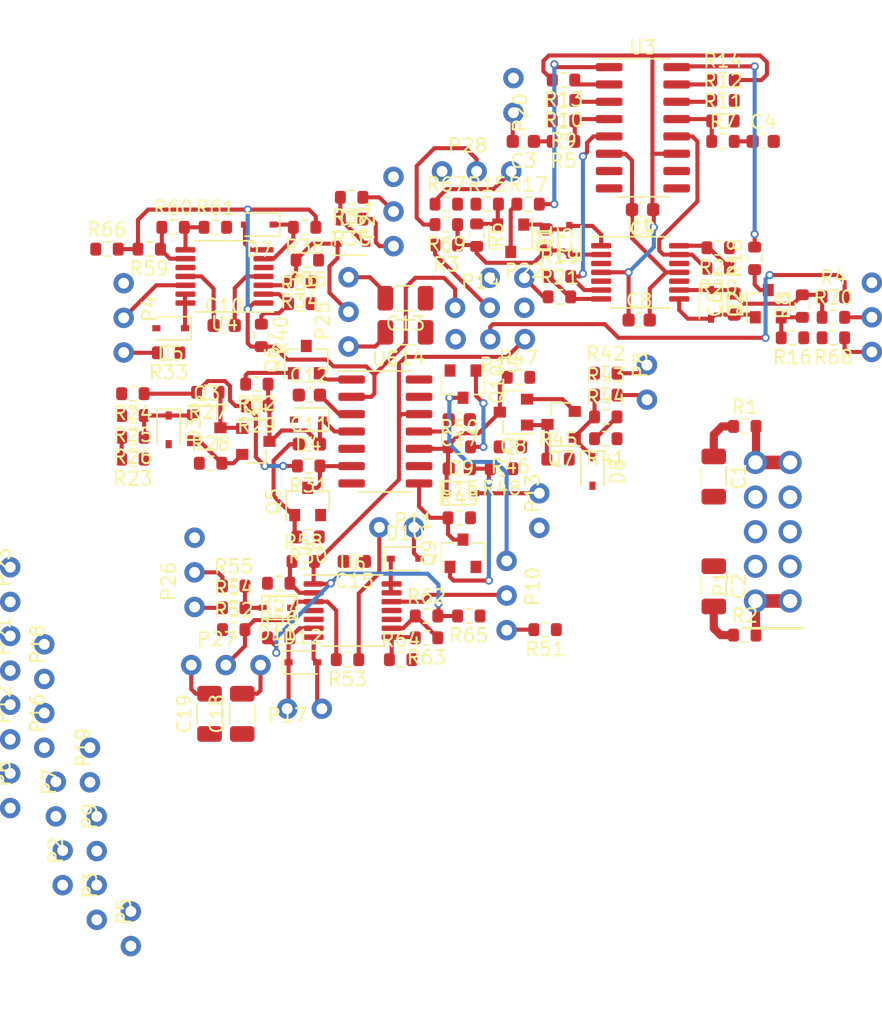
<source format=kicad_pcb>
(kicad_pcb (version 20171130) (host pcbnew "(5.1.7)-1")

  (general
    (thickness 1.6)
    (drawings 0)
    (tracks 481)
    (zones 0)
    (modules 144)
    (nets 114)
  )

  (page A4)
  (layers
    (0 F.Cu signal)
    (31 B.Cu signal)
    (32 B.Adhes user)
    (33 F.Adhes user)
    (34 B.Paste user)
    (35 F.Paste user)
    (36 B.SilkS user)
    (37 F.SilkS user hide)
    (38 B.Mask user)
    (39 F.Mask user)
    (40 Dwgs.User user)
    (41 Cmts.User user)
    (42 Eco1.User user)
    (43 Eco2.User user)
    (44 Edge.Cuts user)
    (45 Margin user)
    (46 B.CrtYd user)
    (47 F.CrtYd user)
    (48 B.Fab user)
    (49 F.Fab user)
  )

  (setup
    (last_trace_width 0.3)
    (user_trace_width 0.3)
    (user_trace_width 0.6)
    (user_trace_width 1)
    (trace_clearance 0.2)
    (zone_clearance 0.508)
    (zone_45_only no)
    (trace_min 0.152)
    (via_size 0.8)
    (via_drill 0.4)
    (via_min_size 0.4)
    (via_min_drill 0.3)
    (user_via 0.6 0.35)
    (uvia_size 0.3)
    (uvia_drill 0.1)
    (uvias_allowed no)
    (uvia_min_size 0.2)
    (uvia_min_drill 0.1)
    (edge_width 0.05)
    (segment_width 0.2)
    (pcb_text_width 0.3)
    (pcb_text_size 1.5 1.5)
    (mod_edge_width 0.12)
    (mod_text_size 1 1)
    (mod_text_width 0.15)
    (pad_size 1.524 1.524)
    (pad_drill 0.762)
    (pad_to_mask_clearance 0)
    (aux_axis_origin 0 0)
    (visible_elements 7FFFFFFF)
    (pcbplotparams
      (layerselection 0x010fc_ffffffff)
      (usegerberextensions false)
      (usegerberattributes true)
      (usegerberadvancedattributes true)
      (creategerberjobfile true)
      (excludeedgelayer true)
      (linewidth 0.100000)
      (plotframeref false)
      (viasonmask false)
      (mode 1)
      (useauxorigin false)
      (hpglpennumber 1)
      (hpglpenspeed 20)
      (hpglpendiameter 15.000000)
      (psnegative false)
      (psa4output false)
      (plotreference true)
      (plotvalue true)
      (plotinvisibletext false)
      (padsonsilk false)
      (subtractmaskfromsilk false)
      (outputformat 1)
      (mirror false)
      (drillshape 1)
      (scaleselection 1)
      (outputdirectory ""))
  )

  (net 0 "")
  (net 1 GND)
  (net 2 +12V)
  (net 3 -12V)
  (net 4 /VCA/V_SIG_IN_1)
  (net 5 "Net-(C3-Pad1)")
  (net 6 /VCA/V_SIG_IN_2)
  (net 7 "Net-(C4-Pad1)")
  (net 8 "Net-(C5-Pad2)")
  (net 9 "Net-(C5-Pad1)")
  (net 10 "Net-(C6-Pad2)")
  (net 11 "Net-(C6-Pad1)")
  (net 12 "Net-(C11-Pad2)")
  (net 13 "Net-(C11-Pad1)")
  (net 14 "Net-(C12-Pad2)")
  (net 15 "Net-(C13-Pad2)")
  (net 16 "Net-(C14-Pad2)")
  (net 17 "Net-(C16-Pad2)")
  (net 18 "Net-(C16-Pad1)")
  (net 19 "Net-(C17-Pad2)")
  (net 20 "Net-(C18-Pad2)")
  (net 21 "Net-(C19-Pad2)")
  (net 22 "Net-(D3-Pad1)")
  (net 23 "/ADSR CV gen 1/REL_1")
  (net 24 "/ADSR CV gen 1/DEC_1")
  (net 25 "Net-(D5-Pad1)")
  (net 26 "Net-(D6-Pad2)")
  (net 27 "Net-(D6-Pad1)")
  (net 28 "/ADSR CV gen 1/LED_K")
  (net 29 "/ADSR CV gen 1/LED_A")
  (net 30 "Net-(D8-Pad1)")
  (net 31 "/ADSR CV gen 2/REL_1")
  (net 32 "/ADSR CV gen 2/DEC_1")
  (net 33 "Net-(D10-Pad1)")
  (net 34 "Net-(D11-Pad2)")
  (net 35 "Net-(D11-Pad1)")
  (net 36 "/ADSR CV gen 2/LED_K")
  (net 37 "/ADSR CV gen 2/LED_A")
  (net 38 "Net-(P1-Pad10)")
  (net 39 "Net-(P1-Pad1)")
  (net 40 "/ADSR CV gen 1/SW_IN")
  (net 41 "/ADSR CV gen 1/GATE_IN")
  (net 42 "/ADSR CV gen 1/SUS_3")
  (net 43 "/ADSR CV gen 1/SUS_2")
  (net 44 "/ADSR CV gen 1/SUS_1")
  (net 45 "/ADSR CV gen 1/ATK_1")
  (net 46 "/ADSR CV gen 2/SW_IN")
  (net 47 "/ADSR CV gen 2/GATE_IN")
  (net 48 "/ADSR CV gen 2/SUS_3")
  (net 49 "/ADSR CV gen 2/SUS_2")
  (net 50 "/ADSR CV gen 2/SUS_1")
  (net 51 "/ADSR CV gen 2/ATK_1")
  (net 52 "/ADSR CV gen 1/CV_OUT")
  (net 53 /VCA/CV_1)
  (net 54 "/ADSR CV gen 2/CV_OUT")
  (net 55 /VCA/CV_2)
  (net 56 /VCA/V_SIG_OUT_1)
  (net 57 /VCA/V_SIG_OUT_2)
  (net 58 "/ADSR CV gen 1/ATK_2")
  (net 59 "Net-(P24-Pad2)")
  (net 60 "Net-(P24-Pad1)")
  (net 61 "/ADSR CV gen 2/ATK_2")
  (net 62 "Net-(P26-Pad2)")
  (net 63 "Net-(P26-Pad1)")
  (net 64 "Net-(Q1-Pad3)")
  (net 65 "Net-(Q1-Pad2)")
  (net 66 "Net-(Q2-Pad3)")
  (net 67 "Net-(Q2-Pad2)")
  (net 68 "Net-(Q3-Pad3)")
  (net 69 "Net-(Q3-Pad2)")
  (net 70 "Net-(Q5-Pad3)")
  (net 71 "Net-(Q6-Pad2)")
  (net 72 "Net-(Q6-Pad1)")
  (net 73 "Net-(Q7-Pad3)")
  (net 74 "Net-(Q7-Pad2)")
  (net 75 "Net-(Q9-Pad3)")
  (net 76 "Net-(Q10-Pad2)")
  (net 77 "Net-(Q10-Pad1)")
  (net 78 "Net-(R10-Pad1)")
  (net 79 "Net-(R11-Pad1)")
  (net 80 "Net-(R12-Pad1)")
  (net 81 "Net-(R13-Pad1)")
  (net 82 "Net-(R14-Pad1)")
  (net 83 "Net-(R17-Pad2)")
  (net 84 "Net-(R18-Pad2)")
  (net 85 "Net-(R19-Pad2)")
  (net 86 "Net-(R19-Pad1)")
  (net 87 "Net-(R20-Pad2)")
  (net 88 "Net-(R20-Pad1)")
  (net 89 "/ADSR CV gen 1/SW_IN_RET")
  (net 90 "/ADSR CV gen 1/REL_2")
  (net 91 "/ADSR CV gen 1/DEC_2")
  (net 92 "Net-(R39-Pad1)")
  (net 93 "/ADSR CV gen 2/SW_IN_RET")
  (net 94 "/ADSR CV gen 2/REL_2")
  (net 95 "/ADSR CV gen 2/DEC_2")
  (net 96 "Net-(R57-Pad1)")
  (net 97 "Net-(U3-Pad10)")
  (net 98 "Net-(U3-Pad9)")
  (net 99 "Net-(U3-Pad8)")
  (net 100 "Net-(U3-Pad7)")
  (net 101 "Net-(R59-Pad1)")
  (net 102 "Net-(R60-Pad2)")
  (net 103 "/ADSR CV gen 1/INV_CV_OUT")
  (net 104 "Net-(R62-Pad1)")
  (net 105 "Net-(R63-Pad2)")
  (net 106 "/ADSR CV gen 2/INV_CV_OUT")
  (net 107 "Net-(P18-Pad1)")
  (net 108 "Net-(P19-Pad1)")
  (net 109 /VCA/VCA_G_1_1)
  (net 110 /VCA/VCA_G_2_1)
  (net 111 /VCA/VCA_G_1_2)
  (net 112 /VCA/VCA_G_2_2)
  (net 113 "Net-(R5-Pad1)")

  (net_class Default "This is the default net class."
    (clearance 0.2)
    (trace_width 0.25)
    (via_dia 0.8)
    (via_drill 0.4)
    (uvia_dia 0.3)
    (uvia_drill 0.1)
    (add_net +12V)
    (add_net -12V)
    (add_net "/ADSR CV gen 1/ATK_1")
    (add_net "/ADSR CV gen 1/ATK_2")
    (add_net "/ADSR CV gen 1/CV_OUT")
    (add_net "/ADSR CV gen 1/DEC_1")
    (add_net "/ADSR CV gen 1/DEC_2")
    (add_net "/ADSR CV gen 1/GATE_IN")
    (add_net "/ADSR CV gen 1/INV_CV_OUT")
    (add_net "/ADSR CV gen 1/LED_A")
    (add_net "/ADSR CV gen 1/LED_K")
    (add_net "/ADSR CV gen 1/REL_1")
    (add_net "/ADSR CV gen 1/REL_2")
    (add_net "/ADSR CV gen 1/SUS_1")
    (add_net "/ADSR CV gen 1/SUS_2")
    (add_net "/ADSR CV gen 1/SUS_3")
    (add_net "/ADSR CV gen 1/SW_IN")
    (add_net "/ADSR CV gen 1/SW_IN_RET")
    (add_net "/ADSR CV gen 2/ATK_1")
    (add_net "/ADSR CV gen 2/ATK_2")
    (add_net "/ADSR CV gen 2/CV_OUT")
    (add_net "/ADSR CV gen 2/DEC_1")
    (add_net "/ADSR CV gen 2/DEC_2")
    (add_net "/ADSR CV gen 2/GATE_IN")
    (add_net "/ADSR CV gen 2/INV_CV_OUT")
    (add_net "/ADSR CV gen 2/LED_A")
    (add_net "/ADSR CV gen 2/LED_K")
    (add_net "/ADSR CV gen 2/REL_1")
    (add_net "/ADSR CV gen 2/REL_2")
    (add_net "/ADSR CV gen 2/SUS_1")
    (add_net "/ADSR CV gen 2/SUS_2")
    (add_net "/ADSR CV gen 2/SUS_3")
    (add_net "/ADSR CV gen 2/SW_IN")
    (add_net "/ADSR CV gen 2/SW_IN_RET")
    (add_net /VCA/CV_1)
    (add_net /VCA/CV_2)
    (add_net /VCA/VCA_G_1_1)
    (add_net /VCA/VCA_G_1_2)
    (add_net /VCA/VCA_G_2_1)
    (add_net /VCA/VCA_G_2_2)
    (add_net /VCA/V_SIG_IN_1)
    (add_net /VCA/V_SIG_IN_2)
    (add_net /VCA/V_SIG_OUT_1)
    (add_net /VCA/V_SIG_OUT_2)
    (add_net GND)
    (add_net "Net-(C11-Pad1)")
    (add_net "Net-(C11-Pad2)")
    (add_net "Net-(C12-Pad2)")
    (add_net "Net-(C13-Pad2)")
    (add_net "Net-(C14-Pad2)")
    (add_net "Net-(C16-Pad1)")
    (add_net "Net-(C16-Pad2)")
    (add_net "Net-(C17-Pad2)")
    (add_net "Net-(C18-Pad2)")
    (add_net "Net-(C19-Pad2)")
    (add_net "Net-(C3-Pad1)")
    (add_net "Net-(C4-Pad1)")
    (add_net "Net-(C5-Pad1)")
    (add_net "Net-(C5-Pad2)")
    (add_net "Net-(C6-Pad1)")
    (add_net "Net-(C6-Pad2)")
    (add_net "Net-(D10-Pad1)")
    (add_net "Net-(D11-Pad1)")
    (add_net "Net-(D11-Pad2)")
    (add_net "Net-(D3-Pad1)")
    (add_net "Net-(D5-Pad1)")
    (add_net "Net-(D6-Pad1)")
    (add_net "Net-(D6-Pad2)")
    (add_net "Net-(D8-Pad1)")
    (add_net "Net-(P1-Pad1)")
    (add_net "Net-(P1-Pad10)")
    (add_net "Net-(P18-Pad1)")
    (add_net "Net-(P19-Pad1)")
    (add_net "Net-(P24-Pad1)")
    (add_net "Net-(P24-Pad2)")
    (add_net "Net-(P26-Pad1)")
    (add_net "Net-(P26-Pad2)")
    (add_net "Net-(Q1-Pad2)")
    (add_net "Net-(Q1-Pad3)")
    (add_net "Net-(Q10-Pad1)")
    (add_net "Net-(Q10-Pad2)")
    (add_net "Net-(Q2-Pad2)")
    (add_net "Net-(Q2-Pad3)")
    (add_net "Net-(Q3-Pad2)")
    (add_net "Net-(Q3-Pad3)")
    (add_net "Net-(Q5-Pad3)")
    (add_net "Net-(Q6-Pad1)")
    (add_net "Net-(Q6-Pad2)")
    (add_net "Net-(Q7-Pad2)")
    (add_net "Net-(Q7-Pad3)")
    (add_net "Net-(Q9-Pad3)")
    (add_net "Net-(R10-Pad1)")
    (add_net "Net-(R11-Pad1)")
    (add_net "Net-(R12-Pad1)")
    (add_net "Net-(R13-Pad1)")
    (add_net "Net-(R14-Pad1)")
    (add_net "Net-(R17-Pad2)")
    (add_net "Net-(R18-Pad2)")
    (add_net "Net-(R19-Pad1)")
    (add_net "Net-(R19-Pad2)")
    (add_net "Net-(R20-Pad1)")
    (add_net "Net-(R20-Pad2)")
    (add_net "Net-(R39-Pad1)")
    (add_net "Net-(R5-Pad1)")
    (add_net "Net-(R57-Pad1)")
    (add_net "Net-(R59-Pad1)")
    (add_net "Net-(R60-Pad2)")
    (add_net "Net-(R62-Pad1)")
    (add_net "Net-(R63-Pad2)")
    (add_net "Net-(U3-Pad10)")
    (add_net "Net-(U3-Pad7)")
    (add_net "Net-(U3-Pad8)")
    (add_net "Net-(U3-Pad9)")
  )

  (module Capacitor_SMD:C_0603_1608Metric (layer F.Cu) (tedit 5F68FEEE) (tstamp 600F9EA5)
    (at 189.025 61.5)
    (descr "Capacitor SMD 0603 (1608 Metric), square (rectangular) end terminal, IPC_7351 nominal, (Body size source: IPC-SM-782 page 76, https://www.pcb-3d.com/wordpress/wp-content/uploads/ipc-sm-782a_amendment_1_and_2.pdf), generated with kicad-footprint-generator")
    (tags capacitor)
    (path /5FF0DFBC/600A989B)
    (attr smd)
    (fp_text reference C8 (at 0 -1.43) (layer F.SilkS)
      (effects (font (size 1 1) (thickness 0.15)))
    )
    (fp_text value 0.1u (at 0 1.43) (layer F.Fab)
      (effects (font (size 1 1) (thickness 0.15)))
    )
    (fp_line (start 1.48 0.73) (end -1.48 0.73) (layer F.CrtYd) (width 0.05))
    (fp_line (start 1.48 -0.73) (end 1.48 0.73) (layer F.CrtYd) (width 0.05))
    (fp_line (start -1.48 -0.73) (end 1.48 -0.73) (layer F.CrtYd) (width 0.05))
    (fp_line (start -1.48 0.73) (end -1.48 -0.73) (layer F.CrtYd) (width 0.05))
    (fp_line (start -0.14058 0.51) (end 0.14058 0.51) (layer F.SilkS) (width 0.12))
    (fp_line (start -0.14058 -0.51) (end 0.14058 -0.51) (layer F.SilkS) (width 0.12))
    (fp_line (start 0.8 0.4) (end -0.8 0.4) (layer F.Fab) (width 0.1))
    (fp_line (start 0.8 -0.4) (end 0.8 0.4) (layer F.Fab) (width 0.1))
    (fp_line (start -0.8 -0.4) (end 0.8 -0.4) (layer F.Fab) (width 0.1))
    (fp_line (start -0.8 0.4) (end -0.8 -0.4) (layer F.Fab) (width 0.1))
    (fp_text user %R (at 0 0) (layer F.Fab)
      (effects (font (size 0.4 0.4) (thickness 0.06)))
    )
    (pad 2 smd roundrect (at 0.775 0) (size 0.9 0.95) (layers F.Cu F.Paste F.Mask) (roundrect_rratio 0.25)
      (net 3 -12V))
    (pad 1 smd roundrect (at -0.775 0) (size 0.9 0.95) (layers F.Cu F.Paste F.Mask) (roundrect_rratio 0.25)
      (net 2 +12V))
    (model ${KISYS3DMOD}/Capacitor_SMD.3dshapes/C_0603_1608Metric.wrl
      (at (xyz 0 0 0))
      (scale (xyz 1 1 1))
      (rotate (xyz 0 0 0))
    )
  )

  (module pin-headers:3POS-1ROW-HEADER (layer F.Cu) (tedit 60016C06) (tstamp 600FD049)
    (at 206.1 63.84 90)
    (path /6019CB8D)
    (fp_text reference P29 (at 3.2 1.9 90) (layer F.SilkS)
      (effects (font (size 1 1) (thickness 0.15)))
    )
    (fp_text value 3POS-1ROW-HEADER (at 2.6 -1.8 90) (layer F.Fab)
      (effects (font (size 1 1) (thickness 0.15)))
    )
    (pad 3 thru_hole circle (at 5.08 0 90) (size 1.5 1.5) (drill 0.8) (layers *.Cu *.Mask)
      (net 1 GND))
    (pad 2 thru_hole circle (at 2.54 0 90) (size 1.5 1.5) (drill 0.8) (layers *.Cu *.Mask)
      (net 112 /VCA/VCA_G_2_2))
    (pad 1 thru_hole circle (at 0 0 90) (size 1.5 1.5) (drill 0.8) (layers *.Cu *.Mask)
      (net 110 /VCA/VCA_G_2_1))
  )

  (module pin-headers:3POS-1ROW-HEADER (layer F.Cu) (tedit 60016C06) (tstamp 600FD042)
    (at 179.64 50.6 180)
    (path /6019940D)
    (fp_text reference P28 (at 3.2 1.9) (layer F.SilkS)
      (effects (font (size 1 1) (thickness 0.15)))
    )
    (fp_text value 3POS-1ROW-HEADER (at 2.6 -1.8) (layer F.Fab)
      (effects (font (size 1 1) (thickness 0.15)))
    )
    (pad 3 thru_hole circle (at 5.08 0 180) (size 1.5 1.5) (drill 0.8) (layers *.Cu *.Mask)
      (net 1 GND))
    (pad 2 thru_hole circle (at 2.54 0 180) (size 1.5 1.5) (drill 0.8) (layers *.Cu *.Mask)
      (net 111 /VCA/VCA_G_1_2))
    (pad 1 thru_hole circle (at 0 0 180) (size 1.5 1.5) (drill 0.8) (layers *.Cu *.Mask)
      (net 109 /VCA/VCA_G_1_1))
  )

  (module Package_SO:TSSOP-14_4.4x5mm_P0.65mm (layer F.Cu) (tedit 5E476F32) (tstamp 600FA74D)
    (at 168 82.8)
    (descr "TSSOP, 14 Pin (JEDEC MO-153 Var AB-1 https://www.jedec.org/document_search?search_api_views_fulltext=MO-153), generated with kicad-footprint-generator ipc_gullwing_generator.py")
    (tags "TSSOP SO")
    (path /5FFB759C/5FFE00D5)
    (attr smd)
    (fp_text reference U6 (at 0 -3.45) (layer F.SilkS)
      (effects (font (size 1 1) (thickness 0.15)))
    )
    (fp_text value TL084 (at 0 3.45) (layer F.Fab)
      (effects (font (size 1 1) (thickness 0.15)))
    )
    (fp_line (start 3.85 -2.75) (end -3.85 -2.75) (layer F.CrtYd) (width 0.05))
    (fp_line (start 3.85 2.75) (end 3.85 -2.75) (layer F.CrtYd) (width 0.05))
    (fp_line (start -3.85 2.75) (end 3.85 2.75) (layer F.CrtYd) (width 0.05))
    (fp_line (start -3.85 -2.75) (end -3.85 2.75) (layer F.CrtYd) (width 0.05))
    (fp_line (start -2.2 -1.5) (end -1.2 -2.5) (layer F.Fab) (width 0.1))
    (fp_line (start -2.2 2.5) (end -2.2 -1.5) (layer F.Fab) (width 0.1))
    (fp_line (start 2.2 2.5) (end -2.2 2.5) (layer F.Fab) (width 0.1))
    (fp_line (start 2.2 -2.5) (end 2.2 2.5) (layer F.Fab) (width 0.1))
    (fp_line (start -1.2 -2.5) (end 2.2 -2.5) (layer F.Fab) (width 0.1))
    (fp_line (start 0 -2.61) (end -3.6 -2.61) (layer F.SilkS) (width 0.12))
    (fp_line (start 0 -2.61) (end 2.2 -2.61) (layer F.SilkS) (width 0.12))
    (fp_line (start 0 2.61) (end -2.2 2.61) (layer F.SilkS) (width 0.12))
    (fp_line (start 0 2.61) (end 2.2 2.61) (layer F.SilkS) (width 0.12))
    (fp_text user %R (at 0 0) (layer F.Fab)
      (effects (font (size 1 1) (thickness 0.15)))
    )
    (pad 14 smd roundrect (at 2.8625 -1.95) (size 1.475 0.4) (layers F.Cu F.Paste F.Mask) (roundrect_rratio 0.25)
      (net 33 "Net-(D10-Pad1)"))
    (pad 13 smd roundrect (at 2.8625 -1.3) (size 1.475 0.4) (layers F.Cu F.Paste F.Mask) (roundrect_rratio 0.25)
      (net 33 "Net-(D10-Pad1)"))
    (pad 12 smd roundrect (at 2.8625 -0.65) (size 1.475 0.4) (layers F.Cu F.Paste F.Mask) (roundrect_rratio 0.25)
      (net 49 "/ADSR CV gen 2/SUS_2"))
    (pad 11 smd roundrect (at 2.8625 0) (size 1.475 0.4) (layers F.Cu F.Paste F.Mask) (roundrect_rratio 0.25)
      (net 3 -12V))
    (pad 10 smd roundrect (at 2.8625 0.65) (size 1.475 0.4) (layers F.Cu F.Paste F.Mask) (roundrect_rratio 0.25)
      (net 1 GND))
    (pad 9 smd roundrect (at 2.8625 1.3) (size 1.475 0.4) (layers F.Cu F.Paste F.Mask) (roundrect_rratio 0.25)
      (net 104 "Net-(R62-Pad1)"))
    (pad 8 smd roundrect (at 2.8625 1.95) (size 1.475 0.4) (layers F.Cu F.Paste F.Mask) (roundrect_rratio 0.25)
      (net 105 "Net-(R63-Pad2)"))
    (pad 7 smd roundrect (at -2.8625 1.95) (size 1.475 0.4) (layers F.Cu F.Paste F.Mask) (roundrect_rratio 0.25)
      (net 36 "/ADSR CV gen 2/LED_K"))
    (pad 6 smd roundrect (at -2.8625 1.3) (size 1.475 0.4) (layers F.Cu F.Paste F.Mask) (roundrect_rratio 0.25)
      (net 37 "/ADSR CV gen 2/LED_A"))
    (pad 5 smd roundrect (at -2.8625 0.65) (size 1.475 0.4) (layers F.Cu F.Paste F.Mask) (roundrect_rratio 0.25)
      (net 1 GND))
    (pad 4 smd roundrect (at -2.8625 0) (size 1.475 0.4) (layers F.Cu F.Paste F.Mask) (roundrect_rratio 0.25)
      (net 2 +12V))
    (pad 3 smd roundrect (at -2.8625 -0.65) (size 1.475 0.4) (layers F.Cu F.Paste F.Mask) (roundrect_rratio 0.25)
      (net 35 "Net-(D11-Pad1)"))
    (pad 2 smd roundrect (at -2.8625 -1.3) (size 1.475 0.4) (layers F.Cu F.Paste F.Mask) (roundrect_rratio 0.25)
      (net 96 "Net-(R57-Pad1)"))
    (pad 1 smd roundrect (at -2.8625 -1.95) (size 1.475 0.4) (layers F.Cu F.Paste F.Mask) (roundrect_rratio 0.25)
      (net 54 "/ADSR CV gen 2/CV_OUT"))
    (model ${KISYS3DMOD}/Package_SO.3dshapes/TSSOP-14_4.4x5mm_P0.65mm.wrl
      (at (xyz 0 0 0))
      (scale (xyz 1 1 1))
      (rotate (xyz 0 0 0))
    )
  )

  (module Package_SO:SOIC-14_3.9x8.7mm_P1.27mm (layer F.Cu) (tedit 5D9F72B1) (tstamp 600FA72D)
    (at 170.4 69.67)
    (descr "SOIC, 14 Pin (JEDEC MS-012AB, https://www.analog.com/media/en/package-pcb-resources/package/pkg_pdf/soic_narrow-r/r_14.pdf), generated with kicad-footprint-generator ipc_gullwing_generator.py")
    (tags "SOIC SO")
    (path /5FFB63E2/5FFB665B)
    (attr smd)
    (fp_text reference U5 (at 0 -5.28) (layer F.SilkS)
      (effects (font (size 1 1) (thickness 0.15)))
    )
    (fp_text value ICM7556 (at 0 5.28) (layer F.Fab)
      (effects (font (size 1 1) (thickness 0.15)))
    )
    (fp_line (start 3.7 -4.58) (end -3.7 -4.58) (layer F.CrtYd) (width 0.05))
    (fp_line (start 3.7 4.58) (end 3.7 -4.58) (layer F.CrtYd) (width 0.05))
    (fp_line (start -3.7 4.58) (end 3.7 4.58) (layer F.CrtYd) (width 0.05))
    (fp_line (start -3.7 -4.58) (end -3.7 4.58) (layer F.CrtYd) (width 0.05))
    (fp_line (start -1.95 -3.35) (end -0.975 -4.325) (layer F.Fab) (width 0.1))
    (fp_line (start -1.95 4.325) (end -1.95 -3.35) (layer F.Fab) (width 0.1))
    (fp_line (start 1.95 4.325) (end -1.95 4.325) (layer F.Fab) (width 0.1))
    (fp_line (start 1.95 -4.325) (end 1.95 4.325) (layer F.Fab) (width 0.1))
    (fp_line (start -0.975 -4.325) (end 1.95 -4.325) (layer F.Fab) (width 0.1))
    (fp_line (start 0 -4.435) (end -3.45 -4.435) (layer F.SilkS) (width 0.12))
    (fp_line (start 0 -4.435) (end 1.95 -4.435) (layer F.SilkS) (width 0.12))
    (fp_line (start 0 4.435) (end -1.95 4.435) (layer F.SilkS) (width 0.12))
    (fp_line (start 0 4.435) (end 1.95 4.435) (layer F.SilkS) (width 0.12))
    (fp_text user %R (at 0 0) (layer F.Fab)
      (effects (font (size 0.98 0.98) (thickness 0.15)))
    )
    (pad 14 smd roundrect (at 2.475 -3.81) (size 1.95 0.6) (layers F.Cu F.Paste F.Mask) (roundrect_rratio 0.25)
      (net 2 +12V))
    (pad 13 smd roundrect (at 2.475 -2.54) (size 1.95 0.6) (layers F.Cu F.Paste F.Mask) (roundrect_rratio 0.25)
      (net 76 "Net-(Q10-Pad2)"))
    (pad 12 smd roundrect (at 2.475 -1.27) (size 1.95 0.6) (layers F.Cu F.Paste F.Mask) (roundrect_rratio 0.25)
      (net 54 "/ADSR CV gen 2/CV_OUT"))
    (pad 11 smd roundrect (at 2.475 0) (size 1.95 0.6) (layers F.Cu F.Paste F.Mask) (roundrect_rratio 0.25)
      (net 19 "Net-(C17-Pad2)"))
    (pad 10 smd roundrect (at 2.475 1.27) (size 1.95 0.6) (layers F.Cu F.Paste F.Mask) (roundrect_rratio 0.25)
      (net 17 "Net-(C16-Pad2)"))
    (pad 9 smd roundrect (at 2.475 2.54) (size 1.95 0.6) (layers F.Cu F.Paste F.Mask) (roundrect_rratio 0.25)
      (net 51 "/ADSR CV gen 2/ATK_1"))
    (pad 8 smd roundrect (at 2.475 3.81) (size 1.95 0.6) (layers F.Cu F.Paste F.Mask) (roundrect_rratio 0.25)
      (net 75 "Net-(Q9-Pad3)"))
    (pad 7 smd roundrect (at -2.475 3.81) (size 1.95 0.6) (layers F.Cu F.Paste F.Mask) (roundrect_rratio 0.25)
      (net 1 GND))
    (pad 6 smd roundrect (at -2.475 2.54) (size 1.95 0.6) (layers F.Cu F.Paste F.Mask) (roundrect_rratio 0.25)
      (net 70 "Net-(Q5-Pad3)"))
    (pad 5 smd roundrect (at -2.475 1.27) (size 1.95 0.6) (layers F.Cu F.Paste F.Mask) (roundrect_rratio 0.25)
      (net 45 "/ADSR CV gen 1/ATK_1"))
    (pad 4 smd roundrect (at -2.475 0) (size 1.95 0.6) (layers F.Cu F.Paste F.Mask) (roundrect_rratio 0.25)
      (net 12 "Net-(C11-Pad2)"))
    (pad 3 smd roundrect (at -2.475 -1.27) (size 1.95 0.6) (layers F.Cu F.Paste F.Mask) (roundrect_rratio 0.25)
      (net 14 "Net-(C12-Pad2)"))
    (pad 2 smd roundrect (at -2.475 -2.54) (size 1.95 0.6) (layers F.Cu F.Paste F.Mask) (roundrect_rratio 0.25)
      (net 52 "/ADSR CV gen 1/CV_OUT"))
    (pad 1 smd roundrect (at -2.475 -3.81) (size 1.95 0.6) (layers F.Cu F.Paste F.Mask) (roundrect_rratio 0.25)
      (net 71 "Net-(Q6-Pad2)"))
    (model ${KISYS3DMOD}/Package_SO.3dshapes/SOIC-14_3.9x8.7mm_P1.27mm.wrl
      (at (xyz 0 0 0))
      (scale (xyz 1 1 1))
      (rotate (xyz 0 0 0))
    )
  )

  (module Package_SO:TSSOP-14_4.4x5mm_P0.65mm (layer F.Cu) (tedit 5E476F32) (tstamp 6014598C)
    (at 158.6 58.3 180)
    (descr "TSSOP, 14 Pin (JEDEC MO-153 Var AB-1 https://www.jedec.org/document_search?search_api_views_fulltext=MO-153), generated with kicad-footprint-generator ipc_gullwing_generator.py")
    (tags "TSSOP SO")
    (path /5FFB63E2/5FF51953)
    (attr smd)
    (fp_text reference U4 (at 0 -3.45) (layer F.SilkS)
      (effects (font (size 1 1) (thickness 0.15)))
    )
    (fp_text value TL084 (at 0 3.45) (layer F.Fab)
      (effects (font (size 1 1) (thickness 0.15)))
    )
    (fp_line (start 3.85 -2.75) (end -3.85 -2.75) (layer F.CrtYd) (width 0.05))
    (fp_line (start 3.85 2.75) (end 3.85 -2.75) (layer F.CrtYd) (width 0.05))
    (fp_line (start -3.85 2.75) (end 3.85 2.75) (layer F.CrtYd) (width 0.05))
    (fp_line (start -3.85 -2.75) (end -3.85 2.75) (layer F.CrtYd) (width 0.05))
    (fp_line (start -2.2 -1.5) (end -1.2 -2.5) (layer F.Fab) (width 0.1))
    (fp_line (start -2.2 2.5) (end -2.2 -1.5) (layer F.Fab) (width 0.1))
    (fp_line (start 2.2 2.5) (end -2.2 2.5) (layer F.Fab) (width 0.1))
    (fp_line (start 2.2 -2.5) (end 2.2 2.5) (layer F.Fab) (width 0.1))
    (fp_line (start -1.2 -2.5) (end 2.2 -2.5) (layer F.Fab) (width 0.1))
    (fp_line (start 0 -2.61) (end -3.6 -2.61) (layer F.SilkS) (width 0.12))
    (fp_line (start 0 -2.61) (end 2.2 -2.61) (layer F.SilkS) (width 0.12))
    (fp_line (start 0 2.61) (end -2.2 2.61) (layer F.SilkS) (width 0.12))
    (fp_line (start 0 2.61) (end 2.2 2.61) (layer F.SilkS) (width 0.12))
    (fp_text user %R (at 0 0) (layer F.Fab)
      (effects (font (size 1 1) (thickness 0.15)))
    )
    (pad 14 smd roundrect (at 2.8625 -1.95 180) (size 1.475 0.4) (layers F.Cu F.Paste F.Mask) (roundrect_rratio 0.25)
      (net 25 "Net-(D5-Pad1)"))
    (pad 13 smd roundrect (at 2.8625 -1.3 180) (size 1.475 0.4) (layers F.Cu F.Paste F.Mask) (roundrect_rratio 0.25)
      (net 25 "Net-(D5-Pad1)"))
    (pad 12 smd roundrect (at 2.8625 -0.65 180) (size 1.475 0.4) (layers F.Cu F.Paste F.Mask) (roundrect_rratio 0.25)
      (net 43 "/ADSR CV gen 1/SUS_2"))
    (pad 11 smd roundrect (at 2.8625 0 180) (size 1.475 0.4) (layers F.Cu F.Paste F.Mask) (roundrect_rratio 0.25)
      (net 3 -12V))
    (pad 10 smd roundrect (at 2.8625 0.65 180) (size 1.475 0.4) (layers F.Cu F.Paste F.Mask) (roundrect_rratio 0.25)
      (net 1 GND))
    (pad 9 smd roundrect (at 2.8625 1.3 180) (size 1.475 0.4) (layers F.Cu F.Paste F.Mask) (roundrect_rratio 0.25)
      (net 101 "Net-(R59-Pad1)"))
    (pad 8 smd roundrect (at 2.8625 1.95 180) (size 1.475 0.4) (layers F.Cu F.Paste F.Mask) (roundrect_rratio 0.25)
      (net 102 "Net-(R60-Pad2)"))
    (pad 7 smd roundrect (at -2.8625 1.95 180) (size 1.475 0.4) (layers F.Cu F.Paste F.Mask) (roundrect_rratio 0.25)
      (net 28 "/ADSR CV gen 1/LED_K"))
    (pad 6 smd roundrect (at -2.8625 1.3 180) (size 1.475 0.4) (layers F.Cu F.Paste F.Mask) (roundrect_rratio 0.25)
      (net 29 "/ADSR CV gen 1/LED_A"))
    (pad 5 smd roundrect (at -2.8625 0.65 180) (size 1.475 0.4) (layers F.Cu F.Paste F.Mask) (roundrect_rratio 0.25)
      (net 1 GND))
    (pad 4 smd roundrect (at -2.8625 0 180) (size 1.475 0.4) (layers F.Cu F.Paste F.Mask) (roundrect_rratio 0.25)
      (net 2 +12V))
    (pad 3 smd roundrect (at -2.8625 -0.65 180) (size 1.475 0.4) (layers F.Cu F.Paste F.Mask) (roundrect_rratio 0.25)
      (net 27 "Net-(D6-Pad1)"))
    (pad 2 smd roundrect (at -2.8625 -1.3 180) (size 1.475 0.4) (layers F.Cu F.Paste F.Mask) (roundrect_rratio 0.25)
      (net 92 "Net-(R39-Pad1)"))
    (pad 1 smd roundrect (at -2.8625 -1.95 180) (size 1.475 0.4) (layers F.Cu F.Paste F.Mask) (roundrect_rratio 0.25)
      (net 52 "/ADSR CV gen 1/CV_OUT"))
    (model ${KISYS3DMOD}/Package_SO.3dshapes/TSSOP-14_4.4x5mm_P0.65mm.wrl
      (at (xyz 0 0 0))
      (scale (xyz 1 1 1))
      (rotate (xyz 0 0 0))
    )
  )

  (module Package_SO:SOIC-16_3.9x9.9mm_P1.27mm (layer F.Cu) (tedit 5D9F72B1) (tstamp 600FA6ED)
    (at 189.3 47.4)
    (descr "SOIC, 16 Pin (JEDEC MS-012AC, https://www.analog.com/media/en/package-pcb-resources/package/pkg_pdf/soic_narrow-r/r_16.pdf), generated with kicad-footprint-generator ipc_gullwing_generator.py")
    (tags "SOIC SO")
    (path /5FF0DFBC/5FF0E3A8)
    (attr smd)
    (fp_text reference U3 (at 0 -5.9) (layer F.SilkS)
      (effects (font (size 1 1) (thickness 0.15)))
    )
    (fp_text value LM13700 (at 0 5.9) (layer F.Fab)
      (effects (font (size 1 1) (thickness 0.15)))
    )
    (fp_line (start 3.7 -5.2) (end -3.7 -5.2) (layer F.CrtYd) (width 0.05))
    (fp_line (start 3.7 5.2) (end 3.7 -5.2) (layer F.CrtYd) (width 0.05))
    (fp_line (start -3.7 5.2) (end 3.7 5.2) (layer F.CrtYd) (width 0.05))
    (fp_line (start -3.7 -5.2) (end -3.7 5.2) (layer F.CrtYd) (width 0.05))
    (fp_line (start -1.95 -3.975) (end -0.975 -4.95) (layer F.Fab) (width 0.1))
    (fp_line (start -1.95 4.95) (end -1.95 -3.975) (layer F.Fab) (width 0.1))
    (fp_line (start 1.95 4.95) (end -1.95 4.95) (layer F.Fab) (width 0.1))
    (fp_line (start 1.95 -4.95) (end 1.95 4.95) (layer F.Fab) (width 0.1))
    (fp_line (start -0.975 -4.95) (end 1.95 -4.95) (layer F.Fab) (width 0.1))
    (fp_line (start 0 -5.06) (end -3.45 -5.06) (layer F.SilkS) (width 0.12))
    (fp_line (start 0 -5.06) (end 1.95 -5.06) (layer F.SilkS) (width 0.12))
    (fp_line (start 0 5.06) (end -1.95 5.06) (layer F.SilkS) (width 0.12))
    (fp_line (start 0 5.06) (end 1.95 5.06) (layer F.SilkS) (width 0.12))
    (fp_text user %R (at 0 0) (layer F.Fab)
      (effects (font (size 0.98 0.98) (thickness 0.15)))
    )
    (pad 16 smd roundrect (at 2.475 -4.445) (size 1.95 0.6) (layers F.Cu F.Paste F.Mask) (roundrect_rratio 0.25)
      (net 84 "Net-(R18-Pad2)"))
    (pad 15 smd roundrect (at 2.475 -3.175) (size 1.95 0.6) (layers F.Cu F.Paste F.Mask) (roundrect_rratio 0.25)
      (net 82 "Net-(R14-Pad1)"))
    (pad 14 smd roundrect (at 2.475 -1.905) (size 1.95 0.6) (layers F.Cu F.Paste F.Mask) (roundrect_rratio 0.25)
      (net 80 "Net-(R12-Pad1)"))
    (pad 13 smd roundrect (at 2.475 -0.635) (size 1.95 0.6) (layers F.Cu F.Paste F.Mask) (roundrect_rratio 0.25)
      (net 79 "Net-(R11-Pad1)"))
    (pad 12 smd roundrect (at 2.475 0.635) (size 1.95 0.6) (layers F.Cu F.Paste F.Mask) (roundrect_rratio 0.25)
      (net 87 "Net-(R20-Pad2)"))
    (pad 11 smd roundrect (at 2.475 1.905) (size 1.95 0.6) (layers F.Cu F.Paste F.Mask) (roundrect_rratio 0.25)
      (net 2 +12V))
    (pad 10 smd roundrect (at 2.475 3.175) (size 1.95 0.6) (layers F.Cu F.Paste F.Mask) (roundrect_rratio 0.25)
      (net 97 "Net-(U3-Pad10)"))
    (pad 9 smd roundrect (at 2.475 4.445) (size 1.95 0.6) (layers F.Cu F.Paste F.Mask) (roundrect_rratio 0.25)
      (net 98 "Net-(U3-Pad9)"))
    (pad 8 smd roundrect (at -2.475 4.445) (size 1.95 0.6) (layers F.Cu F.Paste F.Mask) (roundrect_rratio 0.25)
      (net 99 "Net-(U3-Pad8)"))
    (pad 7 smd roundrect (at -2.475 3.175) (size 1.95 0.6) (layers F.Cu F.Paste F.Mask) (roundrect_rratio 0.25)
      (net 100 "Net-(U3-Pad7)"))
    (pad 6 smd roundrect (at -2.475 1.905) (size 1.95 0.6) (layers F.Cu F.Paste F.Mask) (roundrect_rratio 0.25)
      (net 3 -12V))
    (pad 5 smd roundrect (at -2.475 0.635) (size 1.95 0.6) (layers F.Cu F.Paste F.Mask) (roundrect_rratio 0.25)
      (net 85 "Net-(R19-Pad2)"))
    (pad 4 smd roundrect (at -2.475 -0.635) (size 1.95 0.6) (layers F.Cu F.Paste F.Mask) (roundrect_rratio 0.25)
      (net 113 "Net-(R5-Pad1)"))
    (pad 3 smd roundrect (at -2.475 -1.905) (size 1.95 0.6) (layers F.Cu F.Paste F.Mask) (roundrect_rratio 0.25)
      (net 78 "Net-(R10-Pad1)"))
    (pad 2 smd roundrect (at -2.475 -3.175) (size 1.95 0.6) (layers F.Cu F.Paste F.Mask) (roundrect_rratio 0.25)
      (net 81 "Net-(R13-Pad1)"))
    (pad 1 smd roundrect (at -2.475 -4.445) (size 1.95 0.6) (layers F.Cu F.Paste F.Mask) (roundrect_rratio 0.25)
      (net 83 "Net-(R17-Pad2)"))
    (model ${KISYS3DMOD}/Package_SO.3dshapes/SOIC-16_3.9x9.9mm_P1.27mm.wrl
      (at (xyz 0 0 0))
      (scale (xyz 1 1 1))
      (rotate (xyz 0 0 0))
    )
  )

  (module Package_SO:TSSOP-14_4.4x5mm_P0.65mm (layer F.Cu) (tedit 5E476F32) (tstamp 600FA6CB)
    (at 189.1 58)
    (descr "TSSOP, 14 Pin (JEDEC MO-153 Var AB-1 https://www.jedec.org/document_search?search_api_views_fulltext=MO-153), generated with kicad-footprint-generator ipc_gullwing_generator.py")
    (tags "TSSOP SO")
    (path /5FF0DFBC/6013392D)
    (attr smd)
    (fp_text reference U1 (at 0 -3.45) (layer F.SilkS)
      (effects (font (size 1 1) (thickness 0.15)))
    )
    (fp_text value TL084 (at 0 3.45) (layer F.Fab)
      (effects (font (size 1 1) (thickness 0.15)))
    )
    (fp_line (start 3.85 -2.75) (end -3.85 -2.75) (layer F.CrtYd) (width 0.05))
    (fp_line (start 3.85 2.75) (end 3.85 -2.75) (layer F.CrtYd) (width 0.05))
    (fp_line (start -3.85 2.75) (end 3.85 2.75) (layer F.CrtYd) (width 0.05))
    (fp_line (start -3.85 -2.75) (end -3.85 2.75) (layer F.CrtYd) (width 0.05))
    (fp_line (start -2.2 -1.5) (end -1.2 -2.5) (layer F.Fab) (width 0.1))
    (fp_line (start -2.2 2.5) (end -2.2 -1.5) (layer F.Fab) (width 0.1))
    (fp_line (start 2.2 2.5) (end -2.2 2.5) (layer F.Fab) (width 0.1))
    (fp_line (start 2.2 -2.5) (end 2.2 2.5) (layer F.Fab) (width 0.1))
    (fp_line (start -1.2 -2.5) (end 2.2 -2.5) (layer F.Fab) (width 0.1))
    (fp_line (start 0 -2.61) (end -3.6 -2.61) (layer F.SilkS) (width 0.12))
    (fp_line (start 0 -2.61) (end 2.2 -2.61) (layer F.SilkS) (width 0.12))
    (fp_line (start 0 2.61) (end -2.2 2.61) (layer F.SilkS) (width 0.12))
    (fp_line (start 0 2.61) (end 2.2 2.61) (layer F.SilkS) (width 0.12))
    (fp_text user %R (at 0 0) (layer F.Fab)
      (effects (font (size 1 1) (thickness 0.15)))
    )
    (pad 14 smd roundrect (at 2.8625 -1.95) (size 1.475 0.4) (layers F.Cu F.Paste F.Mask) (roundrect_rratio 0.25)
      (net 88 "Net-(R20-Pad1)"))
    (pad 13 smd roundrect (at 2.8625 -1.3) (size 1.475 0.4) (layers F.Cu F.Paste F.Mask) (roundrect_rratio 0.25)
      (net 87 "Net-(R20-Pad2)"))
    (pad 12 smd roundrect (at 2.8625 -0.65) (size 1.475 0.4) (layers F.Cu F.Paste F.Mask) (roundrect_rratio 0.25)
      (net 1 GND))
    (pad 11 smd roundrect (at 2.8625 0) (size 1.475 0.4) (layers F.Cu F.Paste F.Mask) (roundrect_rratio 0.25)
      (net 3 -12V))
    (pad 10 smd roundrect (at 2.8625 0.65) (size 1.475 0.4) (layers F.Cu F.Paste F.Mask) (roundrect_rratio 0.25)
      (net 1 GND))
    (pad 9 smd roundrect (at 2.8625 1.3) (size 1.475 0.4) (layers F.Cu F.Paste F.Mask) (roundrect_rratio 0.25)
      (net 10 "Net-(C6-Pad2)"))
    (pad 8 smd roundrect (at 2.8625 1.95) (size 1.475 0.4) (layers F.Cu F.Paste F.Mask) (roundrect_rratio 0.25)
      (net 11 "Net-(C6-Pad1)"))
    (pad 7 smd roundrect (at -2.8625 1.95) (size 1.475 0.4) (layers F.Cu F.Paste F.Mask) (roundrect_rratio 0.25)
      (net 86 "Net-(R19-Pad1)"))
    (pad 6 smd roundrect (at -2.8625 1.3) (size 1.475 0.4) (layers F.Cu F.Paste F.Mask) (roundrect_rratio 0.25)
      (net 85 "Net-(R19-Pad2)"))
    (pad 5 smd roundrect (at -2.8625 0.65) (size 1.475 0.4) (layers F.Cu F.Paste F.Mask) (roundrect_rratio 0.25)
      (net 1 GND))
    (pad 4 smd roundrect (at -2.8625 0) (size 1.475 0.4) (layers F.Cu F.Paste F.Mask) (roundrect_rratio 0.25)
      (net 2 +12V))
    (pad 3 smd roundrect (at -2.8625 -0.65) (size 1.475 0.4) (layers F.Cu F.Paste F.Mask) (roundrect_rratio 0.25)
      (net 1 GND))
    (pad 2 smd roundrect (at -2.8625 -1.3) (size 1.475 0.4) (layers F.Cu F.Paste F.Mask) (roundrect_rratio 0.25)
      (net 8 "Net-(C5-Pad2)"))
    (pad 1 smd roundrect (at -2.8625 -1.95) (size 1.475 0.4) (layers F.Cu F.Paste F.Mask) (roundrect_rratio 0.25)
      (net 9 "Net-(C5-Pad1)"))
    (model ${KISYS3DMOD}/Package_SO.3dshapes/TSSOP-14_4.4x5mm_P0.65mm.wrl
      (at (xyz 0 0 0))
      (scale (xyz 1 1 1))
      (rotate (xyz 0 0 0))
    )
  )

  (module Resistor_SMD:R_0603_1608Metric (layer F.Cu) (tedit 5F68FEEE) (tstamp 600FA6AB)
    (at 203.275 61.3)
    (descr "Resistor SMD 0603 (1608 Metric), square (rectangular) end terminal, IPC_7351 nominal, (Body size source: IPC-SM-782 page 72, https://www.pcb-3d.com/wordpress/wp-content/uploads/ipc-sm-782a_amendment_1_and_2.pdf), generated with kicad-footprint-generator")
    (tags resistor)
    (path /5FF0DFBC/60126A00)
    (attr smd)
    (fp_text reference R70 (at 0 -1.43) (layer F.SilkS)
      (effects (font (size 1 1) (thickness 0.15)))
    )
    (fp_text value 470k (at 0 1.43) (layer F.Fab)
      (effects (font (size 1 1) (thickness 0.15)))
    )
    (fp_line (start 1.48 0.73) (end -1.48 0.73) (layer F.CrtYd) (width 0.05))
    (fp_line (start 1.48 -0.73) (end 1.48 0.73) (layer F.CrtYd) (width 0.05))
    (fp_line (start -1.48 -0.73) (end 1.48 -0.73) (layer F.CrtYd) (width 0.05))
    (fp_line (start -1.48 0.73) (end -1.48 -0.73) (layer F.CrtYd) (width 0.05))
    (fp_line (start -0.237258 0.5225) (end 0.237258 0.5225) (layer F.SilkS) (width 0.12))
    (fp_line (start -0.237258 -0.5225) (end 0.237258 -0.5225) (layer F.SilkS) (width 0.12))
    (fp_line (start 0.8 0.4125) (end -0.8 0.4125) (layer F.Fab) (width 0.1))
    (fp_line (start 0.8 -0.4125) (end 0.8 0.4125) (layer F.Fab) (width 0.1))
    (fp_line (start -0.8 -0.4125) (end 0.8 -0.4125) (layer F.Fab) (width 0.1))
    (fp_line (start -0.8 0.4125) (end -0.8 -0.4125) (layer F.Fab) (width 0.1))
    (fp_text user %R (at 0 0) (layer F.Fab)
      (effects (font (size 0.4 0.4) (thickness 0.06)))
    )
    (pad 2 smd roundrect (at 0.825 0) (size 0.8 0.95) (layers F.Cu F.Paste F.Mask) (roundrect_rratio 0.25)
      (net 112 /VCA/VCA_G_2_2))
    (pad 1 smd roundrect (at -0.825 0) (size 0.8 0.95) (layers F.Cu F.Paste F.Mask) (roundrect_rratio 0.25)
      (net 10 "Net-(C6-Pad2)"))
    (model ${KISYS3DMOD}/Resistor_SMD.3dshapes/R_0603_1608Metric.wrl
      (at (xyz 0 0 0))
      (scale (xyz 1 1 1))
      (rotate (xyz 0 0 0))
    )
  )

  (module Resistor_SMD:R_0603_1608Metric (layer F.Cu) (tedit 5F68FEEE) (tstamp 600FA69A)
    (at 174.875 54.5 180)
    (descr "Resistor SMD 0603 (1608 Metric), square (rectangular) end terminal, IPC_7351 nominal, (Body size source: IPC-SM-782 page 72, https://www.pcb-3d.com/wordpress/wp-content/uploads/ipc-sm-782a_amendment_1_and_2.pdf), generated with kicad-footprint-generator")
    (tags resistor)
    (path /5FF0DFBC/601145FA)
    (attr smd)
    (fp_text reference R69 (at 0 -1.43) (layer F.SilkS)
      (effects (font (size 1 1) (thickness 0.15)))
    )
    (fp_text value 470k (at 0 1.43) (layer F.Fab)
      (effects (font (size 1 1) (thickness 0.15)))
    )
    (fp_line (start 1.48 0.73) (end -1.48 0.73) (layer F.CrtYd) (width 0.05))
    (fp_line (start 1.48 -0.73) (end 1.48 0.73) (layer F.CrtYd) (width 0.05))
    (fp_line (start -1.48 -0.73) (end 1.48 -0.73) (layer F.CrtYd) (width 0.05))
    (fp_line (start -1.48 0.73) (end -1.48 -0.73) (layer F.CrtYd) (width 0.05))
    (fp_line (start -0.237258 0.5225) (end 0.237258 0.5225) (layer F.SilkS) (width 0.12))
    (fp_line (start -0.237258 -0.5225) (end 0.237258 -0.5225) (layer F.SilkS) (width 0.12))
    (fp_line (start 0.8 0.4125) (end -0.8 0.4125) (layer F.Fab) (width 0.1))
    (fp_line (start 0.8 -0.4125) (end 0.8 0.4125) (layer F.Fab) (width 0.1))
    (fp_line (start -0.8 -0.4125) (end 0.8 -0.4125) (layer F.Fab) (width 0.1))
    (fp_line (start -0.8 0.4125) (end -0.8 -0.4125) (layer F.Fab) (width 0.1))
    (fp_text user %R (at 0 0) (layer F.Fab)
      (effects (font (size 0.4 0.4) (thickness 0.06)))
    )
    (pad 2 smd roundrect (at 0.825 0 180) (size 0.8 0.95) (layers F.Cu F.Paste F.Mask) (roundrect_rratio 0.25)
      (net 111 /VCA/VCA_G_1_2))
    (pad 1 smd roundrect (at -0.825 0 180) (size 0.8 0.95) (layers F.Cu F.Paste F.Mask) (roundrect_rratio 0.25)
      (net 8 "Net-(C5-Pad2)"))
    (model ${KISYS3DMOD}/Resistor_SMD.3dshapes/R_0603_1608Metric.wrl
      (at (xyz 0 0 0))
      (scale (xyz 1 1 1))
      (rotate (xyz 0 0 0))
    )
  )

  (module Resistor_SMD:R_0603_1608Metric (layer F.Cu) (tedit 5F68FEEE) (tstamp 600FA689)
    (at 203.275 62.8 180)
    (descr "Resistor SMD 0603 (1608 Metric), square (rectangular) end terminal, IPC_7351 nominal, (Body size source: IPC-SM-782 page 72, https://www.pcb-3d.com/wordpress/wp-content/uploads/ipc-sm-782a_amendment_1_and_2.pdf), generated with kicad-footprint-generator")
    (tags resistor)
    (path /5FF0DFBC/601269F2)
    (attr smd)
    (fp_text reference R68 (at 0 -1.43) (layer F.SilkS)
      (effects (font (size 1 1) (thickness 0.15)))
    )
    (fp_text value 4k7 (at 0 1.43) (layer F.Fab)
      (effects (font (size 1 1) (thickness 0.15)))
    )
    (fp_line (start 1.48 0.73) (end -1.48 0.73) (layer F.CrtYd) (width 0.05))
    (fp_line (start 1.48 -0.73) (end 1.48 0.73) (layer F.CrtYd) (width 0.05))
    (fp_line (start -1.48 -0.73) (end 1.48 -0.73) (layer F.CrtYd) (width 0.05))
    (fp_line (start -1.48 0.73) (end -1.48 -0.73) (layer F.CrtYd) (width 0.05))
    (fp_line (start -0.237258 0.5225) (end 0.237258 0.5225) (layer F.SilkS) (width 0.12))
    (fp_line (start -0.237258 -0.5225) (end 0.237258 -0.5225) (layer F.SilkS) (width 0.12))
    (fp_line (start 0.8 0.4125) (end -0.8 0.4125) (layer F.Fab) (width 0.1))
    (fp_line (start 0.8 -0.4125) (end 0.8 0.4125) (layer F.Fab) (width 0.1))
    (fp_line (start -0.8 -0.4125) (end 0.8 -0.4125) (layer F.Fab) (width 0.1))
    (fp_line (start -0.8 0.4125) (end -0.8 -0.4125) (layer F.Fab) (width 0.1))
    (fp_text user %R (at 0 0) (layer F.Fab)
      (effects (font (size 0.4 0.4) (thickness 0.06)))
    )
    (pad 2 smd roundrect (at 0.825 0 180) (size 0.8 0.95) (layers F.Cu F.Paste F.Mask) (roundrect_rratio 0.25)
      (net 2 +12V))
    (pad 1 smd roundrect (at -0.825 0 180) (size 0.8 0.95) (layers F.Cu F.Paste F.Mask) (roundrect_rratio 0.25)
      (net 110 /VCA/VCA_G_2_1))
    (model ${KISYS3DMOD}/Resistor_SMD.3dshapes/R_0603_1608Metric.wrl
      (at (xyz 0 0 0))
      (scale (xyz 1 1 1))
      (rotate (xyz 0 0 0))
    )
  )

  (module Resistor_SMD:R_0603_1608Metric (layer F.Cu) (tedit 5F68FEEE) (tstamp 600FA678)
    (at 174.875 53)
    (descr "Resistor SMD 0603 (1608 Metric), square (rectangular) end terminal, IPC_7351 nominal, (Body size source: IPC-SM-782 page 72, https://www.pcb-3d.com/wordpress/wp-content/uploads/ipc-sm-782a_amendment_1_and_2.pdf), generated with kicad-footprint-generator")
    (tags resistor)
    (path /5FF0DFBC/6010DE1E)
    (attr smd)
    (fp_text reference R67 (at 0 -1.43) (layer F.SilkS)
      (effects (font (size 1 1) (thickness 0.15)))
    )
    (fp_text value 4k7 (at 0 1.43) (layer F.Fab)
      (effects (font (size 1 1) (thickness 0.15)))
    )
    (fp_line (start 1.48 0.73) (end -1.48 0.73) (layer F.CrtYd) (width 0.05))
    (fp_line (start 1.48 -0.73) (end 1.48 0.73) (layer F.CrtYd) (width 0.05))
    (fp_line (start -1.48 -0.73) (end 1.48 -0.73) (layer F.CrtYd) (width 0.05))
    (fp_line (start -1.48 0.73) (end -1.48 -0.73) (layer F.CrtYd) (width 0.05))
    (fp_line (start -0.237258 0.5225) (end 0.237258 0.5225) (layer F.SilkS) (width 0.12))
    (fp_line (start -0.237258 -0.5225) (end 0.237258 -0.5225) (layer F.SilkS) (width 0.12))
    (fp_line (start 0.8 0.4125) (end -0.8 0.4125) (layer F.Fab) (width 0.1))
    (fp_line (start 0.8 -0.4125) (end 0.8 0.4125) (layer F.Fab) (width 0.1))
    (fp_line (start -0.8 -0.4125) (end 0.8 -0.4125) (layer F.Fab) (width 0.1))
    (fp_line (start -0.8 0.4125) (end -0.8 -0.4125) (layer F.Fab) (width 0.1))
    (fp_text user %R (at 0 0) (layer F.Fab)
      (effects (font (size 0.4 0.4) (thickness 0.06)))
    )
    (pad 2 smd roundrect (at 0.825 0) (size 0.8 0.95) (layers F.Cu F.Paste F.Mask) (roundrect_rratio 0.25)
      (net 2 +12V))
    (pad 1 smd roundrect (at -0.825 0) (size 0.8 0.95) (layers F.Cu F.Paste F.Mask) (roundrect_rratio 0.25)
      (net 109 /VCA/VCA_G_1_1))
    (model ${KISYS3DMOD}/Resistor_SMD.3dshapes/R_0603_1608Metric.wrl
      (at (xyz 0 0 0))
      (scale (xyz 1 1 1))
      (rotate (xyz 0 0 0))
    )
  )

  (module Resistor_SMD:R_0603_1608Metric (layer F.Cu) (tedit 5F68FEEE) (tstamp 600FA667)
    (at 149.975 56.3)
    (descr "Resistor SMD 0603 (1608 Metric), square (rectangular) end terminal, IPC_7351 nominal, (Body size source: IPC-SM-782 page 72, https://www.pcb-3d.com/wordpress/wp-content/uploads/ipc-sm-782a_amendment_1_and_2.pdf), generated with kicad-footprint-generator")
    (tags resistor)
    (path /6014FB62)
    (attr smd)
    (fp_text reference R66 (at 0 -1.43) (layer F.SilkS)
      (effects (font (size 1 1) (thickness 0.15)))
    )
    (fp_text value 1k (at 0 1.43) (layer F.Fab)
      (effects (font (size 1 1) (thickness 0.15)))
    )
    (fp_line (start 1.48 0.73) (end -1.48 0.73) (layer F.CrtYd) (width 0.05))
    (fp_line (start 1.48 -0.73) (end 1.48 0.73) (layer F.CrtYd) (width 0.05))
    (fp_line (start -1.48 -0.73) (end 1.48 -0.73) (layer F.CrtYd) (width 0.05))
    (fp_line (start -1.48 0.73) (end -1.48 -0.73) (layer F.CrtYd) (width 0.05))
    (fp_line (start -0.237258 0.5225) (end 0.237258 0.5225) (layer F.SilkS) (width 0.12))
    (fp_line (start -0.237258 -0.5225) (end 0.237258 -0.5225) (layer F.SilkS) (width 0.12))
    (fp_line (start 0.8 0.4125) (end -0.8 0.4125) (layer F.Fab) (width 0.1))
    (fp_line (start 0.8 -0.4125) (end 0.8 0.4125) (layer F.Fab) (width 0.1))
    (fp_line (start -0.8 -0.4125) (end 0.8 -0.4125) (layer F.Fab) (width 0.1))
    (fp_line (start -0.8 0.4125) (end -0.8 -0.4125) (layer F.Fab) (width 0.1))
    (fp_text user %R (at 0.075 0) (layer F.Fab)
      (effects (font (size 0.4 0.4) (thickness 0.06)))
    )
    (pad 2 smd roundrect (at 0.825 0) (size 0.8 0.95) (layers F.Cu F.Paste F.Mask) (roundrect_rratio 0.25)
      (net 52 "/ADSR CV gen 1/CV_OUT"))
    (pad 1 smd roundrect (at -0.825 0) (size 0.8 0.95) (layers F.Cu F.Paste F.Mask) (roundrect_rratio 0.25)
      (net 107 "Net-(P18-Pad1)"))
    (model ${KISYS3DMOD}/Resistor_SMD.3dshapes/R_0603_1608Metric.wrl
      (at (xyz 0 0 0))
      (scale (xyz 1 1 1))
      (rotate (xyz 0 0 0))
    )
  )

  (module Resistor_SMD:R_0603_1608Metric (layer F.Cu) (tedit 5F68FEEE) (tstamp 600FA656)
    (at 176.525 83.2 180)
    (descr "Resistor SMD 0603 (1608 Metric), square (rectangular) end terminal, IPC_7351 nominal, (Body size source: IPC-SM-782 page 72, https://www.pcb-3d.com/wordpress/wp-content/uploads/ipc-sm-782a_amendment_1_and_2.pdf), generated with kicad-footprint-generator")
    (tags resistor)
    (path /60161B6C)
    (attr smd)
    (fp_text reference R65 (at 0 -1.43) (layer F.SilkS)
      (effects (font (size 1 1) (thickness 0.15)))
    )
    (fp_text value 1k (at 0 1.43) (layer F.Fab)
      (effects (font (size 1 1) (thickness 0.15)))
    )
    (fp_line (start 1.48 0.73) (end -1.48 0.73) (layer F.CrtYd) (width 0.05))
    (fp_line (start 1.48 -0.73) (end 1.48 0.73) (layer F.CrtYd) (width 0.05))
    (fp_line (start -1.48 -0.73) (end 1.48 -0.73) (layer F.CrtYd) (width 0.05))
    (fp_line (start -1.48 0.73) (end -1.48 -0.73) (layer F.CrtYd) (width 0.05))
    (fp_line (start -0.237258 0.5225) (end 0.237258 0.5225) (layer F.SilkS) (width 0.12))
    (fp_line (start -0.237258 -0.5225) (end 0.237258 -0.5225) (layer F.SilkS) (width 0.12))
    (fp_line (start 0.8 0.4125) (end -0.8 0.4125) (layer F.Fab) (width 0.1))
    (fp_line (start 0.8 -0.4125) (end 0.8 0.4125) (layer F.Fab) (width 0.1))
    (fp_line (start -0.8 -0.4125) (end 0.8 -0.4125) (layer F.Fab) (width 0.1))
    (fp_line (start -0.8 0.4125) (end -0.8 -0.4125) (layer F.Fab) (width 0.1))
    (fp_text user %R (at 0 0) (layer F.Fab)
      (effects (font (size 0.4 0.4) (thickness 0.06)))
    )
    (pad 2 smd roundrect (at 0.825 0 180) (size 0.8 0.95) (layers F.Cu F.Paste F.Mask) (roundrect_rratio 0.25)
      (net 54 "/ADSR CV gen 2/CV_OUT"))
    (pad 1 smd roundrect (at -0.825 0 180) (size 0.8 0.95) (layers F.Cu F.Paste F.Mask) (roundrect_rratio 0.25)
      (net 108 "Net-(P19-Pad1)"))
    (model ${KISYS3DMOD}/Resistor_SMD.3dshapes/R_0603_1608Metric.wrl
      (at (xyz 0 0 0))
      (scale (xyz 1 1 1))
      (rotate (xyz 0 0 0))
    )
  )

  (module Resistor_SMD:R_0603_1608Metric (layer F.Cu) (tedit 5F68FEEE) (tstamp 600FA645)
    (at 171.525 86.4)
    (descr "Resistor SMD 0603 (1608 Metric), square (rectangular) end terminal, IPC_7351 nominal, (Body size source: IPC-SM-782 page 72, https://www.pcb-3d.com/wordpress/wp-content/uploads/ipc-sm-782a_amendment_1_and_2.pdf), generated with kicad-footprint-generator")
    (tags resistor)
    (path /5FFB759C/601234A7)
    (attr smd)
    (fp_text reference R64 (at 0 -1.43) (layer F.SilkS)
      (effects (font (size 1 1) (thickness 0.15)))
    )
    (fp_text value 1k (at 0 1.43) (layer F.Fab)
      (effects (font (size 1 1) (thickness 0.15)))
    )
    (fp_line (start 1.48 0.73) (end -1.48 0.73) (layer F.CrtYd) (width 0.05))
    (fp_line (start 1.48 -0.73) (end 1.48 0.73) (layer F.CrtYd) (width 0.05))
    (fp_line (start -1.48 -0.73) (end 1.48 -0.73) (layer F.CrtYd) (width 0.05))
    (fp_line (start -1.48 0.73) (end -1.48 -0.73) (layer F.CrtYd) (width 0.05))
    (fp_line (start -0.237258 0.5225) (end 0.237258 0.5225) (layer F.SilkS) (width 0.12))
    (fp_line (start -0.237258 -0.5225) (end 0.237258 -0.5225) (layer F.SilkS) (width 0.12))
    (fp_line (start 0.8 0.4125) (end -0.8 0.4125) (layer F.Fab) (width 0.1))
    (fp_line (start 0.8 -0.4125) (end 0.8 0.4125) (layer F.Fab) (width 0.1))
    (fp_line (start -0.8 -0.4125) (end 0.8 -0.4125) (layer F.Fab) (width 0.1))
    (fp_line (start -0.8 0.4125) (end -0.8 -0.4125) (layer F.Fab) (width 0.1))
    (fp_text user %R (at 0 0) (layer F.Fab)
      (effects (font (size 0.4 0.4) (thickness 0.06)))
    )
    (pad 2 smd roundrect (at 0.825 0) (size 0.8 0.95) (layers F.Cu F.Paste F.Mask) (roundrect_rratio 0.25)
      (net 106 "/ADSR CV gen 2/INV_CV_OUT"))
    (pad 1 smd roundrect (at -0.825 0) (size 0.8 0.95) (layers F.Cu F.Paste F.Mask) (roundrect_rratio 0.25)
      (net 105 "Net-(R63-Pad2)"))
    (model ${KISYS3DMOD}/Resistor_SMD.3dshapes/R_0603_1608Metric.wrl
      (at (xyz 0 0 0))
      (scale (xyz 1 1 1))
      (rotate (xyz 0 0 0))
    )
  )

  (module Resistor_SMD:R_0603_1608Metric (layer F.Cu) (tedit 5F68FEEE) (tstamp 600FA634)
    (at 173.425 84.8 180)
    (descr "Resistor SMD 0603 (1608 Metric), square (rectangular) end terminal, IPC_7351 nominal, (Body size source: IPC-SM-782 page 72, https://www.pcb-3d.com/wordpress/wp-content/uploads/ipc-sm-782a_amendment_1_and_2.pdf), generated with kicad-footprint-generator")
    (tags resistor)
    (path /5FFB759C/60123AD0)
    (attr smd)
    (fp_text reference R63 (at 0 -1.43) (layer F.SilkS)
      (effects (font (size 1 1) (thickness 0.15)))
    )
    (fp_text value 100k (at 0 1.43) (layer F.Fab)
      (effects (font (size 1 1) (thickness 0.15)))
    )
    (fp_line (start 1.48 0.73) (end -1.48 0.73) (layer F.CrtYd) (width 0.05))
    (fp_line (start 1.48 -0.73) (end 1.48 0.73) (layer F.CrtYd) (width 0.05))
    (fp_line (start -1.48 -0.73) (end 1.48 -0.73) (layer F.CrtYd) (width 0.05))
    (fp_line (start -1.48 0.73) (end -1.48 -0.73) (layer F.CrtYd) (width 0.05))
    (fp_line (start -0.237258 0.5225) (end 0.237258 0.5225) (layer F.SilkS) (width 0.12))
    (fp_line (start -0.237258 -0.5225) (end 0.237258 -0.5225) (layer F.SilkS) (width 0.12))
    (fp_line (start 0.8 0.4125) (end -0.8 0.4125) (layer F.Fab) (width 0.1))
    (fp_line (start 0.8 -0.4125) (end 0.8 0.4125) (layer F.Fab) (width 0.1))
    (fp_line (start -0.8 -0.4125) (end 0.8 -0.4125) (layer F.Fab) (width 0.1))
    (fp_line (start -0.8 0.4125) (end -0.8 -0.4125) (layer F.Fab) (width 0.1))
    (fp_text user %R (at 0 0) (layer F.Fab)
      (effects (font (size 0.4 0.4) (thickness 0.06)))
    )
    (pad 2 smd roundrect (at 0.825 0 180) (size 0.8 0.95) (layers F.Cu F.Paste F.Mask) (roundrect_rratio 0.25)
      (net 105 "Net-(R63-Pad2)"))
    (pad 1 smd roundrect (at -0.825 0 180) (size 0.8 0.95) (layers F.Cu F.Paste F.Mask) (roundrect_rratio 0.25)
      (net 104 "Net-(R62-Pad1)"))
    (model ${KISYS3DMOD}/Resistor_SMD.3dshapes/R_0603_1608Metric.wrl
      (at (xyz 0 0 0))
      (scale (xyz 1 1 1))
      (rotate (xyz 0 0 0))
    )
  )

  (module Resistor_SMD:R_0603_1608Metric (layer F.Cu) (tedit 5F68FEEE) (tstamp 600FA623)
    (at 173.425 83.2)
    (descr "Resistor SMD 0603 (1608 Metric), square (rectangular) end terminal, IPC_7351 nominal, (Body size source: IPC-SM-782 page 72, https://www.pcb-3d.com/wordpress/wp-content/uploads/ipc-sm-782a_amendment_1_and_2.pdf), generated with kicad-footprint-generator")
    (tags resistor)
    (path /5FFB759C/60123EB8)
    (attr smd)
    (fp_text reference R62 (at 0 -1.43) (layer F.SilkS)
      (effects (font (size 1 1) (thickness 0.15)))
    )
    (fp_text value 100k (at 0 1.43) (layer F.Fab)
      (effects (font (size 1 1) (thickness 0.15)))
    )
    (fp_line (start 1.48 0.73) (end -1.48 0.73) (layer F.CrtYd) (width 0.05))
    (fp_line (start 1.48 -0.73) (end 1.48 0.73) (layer F.CrtYd) (width 0.05))
    (fp_line (start -1.48 -0.73) (end 1.48 -0.73) (layer F.CrtYd) (width 0.05))
    (fp_line (start -1.48 0.73) (end -1.48 -0.73) (layer F.CrtYd) (width 0.05))
    (fp_line (start -0.237258 0.5225) (end 0.237258 0.5225) (layer F.SilkS) (width 0.12))
    (fp_line (start -0.237258 -0.5225) (end 0.237258 -0.5225) (layer F.SilkS) (width 0.12))
    (fp_line (start 0.8 0.4125) (end -0.8 0.4125) (layer F.Fab) (width 0.1))
    (fp_line (start 0.8 -0.4125) (end 0.8 0.4125) (layer F.Fab) (width 0.1))
    (fp_line (start -0.8 -0.4125) (end 0.8 -0.4125) (layer F.Fab) (width 0.1))
    (fp_line (start -0.8 0.4125) (end -0.8 -0.4125) (layer F.Fab) (width 0.1))
    (fp_text user %R (at 0 0) (layer F.Fab)
      (effects (font (size 0.4 0.4) (thickness 0.06)))
    )
    (pad 2 smd roundrect (at 0.825 0) (size 0.8 0.95) (layers F.Cu F.Paste F.Mask) (roundrect_rratio 0.25)
      (net 54 "/ADSR CV gen 2/CV_OUT"))
    (pad 1 smd roundrect (at -0.825 0) (size 0.8 0.95) (layers F.Cu F.Paste F.Mask) (roundrect_rratio 0.25)
      (net 104 "Net-(R62-Pad1)"))
    (model ${KISYS3DMOD}/Resistor_SMD.3dshapes/R_0603_1608Metric.wrl
      (at (xyz 0 0 0))
      (scale (xyz 1 1 1))
      (rotate (xyz 0 0 0))
    )
  )

  (module Resistor_SMD:R_0603_1608Metric (layer F.Cu) (tedit 5F68FEEE) (tstamp 60145A3A)
    (at 157.925 54.7)
    (descr "Resistor SMD 0603 (1608 Metric), square (rectangular) end terminal, IPC_7351 nominal, (Body size source: IPC-SM-782 page 72, https://www.pcb-3d.com/wordpress/wp-content/uploads/ipc-sm-782a_amendment_1_and_2.pdf), generated with kicad-footprint-generator")
    (tags resistor)
    (path /5FFB63E2/600F4D1B)
    (attr smd)
    (fp_text reference R61 (at 0 -1.43) (layer F.SilkS)
      (effects (font (size 1 1) (thickness 0.15)))
    )
    (fp_text value 1k (at 0 1.43) (layer F.Fab)
      (effects (font (size 1 1) (thickness 0.15)))
    )
    (fp_line (start 1.48 0.73) (end -1.48 0.73) (layer F.CrtYd) (width 0.05))
    (fp_line (start 1.48 -0.73) (end 1.48 0.73) (layer F.CrtYd) (width 0.05))
    (fp_line (start -1.48 -0.73) (end 1.48 -0.73) (layer F.CrtYd) (width 0.05))
    (fp_line (start -1.48 0.73) (end -1.48 -0.73) (layer F.CrtYd) (width 0.05))
    (fp_line (start -0.237258 0.5225) (end 0.237258 0.5225) (layer F.SilkS) (width 0.12))
    (fp_line (start -0.237258 -0.5225) (end 0.237258 -0.5225) (layer F.SilkS) (width 0.12))
    (fp_line (start 0.8 0.4125) (end -0.8 0.4125) (layer F.Fab) (width 0.1))
    (fp_line (start 0.8 -0.4125) (end 0.8 0.4125) (layer F.Fab) (width 0.1))
    (fp_line (start -0.8 -0.4125) (end 0.8 -0.4125) (layer F.Fab) (width 0.1))
    (fp_line (start -0.8 0.4125) (end -0.8 -0.4125) (layer F.Fab) (width 0.1))
    (fp_text user %R (at 0 0) (layer F.Fab)
      (effects (font (size 0.4 0.4) (thickness 0.06)))
    )
    (pad 2 smd roundrect (at 0.825 0) (size 0.8 0.95) (layers F.Cu F.Paste F.Mask) (roundrect_rratio 0.25)
      (net 103 "/ADSR CV gen 1/INV_CV_OUT"))
    (pad 1 smd roundrect (at -0.825 0) (size 0.8 0.95) (layers F.Cu F.Paste F.Mask) (roundrect_rratio 0.25)
      (net 102 "Net-(R60-Pad2)"))
    (model ${KISYS3DMOD}/Resistor_SMD.3dshapes/R_0603_1608Metric.wrl
      (at (xyz 0 0 0))
      (scale (xyz 1 1 1))
      (rotate (xyz 0 0 0))
    )
  )

  (module Resistor_SMD:R_0603_1608Metric (layer F.Cu) (tedit 5F68FEEE) (tstamp 60145A0A)
    (at 154.825 54.7)
    (descr "Resistor SMD 0603 (1608 Metric), square (rectangular) end terminal, IPC_7351 nominal, (Body size source: IPC-SM-782 page 72, https://www.pcb-3d.com/wordpress/wp-content/uploads/ipc-sm-782a_amendment_1_and_2.pdf), generated with kicad-footprint-generator")
    (tags resistor)
    (path /5FFB63E2/600F5326)
    (attr smd)
    (fp_text reference R60 (at 0 -1.43) (layer F.SilkS)
      (effects (font (size 1 1) (thickness 0.15)))
    )
    (fp_text value 100k (at 0 1.43) (layer F.Fab)
      (effects (font (size 1 1) (thickness 0.15)))
    )
    (fp_line (start 1.48 0.73) (end -1.48 0.73) (layer F.CrtYd) (width 0.05))
    (fp_line (start 1.48 -0.73) (end 1.48 0.73) (layer F.CrtYd) (width 0.05))
    (fp_line (start -1.48 -0.73) (end 1.48 -0.73) (layer F.CrtYd) (width 0.05))
    (fp_line (start -1.48 0.73) (end -1.48 -0.73) (layer F.CrtYd) (width 0.05))
    (fp_line (start -0.237258 0.5225) (end 0.237258 0.5225) (layer F.SilkS) (width 0.12))
    (fp_line (start -0.237258 -0.5225) (end 0.237258 -0.5225) (layer F.SilkS) (width 0.12))
    (fp_line (start 0.8 0.4125) (end -0.8 0.4125) (layer F.Fab) (width 0.1))
    (fp_line (start 0.8 -0.4125) (end 0.8 0.4125) (layer F.Fab) (width 0.1))
    (fp_line (start -0.8 -0.4125) (end 0.8 -0.4125) (layer F.Fab) (width 0.1))
    (fp_line (start -0.8 0.4125) (end -0.8 -0.4125) (layer F.Fab) (width 0.1))
    (fp_text user %R (at 0 0) (layer F.Fab)
      (effects (font (size 0.4 0.4) (thickness 0.06)))
    )
    (pad 2 smd roundrect (at 0.825 0) (size 0.8 0.95) (layers F.Cu F.Paste F.Mask) (roundrect_rratio 0.25)
      (net 102 "Net-(R60-Pad2)"))
    (pad 1 smd roundrect (at -0.825 0) (size 0.8 0.95) (layers F.Cu F.Paste F.Mask) (roundrect_rratio 0.25)
      (net 101 "Net-(R59-Pad1)"))
    (model ${KISYS3DMOD}/Resistor_SMD.3dshapes/R_0603_1608Metric.wrl
      (at (xyz 0 0 0))
      (scale (xyz 1 1 1))
      (rotate (xyz 0 0 0))
    )
  )

  (module Resistor_SMD:R_0603_1608Metric (layer F.Cu) (tedit 5F68FEEE) (tstamp 601459DA)
    (at 153.075 56.3 180)
    (descr "Resistor SMD 0603 (1608 Metric), square (rectangular) end terminal, IPC_7351 nominal, (Body size source: IPC-SM-782 page 72, https://www.pcb-3d.com/wordpress/wp-content/uploads/ipc-sm-782a_amendment_1_and_2.pdf), generated with kicad-footprint-generator")
    (tags resistor)
    (path /5FFB63E2/600F57BE)
    (attr smd)
    (fp_text reference R59 (at 0 -1.43) (layer F.SilkS)
      (effects (font (size 1 1) (thickness 0.15)))
    )
    (fp_text value 100k (at 0 1.43) (layer F.Fab)
      (effects (font (size 1 1) (thickness 0.15)))
    )
    (fp_line (start 1.48 0.73) (end -1.48 0.73) (layer F.CrtYd) (width 0.05))
    (fp_line (start 1.48 -0.73) (end 1.48 0.73) (layer F.CrtYd) (width 0.05))
    (fp_line (start -1.48 -0.73) (end 1.48 -0.73) (layer F.CrtYd) (width 0.05))
    (fp_line (start -1.48 0.73) (end -1.48 -0.73) (layer F.CrtYd) (width 0.05))
    (fp_line (start -0.237258 0.5225) (end 0.237258 0.5225) (layer F.SilkS) (width 0.12))
    (fp_line (start -0.237258 -0.5225) (end 0.237258 -0.5225) (layer F.SilkS) (width 0.12))
    (fp_line (start 0.8 0.4125) (end -0.8 0.4125) (layer F.Fab) (width 0.1))
    (fp_line (start 0.8 -0.4125) (end 0.8 0.4125) (layer F.Fab) (width 0.1))
    (fp_line (start -0.8 -0.4125) (end 0.8 -0.4125) (layer F.Fab) (width 0.1))
    (fp_line (start -0.8 0.4125) (end -0.8 -0.4125) (layer F.Fab) (width 0.1))
    (fp_text user %R (at 0 0) (layer F.Fab)
      (effects (font (size 0.4 0.4) (thickness 0.06)))
    )
    (pad 2 smd roundrect (at 0.825 0 180) (size 0.8 0.95) (layers F.Cu F.Paste F.Mask) (roundrect_rratio 0.25)
      (net 52 "/ADSR CV gen 1/CV_OUT"))
    (pad 1 smd roundrect (at -0.825 0 180) (size 0.8 0.95) (layers F.Cu F.Paste F.Mask) (roundrect_rratio 0.25)
      (net 101 "Net-(R59-Pad1)"))
    (model ${KISYS3DMOD}/Resistor_SMD.3dshapes/R_0603_1608Metric.wrl
      (at (xyz 0 0 0))
      (scale (xyz 1 1 1))
      (rotate (xyz 0 0 0))
    )
  )

  (module Resistor_SMD:R_0603_1608Metric (layer F.Cu) (tedit 5F68FEEE) (tstamp 600FA5DF)
    (at 164.375 79.2)
    (descr "Resistor SMD 0603 (1608 Metric), square (rectangular) end terminal, IPC_7351 nominal, (Body size source: IPC-SM-782 page 72, https://www.pcb-3d.com/wordpress/wp-content/uploads/ipc-sm-782a_amendment_1_and_2.pdf), generated with kicad-footprint-generator")
    (tags resistor)
    (path /5FFB759C/5FFE014A)
    (attr smd)
    (fp_text reference R58 (at 0 -1.43) (layer F.SilkS)
      (effects (font (size 1 1) (thickness 0.15)))
    )
    (fp_text value 39k (at 0 1.43) (layer F.Fab)
      (effects (font (size 1 1) (thickness 0.15)))
    )
    (fp_line (start 1.48 0.73) (end -1.48 0.73) (layer F.CrtYd) (width 0.05))
    (fp_line (start 1.48 -0.73) (end 1.48 0.73) (layer F.CrtYd) (width 0.05))
    (fp_line (start -1.48 -0.73) (end 1.48 -0.73) (layer F.CrtYd) (width 0.05))
    (fp_line (start -1.48 0.73) (end -1.48 -0.73) (layer F.CrtYd) (width 0.05))
    (fp_line (start -0.237258 0.5225) (end 0.237258 0.5225) (layer F.SilkS) (width 0.12))
    (fp_line (start -0.237258 -0.5225) (end 0.237258 -0.5225) (layer F.SilkS) (width 0.12))
    (fp_line (start 0.8 0.4125) (end -0.8 0.4125) (layer F.Fab) (width 0.1))
    (fp_line (start 0.8 -0.4125) (end 0.8 0.4125) (layer F.Fab) (width 0.1))
    (fp_line (start -0.8 -0.4125) (end 0.8 -0.4125) (layer F.Fab) (width 0.1))
    (fp_line (start -0.8 0.4125) (end -0.8 -0.4125) (layer F.Fab) (width 0.1))
    (fp_text user %R (at 0 0) (layer F.Fab)
      (effects (font (size 0.4 0.4) (thickness 0.06)))
    )
    (pad 2 smd roundrect (at 0.825 0) (size 0.8 0.95) (layers F.Cu F.Paste F.Mask) (roundrect_rratio 0.25)
      (net 54 "/ADSR CV gen 2/CV_OUT"))
    (pad 1 smd roundrect (at -0.825 0) (size 0.8 0.95) (layers F.Cu F.Paste F.Mask) (roundrect_rratio 0.25)
      (net 96 "Net-(R57-Pad1)"))
    (model ${KISYS3DMOD}/Resistor_SMD.3dshapes/R_0603_1608Metric.wrl
      (at (xyz 0 0 0))
      (scale (xyz 1 1 1))
      (rotate (xyz 0 0 0))
    )
  )

  (module Resistor_SMD:R_0603_1608Metric (layer F.Cu) (tedit 5F68FEEE) (tstamp 600FA5CE)
    (at 162.575 80.8 180)
    (descr "Resistor SMD 0603 (1608 Metric), square (rectangular) end terminal, IPC_7351 nominal, (Body size source: IPC-SM-782 page 72, https://www.pcb-3d.com/wordpress/wp-content/uploads/ipc-sm-782a_amendment_1_and_2.pdf), generated with kicad-footprint-generator")
    (tags resistor)
    (path /5FFB759C/5FFE0150)
    (attr smd)
    (fp_text reference R57 (at 0 -1.43) (layer F.SilkS)
      (effects (font (size 1 1) (thickness 0.15)))
    )
    (fp_text value 10k (at 0 1.43) (layer F.Fab)
      (effects (font (size 1 1) (thickness 0.15)))
    )
    (fp_line (start 1.48 0.73) (end -1.48 0.73) (layer F.CrtYd) (width 0.05))
    (fp_line (start 1.48 -0.73) (end 1.48 0.73) (layer F.CrtYd) (width 0.05))
    (fp_line (start -1.48 -0.73) (end 1.48 -0.73) (layer F.CrtYd) (width 0.05))
    (fp_line (start -1.48 0.73) (end -1.48 -0.73) (layer F.CrtYd) (width 0.05))
    (fp_line (start -0.237258 0.5225) (end 0.237258 0.5225) (layer F.SilkS) (width 0.12))
    (fp_line (start -0.237258 -0.5225) (end 0.237258 -0.5225) (layer F.SilkS) (width 0.12))
    (fp_line (start 0.8 0.4125) (end -0.8 0.4125) (layer F.Fab) (width 0.1))
    (fp_line (start 0.8 -0.4125) (end 0.8 0.4125) (layer F.Fab) (width 0.1))
    (fp_line (start -0.8 -0.4125) (end 0.8 -0.4125) (layer F.Fab) (width 0.1))
    (fp_line (start -0.8 0.4125) (end -0.8 -0.4125) (layer F.Fab) (width 0.1))
    (fp_text user %R (at 0 0) (layer F.Fab)
      (effects (font (size 0.4 0.4) (thickness 0.06)))
    )
    (pad 2 smd roundrect (at 0.825 0 180) (size 0.8 0.95) (layers F.Cu F.Paste F.Mask) (roundrect_rratio 0.25)
      (net 1 GND))
    (pad 1 smd roundrect (at -0.825 0 180) (size 0.8 0.95) (layers F.Cu F.Paste F.Mask) (roundrect_rratio 0.25)
      (net 96 "Net-(R57-Pad1)"))
    (model ${KISYS3DMOD}/Resistor_SMD.3dshapes/R_0603_1608Metric.wrl
      (at (xyz 0 0 0))
      (scale (xyz 1 1 1))
      (rotate (xyz 0 0 0))
    )
  )

  (module Resistor_SMD:R_0603_1608Metric (layer F.Cu) (tedit 5F68FEEE) (tstamp 600FA5BD)
    (at 162.575 84.8)
    (descr "Resistor SMD 0603 (1608 Metric), square (rectangular) end terminal, IPC_7351 nominal, (Body size source: IPC-SM-782 page 72, https://www.pcb-3d.com/wordpress/wp-content/uploads/ipc-sm-782a_amendment_1_and_2.pdf), generated with kicad-footprint-generator")
    (tags resistor)
    (path /5FFB759C/5FFE0176)
    (attr smd)
    (fp_text reference R56 (at 0 -1.43) (layer F.SilkS)
      (effects (font (size 1 1) (thickness 0.15)))
    )
    (fp_text value 1k (at 0 1.43) (layer F.Fab)
      (effects (font (size 1 1) (thickness 0.15)))
    )
    (fp_line (start 1.48 0.73) (end -1.48 0.73) (layer F.CrtYd) (width 0.05))
    (fp_line (start 1.48 -0.73) (end 1.48 0.73) (layer F.CrtYd) (width 0.05))
    (fp_line (start -1.48 -0.73) (end 1.48 -0.73) (layer F.CrtYd) (width 0.05))
    (fp_line (start -1.48 0.73) (end -1.48 -0.73) (layer F.CrtYd) (width 0.05))
    (fp_line (start -0.237258 0.5225) (end 0.237258 0.5225) (layer F.SilkS) (width 0.12))
    (fp_line (start -0.237258 -0.5225) (end 0.237258 -0.5225) (layer F.SilkS) (width 0.12))
    (fp_line (start 0.8 0.4125) (end -0.8 0.4125) (layer F.Fab) (width 0.1))
    (fp_line (start 0.8 -0.4125) (end 0.8 0.4125) (layer F.Fab) (width 0.1))
    (fp_line (start -0.8 -0.4125) (end 0.8 -0.4125) (layer F.Fab) (width 0.1))
    (fp_line (start -0.8 0.4125) (end -0.8 -0.4125) (layer F.Fab) (width 0.1))
    (fp_text user %R (at 0 0) (layer F.Fab)
      (effects (font (size 0.4 0.4) (thickness 0.06)))
    )
    (pad 2 smd roundrect (at 0.825 0) (size 0.8 0.95) (layers F.Cu F.Paste F.Mask) (roundrect_rratio 0.25)
      (net 37 "/ADSR CV gen 2/LED_A"))
    (pad 1 smd roundrect (at -0.825 0) (size 0.8 0.95) (layers F.Cu F.Paste F.Mask) (roundrect_rratio 0.25)
      (net 54 "/ADSR CV gen 2/CV_OUT"))
    (model ${KISYS3DMOD}/Resistor_SMD.3dshapes/R_0603_1608Metric.wrl
      (at (xyz 0 0 0))
      (scale (xyz 1 1 1))
      (rotate (xyz 0 0 0))
    )
  )

  (module Resistor_SMD:R_0603_1608Metric (layer F.Cu) (tedit 5F68FEEE) (tstamp 600FA5AC)
    (at 159.275 81)
    (descr "Resistor SMD 0603 (1608 Metric), square (rectangular) end terminal, IPC_7351 nominal, (Body size source: IPC-SM-782 page 72, https://www.pcb-3d.com/wordpress/wp-content/uploads/ipc-sm-782a_amendment_1_and_2.pdf), generated with kicad-footprint-generator")
    (tags resistor)
    (path /5FFB759C/5FFE00FF)
    (attr smd)
    (fp_text reference R55 (at 0 -1.43) (layer F.SilkS)
      (effects (font (size 1 1) (thickness 0.15)))
    )
    (fp_text value 120R (at 0 1.43) (layer F.Fab)
      (effects (font (size 1 1) (thickness 0.15)))
    )
    (fp_line (start 1.48 0.73) (end -1.48 0.73) (layer F.CrtYd) (width 0.05))
    (fp_line (start 1.48 -0.73) (end 1.48 0.73) (layer F.CrtYd) (width 0.05))
    (fp_line (start -1.48 -0.73) (end 1.48 -0.73) (layer F.CrtYd) (width 0.05))
    (fp_line (start -1.48 0.73) (end -1.48 -0.73) (layer F.CrtYd) (width 0.05))
    (fp_line (start -0.237258 0.5225) (end 0.237258 0.5225) (layer F.SilkS) (width 0.12))
    (fp_line (start -0.237258 -0.5225) (end 0.237258 -0.5225) (layer F.SilkS) (width 0.12))
    (fp_line (start 0.8 0.4125) (end -0.8 0.4125) (layer F.Fab) (width 0.1))
    (fp_line (start 0.8 -0.4125) (end 0.8 0.4125) (layer F.Fab) (width 0.1))
    (fp_line (start -0.8 -0.4125) (end 0.8 -0.4125) (layer F.Fab) (width 0.1))
    (fp_line (start -0.8 0.4125) (end -0.8 -0.4125) (layer F.Fab) (width 0.1))
    (fp_text user %R (at 0 0) (layer F.Fab)
      (effects (font (size 0.4 0.4) (thickness 0.06)))
    )
    (pad 2 smd roundrect (at 0.825 0) (size 0.8 0.95) (layers F.Cu F.Paste F.Mask) (roundrect_rratio 0.25)
      (net 34 "Net-(D11-Pad2)"))
    (pad 1 smd roundrect (at -0.825 0) (size 0.8 0.95) (layers F.Cu F.Paste F.Mask) (roundrect_rratio 0.25)
      (net 62 "Net-(P26-Pad2)"))
    (model ${KISYS3DMOD}/Resistor_SMD.3dshapes/R_0603_1608Metric.wrl
      (at (xyz 0 0 0))
      (scale (xyz 1 1 1))
      (rotate (xyz 0 0 0))
    )
  )

  (module Resistor_SMD:R_0603_1608Metric (layer F.Cu) (tedit 5F68FEEE) (tstamp 600FA59B)
    (at 159.275 82.6)
    (descr "Resistor SMD 0603 (1608 Metric), square (rectangular) end terminal, IPC_7351 nominal, (Body size source: IPC-SM-782 page 72, https://www.pcb-3d.com/wordpress/wp-content/uploads/ipc-sm-782a_amendment_1_and_2.pdf), generated with kicad-footprint-generator")
    (tags resistor)
    (path /5FFB759C/5FFE00F9)
    (attr smd)
    (fp_text reference R54 (at 0 -1.43) (layer F.SilkS)
      (effects (font (size 1 1) (thickness 0.15)))
    )
    (fp_text value 680R (at 0 1.43) (layer F.Fab)
      (effects (font (size 1 1) (thickness 0.15)))
    )
    (fp_line (start 1.48 0.73) (end -1.48 0.73) (layer F.CrtYd) (width 0.05))
    (fp_line (start 1.48 -0.73) (end 1.48 0.73) (layer F.CrtYd) (width 0.05))
    (fp_line (start -1.48 -0.73) (end 1.48 -0.73) (layer F.CrtYd) (width 0.05))
    (fp_line (start -1.48 0.73) (end -1.48 -0.73) (layer F.CrtYd) (width 0.05))
    (fp_line (start -0.237258 0.5225) (end 0.237258 0.5225) (layer F.SilkS) (width 0.12))
    (fp_line (start -0.237258 -0.5225) (end 0.237258 -0.5225) (layer F.SilkS) (width 0.12))
    (fp_line (start 0.8 0.4125) (end -0.8 0.4125) (layer F.Fab) (width 0.1))
    (fp_line (start 0.8 -0.4125) (end 0.8 0.4125) (layer F.Fab) (width 0.1))
    (fp_line (start -0.8 -0.4125) (end 0.8 -0.4125) (layer F.Fab) (width 0.1))
    (fp_line (start -0.8 0.4125) (end -0.8 -0.4125) (layer F.Fab) (width 0.1))
    (fp_text user %R (at 0 0) (layer F.Fab)
      (effects (font (size 0.4 0.4) (thickness 0.06)))
    )
    (pad 2 smd roundrect (at 0.825 0) (size 0.8 0.95) (layers F.Cu F.Paste F.Mask) (roundrect_rratio 0.25)
      (net 34 "Net-(D11-Pad2)"))
    (pad 1 smd roundrect (at -0.825 0) (size 0.8 0.95) (layers F.Cu F.Paste F.Mask) (roundrect_rratio 0.25)
      (net 61 "/ADSR CV gen 2/ATK_2"))
    (model ${KISYS3DMOD}/Resistor_SMD.3dshapes/R_0603_1608Metric.wrl
      (at (xyz 0 0 0))
      (scale (xyz 1 1 1))
      (rotate (xyz 0 0 0))
    )
  )

  (module Resistor_SMD:R_0603_1608Metric (layer F.Cu) (tedit 5F68FEEE) (tstamp 600FA58A)
    (at 167.625 86.4 180)
    (descr "Resistor SMD 0603 (1608 Metric), square (rectangular) end terminal, IPC_7351 nominal, (Body size source: IPC-SM-782 page 72, https://www.pcb-3d.com/wordpress/wp-content/uploads/ipc-sm-782a_amendment_1_and_2.pdf), generated with kicad-footprint-generator")
    (tags resistor)
    (path /5FFB759C/5FFE0105)
    (attr smd)
    (fp_text reference R53 (at 0 -1.43) (layer F.SilkS)
      (effects (font (size 1 1) (thickness 0.15)))
    )
    (fp_text value 100R (at 0 1.43) (layer F.Fab)
      (effects (font (size 1 1) (thickness 0.15)))
    )
    (fp_line (start 1.48 0.73) (end -1.48 0.73) (layer F.CrtYd) (width 0.05))
    (fp_line (start 1.48 -0.73) (end 1.48 0.73) (layer F.CrtYd) (width 0.05))
    (fp_line (start -1.48 -0.73) (end 1.48 -0.73) (layer F.CrtYd) (width 0.05))
    (fp_line (start -1.48 0.73) (end -1.48 -0.73) (layer F.CrtYd) (width 0.05))
    (fp_line (start -0.237258 0.5225) (end 0.237258 0.5225) (layer F.SilkS) (width 0.12))
    (fp_line (start -0.237258 -0.5225) (end 0.237258 -0.5225) (layer F.SilkS) (width 0.12))
    (fp_line (start 0.8 0.4125) (end -0.8 0.4125) (layer F.Fab) (width 0.1))
    (fp_line (start 0.8 -0.4125) (end 0.8 0.4125) (layer F.Fab) (width 0.1))
    (fp_line (start -0.8 -0.4125) (end 0.8 -0.4125) (layer F.Fab) (width 0.1))
    (fp_line (start -0.8 0.4125) (end -0.8 -0.4125) (layer F.Fab) (width 0.1))
    (fp_text user %R (at 0 0) (layer F.Fab)
      (effects (font (size 0.4 0.4) (thickness 0.06)))
    )
    (pad 2 smd roundrect (at 0.825 0 180) (size 0.8 0.95) (layers F.Cu F.Paste F.Mask) (roundrect_rratio 0.25)
      (net 35 "Net-(D11-Pad1)"))
    (pad 1 smd roundrect (at -0.825 0 180) (size 0.8 0.95) (layers F.Cu F.Paste F.Mask) (roundrect_rratio 0.25)
      (net 95 "/ADSR CV gen 2/DEC_2"))
    (model ${KISYS3DMOD}/Resistor_SMD.3dshapes/R_0603_1608Metric.wrl
      (at (xyz 0 0 0))
      (scale (xyz 1 1 1))
      (rotate (xyz 0 0 0))
    )
  )

  (module Resistor_SMD:R_0603_1608Metric (layer F.Cu) (tedit 5F68FEEE) (tstamp 600FA579)
    (at 159.275 84.2)
    (descr "Resistor SMD 0603 (1608 Metric), square (rectangular) end terminal, IPC_7351 nominal, (Body size source: IPC-SM-782 page 72, https://www.pcb-3d.com/wordpress/wp-content/uploads/ipc-sm-782a_amendment_1_and_2.pdf), generated with kicad-footprint-generator")
    (tags resistor)
    (path /5FFB759C/5FFE010B)
    (attr smd)
    (fp_text reference R52 (at 0 -1.43) (layer F.SilkS)
      (effects (font (size 1 1) (thickness 0.15)))
    )
    (fp_text value 100R (at 0 1.43) (layer F.Fab)
      (effects (font (size 1 1) (thickness 0.15)))
    )
    (fp_line (start 1.48 0.73) (end -1.48 0.73) (layer F.CrtYd) (width 0.05))
    (fp_line (start 1.48 -0.73) (end 1.48 0.73) (layer F.CrtYd) (width 0.05))
    (fp_line (start -1.48 -0.73) (end 1.48 -0.73) (layer F.CrtYd) (width 0.05))
    (fp_line (start -1.48 0.73) (end -1.48 -0.73) (layer F.CrtYd) (width 0.05))
    (fp_line (start -0.237258 0.5225) (end 0.237258 0.5225) (layer F.SilkS) (width 0.12))
    (fp_line (start -0.237258 -0.5225) (end 0.237258 -0.5225) (layer F.SilkS) (width 0.12))
    (fp_line (start 0.8 0.4125) (end -0.8 0.4125) (layer F.Fab) (width 0.1))
    (fp_line (start 0.8 -0.4125) (end 0.8 0.4125) (layer F.Fab) (width 0.1))
    (fp_line (start -0.8 -0.4125) (end 0.8 -0.4125) (layer F.Fab) (width 0.1))
    (fp_line (start -0.8 0.4125) (end -0.8 -0.4125) (layer F.Fab) (width 0.1))
    (fp_text user %R (at 0 0) (layer F.Fab)
      (effects (font (size 0.4 0.4) (thickness 0.06)))
    )
    (pad 2 smd roundrect (at 0.825 0) (size 0.8 0.95) (layers F.Cu F.Paste F.Mask) (roundrect_rratio 0.25)
      (net 35 "Net-(D11-Pad1)"))
    (pad 1 smd roundrect (at -0.825 0) (size 0.8 0.95) (layers F.Cu F.Paste F.Mask) (roundrect_rratio 0.25)
      (net 94 "/ADSR CV gen 2/REL_2"))
    (model ${KISYS3DMOD}/Resistor_SMD.3dshapes/R_0603_1608Metric.wrl
      (at (xyz 0 0 0))
      (scale (xyz 1 1 1))
      (rotate (xyz 0 0 0))
    )
  )

  (module Resistor_SMD:R_0603_1608Metric (layer F.Cu) (tedit 5F68FEEE) (tstamp 600FA568)
    (at 182.125 84.2 180)
    (descr "Resistor SMD 0603 (1608 Metric), square (rectangular) end terminal, IPC_7351 nominal, (Body size source: IPC-SM-782 page 72, https://www.pcb-3d.com/wordpress/wp-content/uploads/ipc-sm-782a_amendment_1_and_2.pdf), generated with kicad-footprint-generator")
    (tags resistor)
    (path /5FFB759C/5FFE00C4)
    (attr smd)
    (fp_text reference R51 (at 0 -1.43) (layer F.SilkS)
      (effects (font (size 1 1) (thickness 0.15)))
    )
    (fp_text value 4.7k (at 0 1.43) (layer F.Fab)
      (effects (font (size 1 1) (thickness 0.15)))
    )
    (fp_line (start 1.48 0.73) (end -1.48 0.73) (layer F.CrtYd) (width 0.05))
    (fp_line (start 1.48 -0.73) (end 1.48 0.73) (layer F.CrtYd) (width 0.05))
    (fp_line (start -1.48 -0.73) (end 1.48 -0.73) (layer F.CrtYd) (width 0.05))
    (fp_line (start -1.48 0.73) (end -1.48 -0.73) (layer F.CrtYd) (width 0.05))
    (fp_line (start -0.237258 0.5225) (end 0.237258 0.5225) (layer F.SilkS) (width 0.12))
    (fp_line (start -0.237258 -0.5225) (end 0.237258 -0.5225) (layer F.SilkS) (width 0.12))
    (fp_line (start 0.8 0.4125) (end -0.8 0.4125) (layer F.Fab) (width 0.1))
    (fp_line (start 0.8 -0.4125) (end 0.8 0.4125) (layer F.Fab) (width 0.1))
    (fp_line (start -0.8 -0.4125) (end 0.8 -0.4125) (layer F.Fab) (width 0.1))
    (fp_line (start -0.8 0.4125) (end -0.8 -0.4125) (layer F.Fab) (width 0.1))
    (fp_text user %R (at 0 0) (layer F.Fab)
      (effects (font (size 0.4 0.4) (thickness 0.06)))
    )
    (pad 2 smd roundrect (at 0.825 0 180) (size 0.8 0.95) (layers F.Cu F.Paste F.Mask) (roundrect_rratio 0.25)
      (net 50 "/ADSR CV gen 2/SUS_1"))
    (pad 1 smd roundrect (at -0.825 0 180) (size 0.8 0.95) (layers F.Cu F.Paste F.Mask) (roundrect_rratio 0.25)
      (net 2 +12V))
    (model ${KISYS3DMOD}/Resistor_SMD.3dshapes/R_0603_1608Metric.wrl
      (at (xyz 0 0 0))
      (scale (xyz 1 1 1))
      (rotate (xyz 0 0 0))
    )
  )

  (module Resistor_SMD:R_0603_1608Metric (layer F.Cu) (tedit 5F68FEEE) (tstamp 600FA557)
    (at 175.825 70.8)
    (descr "Resistor SMD 0603 (1608 Metric), square (rectangular) end terminal, IPC_7351 nominal, (Body size source: IPC-SM-782 page 72, https://www.pcb-3d.com/wordpress/wp-content/uploads/ipc-sm-782a_amendment_1_and_2.pdf), generated with kicad-footprint-generator")
    (tags resistor)
    (path /5FFB759C/5FFE00B4)
    (attr smd)
    (fp_text reference R50 (at 0 -1.43) (layer F.SilkS)
      (effects (font (size 1 1) (thickness 0.15)))
    )
    (fp_text value 1M (at 0 1.43) (layer F.Fab)
      (effects (font (size 1 1) (thickness 0.15)))
    )
    (fp_line (start 1.48 0.73) (end -1.48 0.73) (layer F.CrtYd) (width 0.05))
    (fp_line (start 1.48 -0.73) (end 1.48 0.73) (layer F.CrtYd) (width 0.05))
    (fp_line (start -1.48 -0.73) (end 1.48 -0.73) (layer F.CrtYd) (width 0.05))
    (fp_line (start -1.48 0.73) (end -1.48 -0.73) (layer F.CrtYd) (width 0.05))
    (fp_line (start -0.237258 0.5225) (end 0.237258 0.5225) (layer F.SilkS) (width 0.12))
    (fp_line (start -0.237258 -0.5225) (end 0.237258 -0.5225) (layer F.SilkS) (width 0.12))
    (fp_line (start 0.8 0.4125) (end -0.8 0.4125) (layer F.Fab) (width 0.1))
    (fp_line (start 0.8 -0.4125) (end 0.8 0.4125) (layer F.Fab) (width 0.1))
    (fp_line (start -0.8 -0.4125) (end 0.8 -0.4125) (layer F.Fab) (width 0.1))
    (fp_line (start -0.8 0.4125) (end -0.8 -0.4125) (layer F.Fab) (width 0.1))
    (fp_text user %R (at 0 0) (layer F.Fab)
      (effects (font (size 0.4 0.4) (thickness 0.06)))
    )
    (pad 2 smd roundrect (at 0.825 0) (size 0.8 0.95) (layers F.Cu F.Paste F.Mask) (roundrect_rratio 0.25)
      (net 77 "Net-(Q10-Pad1)"))
    (pad 1 smd roundrect (at -0.825 0) (size 0.8 0.95) (layers F.Cu F.Paste F.Mask) (roundrect_rratio 0.25)
      (net 17 "Net-(C16-Pad2)"))
    (model ${KISYS3DMOD}/Resistor_SMD.3dshapes/R_0603_1608Metric.wrl
      (at (xyz 0 0 0))
      (scale (xyz 1 1 1))
      (rotate (xyz 0 0 0))
    )
  )

  (module Resistor_SMD:R_0603_1608Metric (layer F.Cu) (tedit 5F68FEEE) (tstamp 600FA546)
    (at 175.825 76)
    (descr "Resistor SMD 0603 (1608 Metric), square (rectangular) end terminal, IPC_7351 nominal, (Body size source: IPC-SM-782 page 72, https://www.pcb-3d.com/wordpress/wp-content/uploads/ipc-sm-782a_amendment_1_and_2.pdf), generated with kicad-footprint-generator")
    (tags resistor)
    (path /5FFB759C/5FFE0081)
    (attr smd)
    (fp_text reference R49 (at 0 -1.43) (layer F.SilkS)
      (effects (font (size 1 1) (thickness 0.15)))
    )
    (fp_text value 22k (at 0 1.43) (layer F.Fab)
      (effects (font (size 1 1) (thickness 0.15)))
    )
    (fp_line (start 1.48 0.73) (end -1.48 0.73) (layer F.CrtYd) (width 0.05))
    (fp_line (start 1.48 -0.73) (end 1.48 0.73) (layer F.CrtYd) (width 0.05))
    (fp_line (start -1.48 -0.73) (end 1.48 -0.73) (layer F.CrtYd) (width 0.05))
    (fp_line (start -1.48 0.73) (end -1.48 -0.73) (layer F.CrtYd) (width 0.05))
    (fp_line (start -0.237258 0.5225) (end 0.237258 0.5225) (layer F.SilkS) (width 0.12))
    (fp_line (start -0.237258 -0.5225) (end 0.237258 -0.5225) (layer F.SilkS) (width 0.12))
    (fp_line (start 0.8 0.4125) (end -0.8 0.4125) (layer F.Fab) (width 0.1))
    (fp_line (start 0.8 -0.4125) (end 0.8 0.4125) (layer F.Fab) (width 0.1))
    (fp_line (start -0.8 -0.4125) (end 0.8 -0.4125) (layer F.Fab) (width 0.1))
    (fp_line (start -0.8 0.4125) (end -0.8 -0.4125) (layer F.Fab) (width 0.1))
    (fp_text user %R (at 0 0) (layer F.Fab)
      (effects (font (size 0.4 0.4) (thickness 0.06)))
    )
    (pad 2 smd roundrect (at 0.825 0) (size 0.8 0.95) (layers F.Cu F.Paste F.Mask) (roundrect_rratio 0.25)
      (net 2 +12V))
    (pad 1 smd roundrect (at -0.825 0) (size 0.8 0.95) (layers F.Cu F.Paste F.Mask) (roundrect_rratio 0.25)
      (net 75 "Net-(Q9-Pad3)"))
    (model ${KISYS3DMOD}/Resistor_SMD.3dshapes/R_0603_1608Metric.wrl
      (at (xyz 0 0 0))
      (scale (xyz 1 1 1))
      (rotate (xyz 0 0 0))
    )
  )

  (module Resistor_SMD:R_0603_1608Metric (layer F.Cu) (tedit 5F68FEEE) (tstamp 60140655)
    (at 178.925 72.4 180)
    (descr "Resistor SMD 0603 (1608 Metric), square (rectangular) end terminal, IPC_7351 nominal, (Body size source: IPC-SM-782 page 72, https://www.pcb-3d.com/wordpress/wp-content/uploads/ipc-sm-782a_amendment_1_and_2.pdf), generated with kicad-footprint-generator")
    (tags resistor)
    (path /5FFB759C/5FFE006C)
    (attr smd)
    (fp_text reference R48 (at 0 -1.43) (layer F.SilkS)
      (effects (font (size 1 1) (thickness 0.15)))
    )
    (fp_text value 22k (at 0 1.43) (layer F.Fab)
      (effects (font (size 1 1) (thickness 0.15)))
    )
    (fp_line (start 1.48 0.73) (end -1.48 0.73) (layer F.CrtYd) (width 0.05))
    (fp_line (start 1.48 -0.73) (end 1.48 0.73) (layer F.CrtYd) (width 0.05))
    (fp_line (start -1.48 -0.73) (end 1.48 -0.73) (layer F.CrtYd) (width 0.05))
    (fp_line (start -1.48 0.73) (end -1.48 -0.73) (layer F.CrtYd) (width 0.05))
    (fp_line (start -0.237258 0.5225) (end 0.237258 0.5225) (layer F.SilkS) (width 0.12))
    (fp_line (start -0.237258 -0.5225) (end 0.237258 -0.5225) (layer F.SilkS) (width 0.12))
    (fp_line (start 0.8 0.4125) (end -0.8 0.4125) (layer F.Fab) (width 0.1))
    (fp_line (start 0.8 -0.4125) (end 0.8 0.4125) (layer F.Fab) (width 0.1))
    (fp_line (start -0.8 -0.4125) (end 0.8 -0.4125) (layer F.Fab) (width 0.1))
    (fp_line (start -0.8 0.4125) (end -0.8 -0.4125) (layer F.Fab) (width 0.1))
    (fp_text user %R (at 0 0) (layer F.Fab)
      (effects (font (size 0.4 0.4) (thickness 0.06)))
    )
    (pad 2 smd roundrect (at 0.825 0 180) (size 0.8 0.95) (layers F.Cu F.Paste F.Mask) (roundrect_rratio 0.25)
      (net 18 "Net-(C16-Pad1)"))
    (pad 1 smd roundrect (at -0.825 0 180) (size 0.8 0.95) (layers F.Cu F.Paste F.Mask) (roundrect_rratio 0.25)
      (net 1 GND))
    (model ${KISYS3DMOD}/Resistor_SMD.3dshapes/R_0603_1608Metric.wrl
      (at (xyz 0 0 0))
      (scale (xyz 1 1 1))
      (rotate (xyz 0 0 0))
    )
  )

  (module Resistor_SMD:R_0603_1608Metric (layer F.Cu) (tedit 5F68FEEE) (tstamp 60140E09)
    (at 180.175 65.7)
    (descr "Resistor SMD 0603 (1608 Metric), square (rectangular) end terminal, IPC_7351 nominal, (Body size source: IPC-SM-782 page 72, https://www.pcb-3d.com/wordpress/wp-content/uploads/ipc-sm-782a_amendment_1_and_2.pdf), generated with kicad-footprint-generator")
    (tags resistor)
    (path /5FFB759C/5FFE002C)
    (attr smd)
    (fp_text reference R47 (at 0 -1.43) (layer F.SilkS)
      (effects (font (size 1 1) (thickness 0.15)))
    )
    (fp_text value 22k (at 0 1.43) (layer F.Fab)
      (effects (font (size 1 1) (thickness 0.15)))
    )
    (fp_line (start 1.48 0.73) (end -1.48 0.73) (layer F.CrtYd) (width 0.05))
    (fp_line (start 1.48 -0.73) (end 1.48 0.73) (layer F.CrtYd) (width 0.05))
    (fp_line (start -1.48 -0.73) (end 1.48 -0.73) (layer F.CrtYd) (width 0.05))
    (fp_line (start -1.48 0.73) (end -1.48 -0.73) (layer F.CrtYd) (width 0.05))
    (fp_line (start -0.237258 0.5225) (end 0.237258 0.5225) (layer F.SilkS) (width 0.12))
    (fp_line (start -0.237258 -0.5225) (end 0.237258 -0.5225) (layer F.SilkS) (width 0.12))
    (fp_line (start 0.8 0.4125) (end -0.8 0.4125) (layer F.Fab) (width 0.1))
    (fp_line (start 0.8 -0.4125) (end 0.8 0.4125) (layer F.Fab) (width 0.1))
    (fp_line (start -0.8 -0.4125) (end 0.8 -0.4125) (layer F.Fab) (width 0.1))
    (fp_line (start -0.8 0.4125) (end -0.8 -0.4125) (layer F.Fab) (width 0.1))
    (fp_text user %R (at 0 0) (layer F.Fab)
      (effects (font (size 0.4 0.4) (thickness 0.06)))
    )
    (pad 2 smd roundrect (at 0.825 0) (size 0.8 0.95) (layers F.Cu F.Paste F.Mask) (roundrect_rratio 0.25)
      (net 2 +12V))
    (pad 1 smd roundrect (at -0.825 0) (size 0.8 0.95) (layers F.Cu F.Paste F.Mask) (roundrect_rratio 0.25)
      (net 17 "Net-(C16-Pad2)"))
    (model ${KISYS3DMOD}/Resistor_SMD.3dshapes/R_0603_1608Metric.wrl
      (at (xyz 0 0 0))
      (scale (xyz 1 1 1))
      (rotate (xyz 0 0 0))
    )
  )

  (module Resistor_SMD:R_0603_1608Metric (layer F.Cu) (tedit 5F68FEEE) (tstamp 600FA513)
    (at 179.575 70.8 180)
    (descr "Resistor SMD 0603 (1608 Metric), square (rectangular) end terminal, IPC_7351 nominal, (Body size source: IPC-SM-782 page 72, https://www.pcb-3d.com/wordpress/wp-content/uploads/ipc-sm-782a_amendment_1_and_2.pdf), generated with kicad-footprint-generator")
    (tags resistor)
    (path /5FFB759C/5FFE0043)
    (attr smd)
    (fp_text reference R46 (at 0 -1.43) (layer F.SilkS)
      (effects (font (size 1 1) (thickness 0.15)))
    )
    (fp_text value 10R (at 0 1.43) (layer F.Fab)
      (effects (font (size 1 1) (thickness 0.15)))
    )
    (fp_line (start 1.48 0.73) (end -1.48 0.73) (layer F.CrtYd) (width 0.05))
    (fp_line (start 1.48 -0.73) (end 1.48 0.73) (layer F.CrtYd) (width 0.05))
    (fp_line (start -1.48 -0.73) (end 1.48 -0.73) (layer F.CrtYd) (width 0.05))
    (fp_line (start -1.48 0.73) (end -1.48 -0.73) (layer F.CrtYd) (width 0.05))
    (fp_line (start -0.237258 0.5225) (end 0.237258 0.5225) (layer F.SilkS) (width 0.12))
    (fp_line (start -0.237258 -0.5225) (end 0.237258 -0.5225) (layer F.SilkS) (width 0.12))
    (fp_line (start 0.8 0.4125) (end -0.8 0.4125) (layer F.Fab) (width 0.1))
    (fp_line (start 0.8 -0.4125) (end 0.8 0.4125) (layer F.Fab) (width 0.1))
    (fp_line (start -0.8 -0.4125) (end 0.8 -0.4125) (layer F.Fab) (width 0.1))
    (fp_line (start -0.8 0.4125) (end -0.8 -0.4125) (layer F.Fab) (width 0.1))
    (fp_text user %R (at 0 0) (layer F.Fab)
      (effects (font (size 0.4 0.4) (thickness 0.06)))
    )
    (pad 2 smd roundrect (at 0.825 0 180) (size 0.8 0.95) (layers F.Cu F.Paste F.Mask) (roundrect_rratio 0.25)
      (net 74 "Net-(Q7-Pad2)"))
    (pad 1 smd roundrect (at -0.825 0 180) (size 0.8 0.95) (layers F.Cu F.Paste F.Mask) (roundrect_rratio 0.25)
      (net 1 GND))
    (model ${KISYS3DMOD}/Resistor_SMD.3dshapes/R_0603_1608Metric.wrl
      (at (xyz 0 0 0))
      (scale (xyz 1 1 1))
      (rotate (xyz 0 0 0))
    )
  )

  (module Resistor_SMD:R_0603_1608Metric (layer F.Cu) (tedit 5F68FEEE) (tstamp 60140C4C)
    (at 183.075 71.7)
    (descr "Resistor SMD 0603 (1608 Metric), square (rectangular) end terminal, IPC_7351 nominal, (Body size source: IPC-SM-782 page 72, https://www.pcb-3d.com/wordpress/wp-content/uploads/ipc-sm-782a_amendment_1_and_2.pdf), generated with kicad-footprint-generator")
    (tags resistor)
    (path /5FFB759C/5FFE0026)
    (attr smd)
    (fp_text reference R45 (at 0 -1.43) (layer F.SilkS)
      (effects (font (size 1 1) (thickness 0.15)))
    )
    (fp_text value 22k (at 0 1.43) (layer F.Fab)
      (effects (font (size 1 1) (thickness 0.15)))
    )
    (fp_line (start 1.48 0.73) (end -1.48 0.73) (layer F.CrtYd) (width 0.05))
    (fp_line (start 1.48 -0.73) (end 1.48 0.73) (layer F.CrtYd) (width 0.05))
    (fp_line (start -1.48 -0.73) (end 1.48 -0.73) (layer F.CrtYd) (width 0.05))
    (fp_line (start -1.48 0.73) (end -1.48 -0.73) (layer F.CrtYd) (width 0.05))
    (fp_line (start -0.237258 0.5225) (end 0.237258 0.5225) (layer F.SilkS) (width 0.12))
    (fp_line (start -0.237258 -0.5225) (end 0.237258 -0.5225) (layer F.SilkS) (width 0.12))
    (fp_line (start 0.8 0.4125) (end -0.8 0.4125) (layer F.Fab) (width 0.1))
    (fp_line (start 0.8 -0.4125) (end 0.8 0.4125) (layer F.Fab) (width 0.1))
    (fp_line (start -0.8 -0.4125) (end 0.8 -0.4125) (layer F.Fab) (width 0.1))
    (fp_line (start -0.8 0.4125) (end -0.8 -0.4125) (layer F.Fab) (width 0.1))
    (fp_text user %R (at 0 0) (layer F.Fab)
      (effects (font (size 0.4 0.4) (thickness 0.06)))
    )
    (pad 2 smd roundrect (at 0.825 0) (size 0.8 0.95) (layers F.Cu F.Paste F.Mask) (roundrect_rratio 0.25)
      (net 2 +12V))
    (pad 1 smd roundrect (at -0.825 0) (size 0.8 0.95) (layers F.Cu F.Paste F.Mask) (roundrect_rratio 0.25)
      (net 73 "Net-(Q7-Pad3)"))
    (model ${KISYS3DMOD}/Resistor_SMD.3dshapes/R_0603_1608Metric.wrl
      (at (xyz 0 0 0))
      (scale (xyz 1 1 1))
      (rotate (xyz 0 0 0))
    )
  )

  (module Resistor_SMD:R_0603_1608Metric (layer F.Cu) (tedit 5F68FEEE) (tstamp 600FA4F1)
    (at 186.575 68.6)
    (descr "Resistor SMD 0603 (1608 Metric), square (rectangular) end terminal, IPC_7351 nominal, (Body size source: IPC-SM-782 page 72, https://www.pcb-3d.com/wordpress/wp-content/uploads/ipc-sm-782a_amendment_1_and_2.pdf), generated with kicad-footprint-generator")
    (tags resistor)
    (path /5FFB759C/5FFE0014)
    (attr smd)
    (fp_text reference R44 (at 0 -1.43) (layer F.SilkS)
      (effects (font (size 1 1) (thickness 0.15)))
    )
    (fp_text value 1M (at 0 1.43) (layer F.Fab)
      (effects (font (size 1 1) (thickness 0.15)))
    )
    (fp_line (start 1.48 0.73) (end -1.48 0.73) (layer F.CrtYd) (width 0.05))
    (fp_line (start 1.48 -0.73) (end 1.48 0.73) (layer F.CrtYd) (width 0.05))
    (fp_line (start -1.48 -0.73) (end 1.48 -0.73) (layer F.CrtYd) (width 0.05))
    (fp_line (start -1.48 0.73) (end -1.48 -0.73) (layer F.CrtYd) (width 0.05))
    (fp_line (start -0.237258 0.5225) (end 0.237258 0.5225) (layer F.SilkS) (width 0.12))
    (fp_line (start -0.237258 -0.5225) (end 0.237258 -0.5225) (layer F.SilkS) (width 0.12))
    (fp_line (start 0.8 0.4125) (end -0.8 0.4125) (layer F.Fab) (width 0.1))
    (fp_line (start 0.8 -0.4125) (end 0.8 0.4125) (layer F.Fab) (width 0.1))
    (fp_line (start -0.8 -0.4125) (end 0.8 -0.4125) (layer F.Fab) (width 0.1))
    (fp_line (start -0.8 0.4125) (end -0.8 -0.4125) (layer F.Fab) (width 0.1))
    (fp_text user %R (at 0 0) (layer F.Fab)
      (effects (font (size 0.4 0.4) (thickness 0.06)))
    )
    (pad 2 smd roundrect (at 0.825 0) (size 0.8 0.95) (layers F.Cu F.Paste F.Mask) (roundrect_rratio 0.25)
      (net 47 "/ADSR CV gen 2/GATE_IN"))
    (pad 1 smd roundrect (at -0.825 0) (size 0.8 0.95) (layers F.Cu F.Paste F.Mask) (roundrect_rratio 0.25)
      (net 30 "Net-(D8-Pad1)"))
    (model ${KISYS3DMOD}/Resistor_SMD.3dshapes/R_0603_1608Metric.wrl
      (at (xyz 0 0 0))
      (scale (xyz 1 1 1))
      (rotate (xyz 0 0 0))
    )
  )

  (module Resistor_SMD:R_0603_1608Metric (layer F.Cu) (tedit 5F68FEEE) (tstamp 600FA4E0)
    (at 186.575 67)
    (descr "Resistor SMD 0603 (1608 Metric), square (rectangular) end terminal, IPC_7351 nominal, (Body size source: IPC-SM-782 page 72, https://www.pcb-3d.com/wordpress/wp-content/uploads/ipc-sm-782a_amendment_1_and_2.pdf), generated with kicad-footprint-generator")
    (tags resistor)
    (path /5FFB759C/5FFE000E)
    (attr smd)
    (fp_text reference R43 (at 0 -1.43) (layer F.SilkS)
      (effects (font (size 1 1) (thickness 0.15)))
    )
    (fp_text value 47k (at 0 1.43) (layer F.Fab)
      (effects (font (size 1 1) (thickness 0.15)))
    )
    (fp_line (start 1.48 0.73) (end -1.48 0.73) (layer F.CrtYd) (width 0.05))
    (fp_line (start 1.48 -0.73) (end 1.48 0.73) (layer F.CrtYd) (width 0.05))
    (fp_line (start -1.48 -0.73) (end 1.48 -0.73) (layer F.CrtYd) (width 0.05))
    (fp_line (start -1.48 0.73) (end -1.48 -0.73) (layer F.CrtYd) (width 0.05))
    (fp_line (start -0.237258 0.5225) (end 0.237258 0.5225) (layer F.SilkS) (width 0.12))
    (fp_line (start -0.237258 -0.5225) (end 0.237258 -0.5225) (layer F.SilkS) (width 0.12))
    (fp_line (start 0.8 0.4125) (end -0.8 0.4125) (layer F.Fab) (width 0.1))
    (fp_line (start 0.8 -0.4125) (end 0.8 0.4125) (layer F.Fab) (width 0.1))
    (fp_line (start -0.8 -0.4125) (end 0.8 -0.4125) (layer F.Fab) (width 0.1))
    (fp_line (start -0.8 0.4125) (end -0.8 -0.4125) (layer F.Fab) (width 0.1))
    (fp_text user %R (at 0 0) (layer F.Fab)
      (effects (font (size 0.4 0.4) (thickness 0.06)))
    )
    (pad 2 smd roundrect (at 0.825 0) (size 0.8 0.95) (layers F.Cu F.Paste F.Mask) (roundrect_rratio 0.25)
      (net 93 "/ADSR CV gen 2/SW_IN_RET"))
    (pad 1 smd roundrect (at -0.825 0) (size 0.8 0.95) (layers F.Cu F.Paste F.Mask) (roundrect_rratio 0.25)
      (net 30 "Net-(D8-Pad1)"))
    (model ${KISYS3DMOD}/Resistor_SMD.3dshapes/R_0603_1608Metric.wrl
      (at (xyz 0 0 0))
      (scale (xyz 1 1 1))
      (rotate (xyz 0 0 0))
    )
  )

  (module Resistor_SMD:R_0603_1608Metric (layer F.Cu) (tedit 5F68FEEE) (tstamp 600FA4CF)
    (at 186.575 65.4)
    (descr "Resistor SMD 0603 (1608 Metric), square (rectangular) end terminal, IPC_7351 nominal, (Body size source: IPC-SM-782 page 72, https://www.pcb-3d.com/wordpress/wp-content/uploads/ipc-sm-782a_amendment_1_and_2.pdf), generated with kicad-footprint-generator")
    (tags resistor)
    (path /5FFB759C/5FFDFFF6)
    (attr smd)
    (fp_text reference R42 (at 0 -1.43) (layer F.SilkS)
      (effects (font (size 1 1) (thickness 0.15)))
    )
    (fp_text value 10k (at 0 1.43) (layer F.Fab)
      (effects (font (size 1 1) (thickness 0.15)))
    )
    (fp_line (start 1.48 0.73) (end -1.48 0.73) (layer F.CrtYd) (width 0.05))
    (fp_line (start 1.48 -0.73) (end 1.48 0.73) (layer F.CrtYd) (width 0.05))
    (fp_line (start -1.48 -0.73) (end 1.48 -0.73) (layer F.CrtYd) (width 0.05))
    (fp_line (start -1.48 0.73) (end -1.48 -0.73) (layer F.CrtYd) (width 0.05))
    (fp_line (start -0.237258 0.5225) (end 0.237258 0.5225) (layer F.SilkS) (width 0.12))
    (fp_line (start -0.237258 -0.5225) (end 0.237258 -0.5225) (layer F.SilkS) (width 0.12))
    (fp_line (start 0.8 0.4125) (end -0.8 0.4125) (layer F.Fab) (width 0.1))
    (fp_line (start 0.8 -0.4125) (end 0.8 0.4125) (layer F.Fab) (width 0.1))
    (fp_line (start -0.8 -0.4125) (end 0.8 -0.4125) (layer F.Fab) (width 0.1))
    (fp_line (start -0.8 0.4125) (end -0.8 -0.4125) (layer F.Fab) (width 0.1))
    (fp_text user %R (at 0 0) (layer F.Fab)
      (effects (font (size 0.4 0.4) (thickness 0.06)))
    )
    (pad 2 smd roundrect (at 0.825 0) (size 0.8 0.95) (layers F.Cu F.Paste F.Mask) (roundrect_rratio 0.25)
      (net 46 "/ADSR CV gen 2/SW_IN"))
    (pad 1 smd roundrect (at -0.825 0) (size 0.8 0.95) (layers F.Cu F.Paste F.Mask) (roundrect_rratio 0.25)
      (net 2 +12V))
    (model ${KISYS3DMOD}/Resistor_SMD.3dshapes/R_0603_1608Metric.wrl
      (at (xyz 0 0 0))
      (scale (xyz 1 1 1))
      (rotate (xyz 0 0 0))
    )
  )

  (module Resistor_SMD:R_0603_1608Metric (layer F.Cu) (tedit 5F68FEEE) (tstamp 600FA4BE)
    (at 186.575 70.2 180)
    (descr "Resistor SMD 0603 (1608 Metric), square (rectangular) end terminal, IPC_7351 nominal, (Body size source: IPC-SM-782 page 72, https://www.pcb-3d.com/wordpress/wp-content/uploads/ipc-sm-782a_amendment_1_and_2.pdf), generated with kicad-footprint-generator")
    (tags resistor)
    (path /5FFB759C/5FFE001A)
    (attr smd)
    (fp_text reference R41 (at 0 -1.43) (layer F.SilkS)
      (effects (font (size 1 1) (thickness 0.15)))
    )
    (fp_text value 1.2M (at 0 1.43) (layer F.Fab)
      (effects (font (size 1 1) (thickness 0.15)))
    )
    (fp_line (start 1.48 0.73) (end -1.48 0.73) (layer F.CrtYd) (width 0.05))
    (fp_line (start 1.48 -0.73) (end 1.48 0.73) (layer F.CrtYd) (width 0.05))
    (fp_line (start -1.48 -0.73) (end 1.48 -0.73) (layer F.CrtYd) (width 0.05))
    (fp_line (start -1.48 0.73) (end -1.48 -0.73) (layer F.CrtYd) (width 0.05))
    (fp_line (start -0.237258 0.5225) (end 0.237258 0.5225) (layer F.SilkS) (width 0.12))
    (fp_line (start -0.237258 -0.5225) (end 0.237258 -0.5225) (layer F.SilkS) (width 0.12))
    (fp_line (start 0.8 0.4125) (end -0.8 0.4125) (layer F.Fab) (width 0.1))
    (fp_line (start 0.8 -0.4125) (end 0.8 0.4125) (layer F.Fab) (width 0.1))
    (fp_line (start -0.8 -0.4125) (end 0.8 -0.4125) (layer F.Fab) (width 0.1))
    (fp_line (start -0.8 0.4125) (end -0.8 -0.4125) (layer F.Fab) (width 0.1))
    (fp_text user %R (at 0 0) (layer F.Fab)
      (effects (font (size 0.4 0.4) (thickness 0.06)))
    )
    (pad 2 smd roundrect (at 0.825 0 180) (size 0.8 0.95) (layers F.Cu F.Paste F.Mask) (roundrect_rratio 0.25)
      (net 47 "/ADSR CV gen 2/GATE_IN"))
    (pad 1 smd roundrect (at -0.825 0 180) (size 0.8 0.95) (layers F.Cu F.Paste F.Mask) (roundrect_rratio 0.25)
      (net 1 GND))
    (model ${KISYS3DMOD}/Resistor_SMD.3dshapes/R_0603_1608Metric.wrl
      (at (xyz 0 0 0))
      (scale (xyz 1 1 1))
      (rotate (xyz 0 0 0))
    )
  )

  (module Resistor_SMD:R_0603_1608Metric (layer F.Cu) (tedit 5F68FEEE) (tstamp 60145F97)
    (at 161.3 62.625 270)
    (descr "Resistor SMD 0603 (1608 Metric), square (rectangular) end terminal, IPC_7351 nominal, (Body size source: IPC-SM-782 page 72, https://www.pcb-3d.com/wordpress/wp-content/uploads/ipc-sm-782a_amendment_1_and_2.pdf), generated with kicad-footprint-generator")
    (tags resistor)
    (path /5FFB63E2/5FF88268)
    (attr smd)
    (fp_text reference R40 (at 0 -1.43 90) (layer F.SilkS)
      (effects (font (size 1 1) (thickness 0.15)))
    )
    (fp_text value 39k (at 0 1.43 90) (layer F.Fab)
      (effects (font (size 1 1) (thickness 0.15)))
    )
    (fp_line (start 1.48 0.73) (end -1.48 0.73) (layer F.CrtYd) (width 0.05))
    (fp_line (start 1.48 -0.73) (end 1.48 0.73) (layer F.CrtYd) (width 0.05))
    (fp_line (start -1.48 -0.73) (end 1.48 -0.73) (layer F.CrtYd) (width 0.05))
    (fp_line (start -1.48 0.73) (end -1.48 -0.73) (layer F.CrtYd) (width 0.05))
    (fp_line (start -0.237258 0.5225) (end 0.237258 0.5225) (layer F.SilkS) (width 0.12))
    (fp_line (start -0.237258 -0.5225) (end 0.237258 -0.5225) (layer F.SilkS) (width 0.12))
    (fp_line (start 0.8 0.4125) (end -0.8 0.4125) (layer F.Fab) (width 0.1))
    (fp_line (start 0.8 -0.4125) (end 0.8 0.4125) (layer F.Fab) (width 0.1))
    (fp_line (start -0.8 -0.4125) (end 0.8 -0.4125) (layer F.Fab) (width 0.1))
    (fp_line (start -0.8 0.4125) (end -0.8 -0.4125) (layer F.Fab) (width 0.1))
    (fp_text user %R (at 0 0 90) (layer F.Fab)
      (effects (font (size 0.4 0.4) (thickness 0.06)))
    )
    (pad 2 smd roundrect (at 0.825 0 270) (size 0.8 0.95) (layers F.Cu F.Paste F.Mask) (roundrect_rratio 0.25)
      (net 52 "/ADSR CV gen 1/CV_OUT"))
    (pad 1 smd roundrect (at -0.825 0 270) (size 0.8 0.95) (layers F.Cu F.Paste F.Mask) (roundrect_rratio 0.25)
      (net 92 "Net-(R39-Pad1)"))
    (model ${KISYS3DMOD}/Resistor_SMD.3dshapes/R_0603_1608Metric.wrl
      (at (xyz 0 0 0))
      (scale (xyz 1 1 1))
      (rotate (xyz 0 0 0))
    )
  )

  (module Resistor_SMD:R_0603_1608Metric (layer F.Cu) (tedit 5F68FEEE) (tstamp 60145ACA)
    (at 164.125 60.3)
    (descr "Resistor SMD 0603 (1608 Metric), square (rectangular) end terminal, IPC_7351 nominal, (Body size source: IPC-SM-782 page 72, https://www.pcb-3d.com/wordpress/wp-content/uploads/ipc-sm-782a_amendment_1_and_2.pdf), generated with kicad-footprint-generator")
    (tags resistor)
    (path /5FFB63E2/5FF88949)
    (attr smd)
    (fp_text reference R39 (at 0 -1.43) (layer F.SilkS)
      (effects (font (size 1 1) (thickness 0.15)))
    )
    (fp_text value 10k (at 0 1.43) (layer F.Fab)
      (effects (font (size 1 1) (thickness 0.15)))
    )
    (fp_line (start 1.48 0.73) (end -1.48 0.73) (layer F.CrtYd) (width 0.05))
    (fp_line (start 1.48 -0.73) (end 1.48 0.73) (layer F.CrtYd) (width 0.05))
    (fp_line (start -1.48 -0.73) (end 1.48 -0.73) (layer F.CrtYd) (width 0.05))
    (fp_line (start -1.48 0.73) (end -1.48 -0.73) (layer F.CrtYd) (width 0.05))
    (fp_line (start -0.237258 0.5225) (end 0.237258 0.5225) (layer F.SilkS) (width 0.12))
    (fp_line (start -0.237258 -0.5225) (end 0.237258 -0.5225) (layer F.SilkS) (width 0.12))
    (fp_line (start 0.8 0.4125) (end -0.8 0.4125) (layer F.Fab) (width 0.1))
    (fp_line (start 0.8 -0.4125) (end 0.8 0.4125) (layer F.Fab) (width 0.1))
    (fp_line (start -0.8 -0.4125) (end 0.8 -0.4125) (layer F.Fab) (width 0.1))
    (fp_line (start -0.8 0.4125) (end -0.8 -0.4125) (layer F.Fab) (width 0.1))
    (fp_text user %R (at 0 0) (layer F.Fab)
      (effects (font (size 0.4 0.4) (thickness 0.06)))
    )
    (pad 2 smd roundrect (at 0.825 0) (size 0.8 0.95) (layers F.Cu F.Paste F.Mask) (roundrect_rratio 0.25)
      (net 1 GND))
    (pad 1 smd roundrect (at -0.825 0) (size 0.8 0.95) (layers F.Cu F.Paste F.Mask) (roundrect_rratio 0.25)
      (net 92 "Net-(R39-Pad1)"))
    (model ${KISYS3DMOD}/Resistor_SMD.3dshapes/R_0603_1608Metric.wrl
      (at (xyz 0 0 0))
      (scale (xyz 1 1 1))
      (rotate (xyz 0 0 0))
    )
  )

  (module Resistor_SMD:R_0603_1608Metric (layer F.Cu) (tedit 5F68FEEE) (tstamp 60145A9A)
    (at 164.475 54.7 180)
    (descr "Resistor SMD 0603 (1608 Metric), square (rectangular) end terminal, IPC_7351 nominal, (Body size source: IPC-SM-782 page 72, https://www.pcb-3d.com/wordpress/wp-content/uploads/ipc-sm-782a_amendment_1_and_2.pdf), generated with kicad-footprint-generator")
    (tags resistor)
    (path /5FFB63E2/5FF9BA45)
    (attr smd)
    (fp_text reference R38 (at 0 -1.43) (layer F.SilkS)
      (effects (font (size 1 1) (thickness 0.15)))
    )
    (fp_text value 1k (at 0 1.43) (layer F.Fab)
      (effects (font (size 1 1) (thickness 0.15)))
    )
    (fp_line (start 1.48 0.73) (end -1.48 0.73) (layer F.CrtYd) (width 0.05))
    (fp_line (start 1.48 -0.73) (end 1.48 0.73) (layer F.CrtYd) (width 0.05))
    (fp_line (start -1.48 -0.73) (end 1.48 -0.73) (layer F.CrtYd) (width 0.05))
    (fp_line (start -1.48 0.73) (end -1.48 -0.73) (layer F.CrtYd) (width 0.05))
    (fp_line (start -0.237258 0.5225) (end 0.237258 0.5225) (layer F.SilkS) (width 0.12))
    (fp_line (start -0.237258 -0.5225) (end 0.237258 -0.5225) (layer F.SilkS) (width 0.12))
    (fp_line (start 0.8 0.4125) (end -0.8 0.4125) (layer F.Fab) (width 0.1))
    (fp_line (start 0.8 -0.4125) (end 0.8 0.4125) (layer F.Fab) (width 0.1))
    (fp_line (start -0.8 -0.4125) (end 0.8 -0.4125) (layer F.Fab) (width 0.1))
    (fp_line (start -0.8 0.4125) (end -0.8 -0.4125) (layer F.Fab) (width 0.1))
    (fp_text user %R (at 0 0) (layer F.Fab)
      (effects (font (size 0.4 0.4) (thickness 0.06)))
    )
    (pad 2 smd roundrect (at 0.825 0 180) (size 0.8 0.95) (layers F.Cu F.Paste F.Mask) (roundrect_rratio 0.25)
      (net 29 "/ADSR CV gen 1/LED_A"))
    (pad 1 smd roundrect (at -0.825 0 180) (size 0.8 0.95) (layers F.Cu F.Paste F.Mask) (roundrect_rratio 0.25)
      (net 52 "/ADSR CV gen 1/CV_OUT"))
    (model ${KISYS3DMOD}/Resistor_SMD.3dshapes/R_0603_1608Metric.wrl
      (at (xyz 0 0 0))
      (scale (xyz 1 1 1))
      (rotate (xyz 0 0 0))
    )
  )

  (module Resistor_SMD:R_0603_1608Metric (layer F.Cu) (tedit 5F68FEEE) (tstamp 60145BEA)
    (at 167.925 52.5 180)
    (descr "Resistor SMD 0603 (1608 Metric), square (rectangular) end terminal, IPC_7351 nominal, (Body size source: IPC-SM-782 page 72, https://www.pcb-3d.com/wordpress/wp-content/uploads/ipc-sm-782a_amendment_1_and_2.pdf), generated with kicad-footprint-generator")
    (tags resistor)
    (path /5FFB63E2/5FF643D5)
    (attr smd)
    (fp_text reference R37 (at 0 -1.43) (layer F.SilkS)
      (effects (font (size 1 1) (thickness 0.15)))
    )
    (fp_text value 120R (at 0 1.43) (layer F.Fab)
      (effects (font (size 1 1) (thickness 0.15)))
    )
    (fp_line (start 1.48 0.73) (end -1.48 0.73) (layer F.CrtYd) (width 0.05))
    (fp_line (start 1.48 -0.73) (end 1.48 0.73) (layer F.CrtYd) (width 0.05))
    (fp_line (start -1.48 -0.73) (end 1.48 -0.73) (layer F.CrtYd) (width 0.05))
    (fp_line (start -1.48 0.73) (end -1.48 -0.73) (layer F.CrtYd) (width 0.05))
    (fp_line (start -0.237258 0.5225) (end 0.237258 0.5225) (layer F.SilkS) (width 0.12))
    (fp_line (start -0.237258 -0.5225) (end 0.237258 -0.5225) (layer F.SilkS) (width 0.12))
    (fp_line (start 0.8 0.4125) (end -0.8 0.4125) (layer F.Fab) (width 0.1))
    (fp_line (start 0.8 -0.4125) (end 0.8 0.4125) (layer F.Fab) (width 0.1))
    (fp_line (start -0.8 -0.4125) (end 0.8 -0.4125) (layer F.Fab) (width 0.1))
    (fp_line (start -0.8 0.4125) (end -0.8 -0.4125) (layer F.Fab) (width 0.1))
    (fp_text user %R (at 0 0) (layer F.Fab)
      (effects (font (size 0.4 0.4) (thickness 0.06)))
    )
    (pad 2 smd roundrect (at 0.825 0 180) (size 0.8 0.95) (layers F.Cu F.Paste F.Mask) (roundrect_rratio 0.25)
      (net 26 "Net-(D6-Pad2)"))
    (pad 1 smd roundrect (at -0.825 0 180) (size 0.8 0.95) (layers F.Cu F.Paste F.Mask) (roundrect_rratio 0.25)
      (net 59 "Net-(P24-Pad2)"))
    (model ${KISYS3DMOD}/Resistor_SMD.3dshapes/R_0603_1608Metric.wrl
      (at (xyz 0 0 0))
      (scale (xyz 1 1 1))
      (rotate (xyz 0 0 0))
    )
  )

  (module Resistor_SMD:R_0603_1608Metric (layer F.Cu) (tedit 5F68FEEE) (tstamp 60145C1A)
    (at 167.925 54.1 180)
    (descr "Resistor SMD 0603 (1608 Metric), square (rectangular) end terminal, IPC_7351 nominal, (Body size source: IPC-SM-782 page 72, https://www.pcb-3d.com/wordpress/wp-content/uploads/ipc-sm-782a_amendment_1_and_2.pdf), generated with kicad-footprint-generator")
    (tags resistor)
    (path /5FFB63E2/5FF63FB1)
    (attr smd)
    (fp_text reference R36 (at 0 -1.43) (layer F.SilkS)
      (effects (font (size 1 1) (thickness 0.15)))
    )
    (fp_text value 680R (at 0 1.43) (layer F.Fab)
      (effects (font (size 1 1) (thickness 0.15)))
    )
    (fp_line (start 1.48 0.73) (end -1.48 0.73) (layer F.CrtYd) (width 0.05))
    (fp_line (start 1.48 -0.73) (end 1.48 0.73) (layer F.CrtYd) (width 0.05))
    (fp_line (start -1.48 -0.73) (end 1.48 -0.73) (layer F.CrtYd) (width 0.05))
    (fp_line (start -1.48 0.73) (end -1.48 -0.73) (layer F.CrtYd) (width 0.05))
    (fp_line (start -0.237258 0.5225) (end 0.237258 0.5225) (layer F.SilkS) (width 0.12))
    (fp_line (start -0.237258 -0.5225) (end 0.237258 -0.5225) (layer F.SilkS) (width 0.12))
    (fp_line (start 0.8 0.4125) (end -0.8 0.4125) (layer F.Fab) (width 0.1))
    (fp_line (start 0.8 -0.4125) (end 0.8 0.4125) (layer F.Fab) (width 0.1))
    (fp_line (start -0.8 -0.4125) (end 0.8 -0.4125) (layer F.Fab) (width 0.1))
    (fp_line (start -0.8 0.4125) (end -0.8 -0.4125) (layer F.Fab) (width 0.1))
    (fp_text user %R (at 0 0) (layer F.Fab)
      (effects (font (size 0.4 0.4) (thickness 0.06)))
    )
    (pad 2 smd roundrect (at 0.825 0 180) (size 0.8 0.95) (layers F.Cu F.Paste F.Mask) (roundrect_rratio 0.25)
      (net 26 "Net-(D6-Pad2)"))
    (pad 1 smd roundrect (at -0.825 0 180) (size 0.8 0.95) (layers F.Cu F.Paste F.Mask) (roundrect_rratio 0.25)
      (net 58 "/ADSR CV gen 1/ATK_2"))
    (model ${KISYS3DMOD}/Resistor_SMD.3dshapes/R_0603_1608Metric.wrl
      (at (xyz 0 0 0))
      (scale (xyz 1 1 1))
      (rotate (xyz 0 0 0))
    )
  )

  (module Resistor_SMD:R_0603_1608Metric (layer F.Cu) (tedit 5F68FEEE) (tstamp 60145BBA)
    (at 164.675 57.1 180)
    (descr "Resistor SMD 0603 (1608 Metric), square (rectangular) end terminal, IPC_7351 nominal, (Body size source: IPC-SM-782 page 72, https://www.pcb-3d.com/wordpress/wp-content/uploads/ipc-sm-782a_amendment_1_and_2.pdf), generated with kicad-footprint-generator")
    (tags resistor)
    (path /5FFB63E2/5FF646B9)
    (attr smd)
    (fp_text reference R35 (at 0 -1.43) (layer F.SilkS)
      (effects (font (size 1 1) (thickness 0.15)))
    )
    (fp_text value 100R (at 0 1.43) (layer F.Fab)
      (effects (font (size 1 1) (thickness 0.15)))
    )
    (fp_line (start 1.48 0.73) (end -1.48 0.73) (layer F.CrtYd) (width 0.05))
    (fp_line (start 1.48 -0.73) (end 1.48 0.73) (layer F.CrtYd) (width 0.05))
    (fp_line (start -1.48 -0.73) (end 1.48 -0.73) (layer F.CrtYd) (width 0.05))
    (fp_line (start -1.48 0.73) (end -1.48 -0.73) (layer F.CrtYd) (width 0.05))
    (fp_line (start -0.237258 0.5225) (end 0.237258 0.5225) (layer F.SilkS) (width 0.12))
    (fp_line (start -0.237258 -0.5225) (end 0.237258 -0.5225) (layer F.SilkS) (width 0.12))
    (fp_line (start 0.8 0.4125) (end -0.8 0.4125) (layer F.Fab) (width 0.1))
    (fp_line (start 0.8 -0.4125) (end 0.8 0.4125) (layer F.Fab) (width 0.1))
    (fp_line (start -0.8 -0.4125) (end 0.8 -0.4125) (layer F.Fab) (width 0.1))
    (fp_line (start -0.8 0.4125) (end -0.8 -0.4125) (layer F.Fab) (width 0.1))
    (fp_text user %R (at 0 0) (layer F.Fab)
      (effects (font (size 0.4 0.4) (thickness 0.06)))
    )
    (pad 2 smd roundrect (at 0.825 0 180) (size 0.8 0.95) (layers F.Cu F.Paste F.Mask) (roundrect_rratio 0.25)
      (net 27 "Net-(D6-Pad1)"))
    (pad 1 smd roundrect (at -0.825 0 180) (size 0.8 0.95) (layers F.Cu F.Paste F.Mask) (roundrect_rratio 0.25)
      (net 91 "/ADSR CV gen 1/DEC_2"))
    (model ${KISYS3DMOD}/Resistor_SMD.3dshapes/R_0603_1608Metric.wrl
      (at (xyz 0 0 0))
      (scale (xyz 1 1 1))
      (rotate (xyz 0 0 0))
    )
  )

  (module Resistor_SMD:R_0603_1608Metric (layer F.Cu) (tedit 5F68FEEE) (tstamp 60145B8A)
    (at 164.125 58.7 180)
    (descr "Resistor SMD 0603 (1608 Metric), square (rectangular) end terminal, IPC_7351 nominal, (Body size source: IPC-SM-782 page 72, https://www.pcb-3d.com/wordpress/wp-content/uploads/ipc-sm-782a_amendment_1_and_2.pdf), generated with kicad-footprint-generator")
    (tags resistor)
    (path /5FFB63E2/5FF64A71)
    (attr smd)
    (fp_text reference R34 (at 0 -1.43) (layer F.SilkS)
      (effects (font (size 1 1) (thickness 0.15)))
    )
    (fp_text value 100R (at 0 1.43) (layer F.Fab)
      (effects (font (size 1 1) (thickness 0.15)))
    )
    (fp_line (start 1.48 0.73) (end -1.48 0.73) (layer F.CrtYd) (width 0.05))
    (fp_line (start 1.48 -0.73) (end 1.48 0.73) (layer F.CrtYd) (width 0.05))
    (fp_line (start -1.48 -0.73) (end 1.48 -0.73) (layer F.CrtYd) (width 0.05))
    (fp_line (start -1.48 0.73) (end -1.48 -0.73) (layer F.CrtYd) (width 0.05))
    (fp_line (start -0.237258 0.5225) (end 0.237258 0.5225) (layer F.SilkS) (width 0.12))
    (fp_line (start -0.237258 -0.5225) (end 0.237258 -0.5225) (layer F.SilkS) (width 0.12))
    (fp_line (start 0.8 0.4125) (end -0.8 0.4125) (layer F.Fab) (width 0.1))
    (fp_line (start 0.8 -0.4125) (end 0.8 0.4125) (layer F.Fab) (width 0.1))
    (fp_line (start -0.8 -0.4125) (end 0.8 -0.4125) (layer F.Fab) (width 0.1))
    (fp_line (start -0.8 0.4125) (end -0.8 -0.4125) (layer F.Fab) (width 0.1))
    (fp_text user %R (at 0 0) (layer F.Fab)
      (effects (font (size 0.4 0.4) (thickness 0.06)))
    )
    (pad 2 smd roundrect (at 0.825 0 180) (size 0.8 0.95) (layers F.Cu F.Paste F.Mask) (roundrect_rratio 0.25)
      (net 27 "Net-(D6-Pad1)"))
    (pad 1 smd roundrect (at -0.825 0 180) (size 0.8 0.95) (layers F.Cu F.Paste F.Mask) (roundrect_rratio 0.25)
      (net 90 "/ADSR CV gen 1/REL_2"))
    (model ${KISYS3DMOD}/Resistor_SMD.3dshapes/R_0603_1608Metric.wrl
      (at (xyz 0 0 0))
      (scale (xyz 1 1 1))
      (rotate (xyz 0 0 0))
    )
  )

  (module Resistor_SMD:R_0603_1608Metric (layer F.Cu) (tedit 5F68FEEE) (tstamp 600FA436)
    (at 154.5 63.9 180)
    (descr "Resistor SMD 0603 (1608 Metric), square (rectangular) end terminal, IPC_7351 nominal, (Body size source: IPC-SM-782 page 72, https://www.pcb-3d.com/wordpress/wp-content/uploads/ipc-sm-782a_amendment_1_and_2.pdf), generated with kicad-footprint-generator")
    (tags resistor)
    (path /5FFB63E2/5FF4EEAC)
    (attr smd)
    (fp_text reference R33 (at 0 -1.43) (layer F.SilkS)
      (effects (font (size 1 1) (thickness 0.15)))
    )
    (fp_text value 4.7k (at 0 1.43) (layer F.Fab)
      (effects (font (size 1 1) (thickness 0.15)))
    )
    (fp_line (start 1.48 0.73) (end -1.48 0.73) (layer F.CrtYd) (width 0.05))
    (fp_line (start 1.48 -0.73) (end 1.48 0.73) (layer F.CrtYd) (width 0.05))
    (fp_line (start -1.48 -0.73) (end 1.48 -0.73) (layer F.CrtYd) (width 0.05))
    (fp_line (start -1.48 0.73) (end -1.48 -0.73) (layer F.CrtYd) (width 0.05))
    (fp_line (start -0.237258 0.5225) (end 0.237258 0.5225) (layer F.SilkS) (width 0.12))
    (fp_line (start -0.237258 -0.5225) (end 0.237258 -0.5225) (layer F.SilkS) (width 0.12))
    (fp_line (start 0.8 0.4125) (end -0.8 0.4125) (layer F.Fab) (width 0.1))
    (fp_line (start 0.8 -0.4125) (end 0.8 0.4125) (layer F.Fab) (width 0.1))
    (fp_line (start -0.8 -0.4125) (end 0.8 -0.4125) (layer F.Fab) (width 0.1))
    (fp_line (start -0.8 0.4125) (end -0.8 -0.4125) (layer F.Fab) (width 0.1))
    (fp_text user %R (at 0 0) (layer F.Fab)
      (effects (font (size 0.4 0.4) (thickness 0.06)))
    )
    (pad 2 smd roundrect (at 0.825 0 180) (size 0.8 0.95) (layers F.Cu F.Paste F.Mask) (roundrect_rratio 0.25)
      (net 44 "/ADSR CV gen 1/SUS_1"))
    (pad 1 smd roundrect (at -0.825 0 180) (size 0.8 0.95) (layers F.Cu F.Paste F.Mask) (roundrect_rratio 0.25)
      (net 2 +12V))
    (model ${KISYS3DMOD}/Resistor_SMD.3dshapes/R_0603_1608Metric.wrl
      (at (xyz 0 0 0))
      (scale (xyz 1 1 1))
      (rotate (xyz 0 0 0))
    )
  )

  (module Resistor_SMD:R_0603_1608Metric (layer F.Cu) (tedit 5F68FEEE) (tstamp 600FA425)
    (at 160.975 66.2 180)
    (descr "Resistor SMD 0603 (1608 Metric), square (rectangular) end terminal, IPC_7351 nominal, (Body size source: IPC-SM-782 page 72, https://www.pcb-3d.com/wordpress/wp-content/uploads/ipc-sm-782a_amendment_1_and_2.pdf), generated with kicad-footprint-generator")
    (tags resistor)
    (path /5FFB63E2/5FF3FD3C)
    (attr smd)
    (fp_text reference R32 (at 0 -1.43) (layer F.SilkS)
      (effects (font (size 1 1) (thickness 0.15)))
    )
    (fp_text value 1M (at 0 1.43) (layer F.Fab)
      (effects (font (size 1 1) (thickness 0.15)))
    )
    (fp_line (start 1.48 0.73) (end -1.48 0.73) (layer F.CrtYd) (width 0.05))
    (fp_line (start 1.48 -0.73) (end 1.48 0.73) (layer F.CrtYd) (width 0.05))
    (fp_line (start -1.48 -0.73) (end 1.48 -0.73) (layer F.CrtYd) (width 0.05))
    (fp_line (start -1.48 0.73) (end -1.48 -0.73) (layer F.CrtYd) (width 0.05))
    (fp_line (start -0.237258 0.5225) (end 0.237258 0.5225) (layer F.SilkS) (width 0.12))
    (fp_line (start -0.237258 -0.5225) (end 0.237258 -0.5225) (layer F.SilkS) (width 0.12))
    (fp_line (start 0.8 0.4125) (end -0.8 0.4125) (layer F.Fab) (width 0.1))
    (fp_line (start 0.8 -0.4125) (end 0.8 0.4125) (layer F.Fab) (width 0.1))
    (fp_line (start -0.8 -0.4125) (end 0.8 -0.4125) (layer F.Fab) (width 0.1))
    (fp_line (start -0.8 0.4125) (end -0.8 -0.4125) (layer F.Fab) (width 0.1))
    (fp_text user %R (at 0 0) (layer F.Fab)
      (effects (font (size 0.4 0.4) (thickness 0.06)))
    )
    (pad 2 smd roundrect (at 0.825 0 180) (size 0.8 0.95) (layers F.Cu F.Paste F.Mask) (roundrect_rratio 0.25)
      (net 72 "Net-(Q6-Pad1)"))
    (pad 1 smd roundrect (at -0.825 0 180) (size 0.8 0.95) (layers F.Cu F.Paste F.Mask) (roundrect_rratio 0.25)
      (net 12 "Net-(C11-Pad2)"))
    (model ${KISYS3DMOD}/Resistor_SMD.3dshapes/R_0603_1608Metric.wrl
      (at (xyz 0 0 0))
      (scale (xyz 1 1 1))
      (rotate (xyz 0 0 0))
    )
  )

  (module Resistor_SMD:R_0603_1608Metric (layer F.Cu) (tedit 5F68FEEE) (tstamp 6013CA8D)
    (at 164.775 72.2 180)
    (descr "Resistor SMD 0603 (1608 Metric), square (rectangular) end terminal, IPC_7351 nominal, (Body size source: IPC-SM-782 page 72, https://www.pcb-3d.com/wordpress/wp-content/uploads/ipc-sm-782a_amendment_1_and_2.pdf), generated with kicad-footprint-generator")
    (tags resistor)
    (path /5FFB63E2/5FF3155F)
    (attr smd)
    (fp_text reference R31 (at 0 -1.43) (layer F.SilkS)
      (effects (font (size 1 1) (thickness 0.15)))
    )
    (fp_text value 22k (at 2.875 0) (layer F.Fab)
      (effects (font (size 1 1) (thickness 0.15)))
    )
    (fp_line (start 1.48 0.73) (end -1.48 0.73) (layer F.CrtYd) (width 0.05))
    (fp_line (start 1.48 -0.73) (end 1.48 0.73) (layer F.CrtYd) (width 0.05))
    (fp_line (start -1.48 -0.73) (end 1.48 -0.73) (layer F.CrtYd) (width 0.05))
    (fp_line (start -1.48 0.73) (end -1.48 -0.73) (layer F.CrtYd) (width 0.05))
    (fp_line (start -0.237258 0.5225) (end 0.237258 0.5225) (layer F.SilkS) (width 0.12))
    (fp_line (start -0.237258 -0.5225) (end 0.237258 -0.5225) (layer F.SilkS) (width 0.12))
    (fp_line (start 0.8 0.4125) (end -0.8 0.4125) (layer F.Fab) (width 0.1))
    (fp_line (start 0.8 -0.4125) (end 0.8 0.4125) (layer F.Fab) (width 0.1))
    (fp_line (start -0.8 -0.4125) (end 0.8 -0.4125) (layer F.Fab) (width 0.1))
    (fp_line (start -0.8 0.4125) (end -0.8 -0.4125) (layer F.Fab) (width 0.1))
    (fp_text user %R (at 0 0) (layer F.Fab)
      (effects (font (size 0.4 0.4) (thickness 0.06)))
    )
    (pad 2 smd roundrect (at 0.825 0 180) (size 0.8 0.95) (layers F.Cu F.Paste F.Mask) (roundrect_rratio 0.25)
      (net 2 +12V))
    (pad 1 smd roundrect (at -0.825 0 180) (size 0.8 0.95) (layers F.Cu F.Paste F.Mask) (roundrect_rratio 0.25)
      (net 70 "Net-(Q5-Pad3)"))
    (model ${KISYS3DMOD}/Resistor_SMD.3dshapes/R_0603_1608Metric.wrl
      (at (xyz 0 0 0))
      (scale (xyz 1 1 1))
      (rotate (xyz 0 0 0))
    )
  )

  (module Resistor_SMD:R_0603_1608Metric (layer F.Cu) (tedit 5F68FEEE) (tstamp 6013C731)
    (at 164.725 77.4 180)
    (descr "Resistor SMD 0603 (1608 Metric), square (rectangular) end terminal, IPC_7351 nominal, (Body size source: IPC-SM-782 page 72, https://www.pcb-3d.com/wordpress/wp-content/uploads/ipc-sm-782a_amendment_1_and_2.pdf), generated with kicad-footprint-generator")
    (tags resistor)
    (path /5FFB63E2/5FF2FC8E)
    (attr smd)
    (fp_text reference R30 (at 0 -1.43) (layer F.SilkS)
      (effects (font (size 1 1) (thickness 0.15)))
    )
    (fp_text value 22k (at 3.025 0) (layer F.Fab)
      (effects (font (size 1 1) (thickness 0.15)))
    )
    (fp_line (start 1.48 0.73) (end -1.48 0.73) (layer F.CrtYd) (width 0.05))
    (fp_line (start 1.48 -0.73) (end 1.48 0.73) (layer F.CrtYd) (width 0.05))
    (fp_line (start -1.48 -0.73) (end 1.48 -0.73) (layer F.CrtYd) (width 0.05))
    (fp_line (start -1.48 0.73) (end -1.48 -0.73) (layer F.CrtYd) (width 0.05))
    (fp_line (start -0.237258 0.5225) (end 0.237258 0.5225) (layer F.SilkS) (width 0.12))
    (fp_line (start -0.237258 -0.5225) (end 0.237258 -0.5225) (layer F.SilkS) (width 0.12))
    (fp_line (start 0.8 0.4125) (end -0.8 0.4125) (layer F.Fab) (width 0.1))
    (fp_line (start 0.8 -0.4125) (end 0.8 0.4125) (layer F.Fab) (width 0.1))
    (fp_line (start -0.8 -0.4125) (end 0.8 -0.4125) (layer F.Fab) (width 0.1))
    (fp_line (start -0.8 0.4125) (end -0.8 -0.4125) (layer F.Fab) (width 0.1))
    (fp_text user %R (at 0 0) (layer F.Fab)
      (effects (font (size 0.4 0.4) (thickness 0.06)))
    )
    (pad 2 smd roundrect (at 0.825 0 180) (size 0.8 0.95) (layers F.Cu F.Paste F.Mask) (roundrect_rratio 0.25)
      (net 13 "Net-(C11-Pad1)"))
    (pad 1 smd roundrect (at -0.825 0 180) (size 0.8 0.95) (layers F.Cu F.Paste F.Mask) (roundrect_rratio 0.25)
      (net 1 GND))
    (model ${KISYS3DMOD}/Resistor_SMD.3dshapes/R_0603_1608Metric.wrl
      (at (xyz 0 0 0))
      (scale (xyz 1 1 1))
      (rotate (xyz 0 0 0))
    )
  )

  (module Resistor_SMD:R_0603_1608Metric (layer F.Cu) (tedit 5F68FEEE) (tstamp 6013C942)
    (at 160.975 67.8 180)
    (descr "Resistor SMD 0603 (1608 Metric), square (rectangular) end terminal, IPC_7351 nominal, (Body size source: IPC-SM-782 page 72, https://www.pcb-3d.com/wordpress/wp-content/uploads/ipc-sm-782a_amendment_1_and_2.pdf), generated with kicad-footprint-generator")
    (tags resistor)
    (path /5FFB63E2/5FF23D20)
    (attr smd)
    (fp_text reference R29 (at 0 -1.43) (layer F.SilkS)
      (effects (font (size 1 1) (thickness 0.15)))
    )
    (fp_text value 22k (at 0 1.43) (layer F.Fab)
      (effects (font (size 1 1) (thickness 0.15)))
    )
    (fp_line (start 1.48 0.73) (end -1.48 0.73) (layer F.CrtYd) (width 0.05))
    (fp_line (start 1.48 -0.73) (end 1.48 0.73) (layer F.CrtYd) (width 0.05))
    (fp_line (start -1.48 -0.73) (end 1.48 -0.73) (layer F.CrtYd) (width 0.05))
    (fp_line (start -1.48 0.73) (end -1.48 -0.73) (layer F.CrtYd) (width 0.05))
    (fp_line (start -0.237258 0.5225) (end 0.237258 0.5225) (layer F.SilkS) (width 0.12))
    (fp_line (start -0.237258 -0.5225) (end 0.237258 -0.5225) (layer F.SilkS) (width 0.12))
    (fp_line (start 0.8 0.4125) (end -0.8 0.4125) (layer F.Fab) (width 0.1))
    (fp_line (start 0.8 -0.4125) (end 0.8 0.4125) (layer F.Fab) (width 0.1))
    (fp_line (start -0.8 -0.4125) (end 0.8 -0.4125) (layer F.Fab) (width 0.1))
    (fp_line (start -0.8 0.4125) (end -0.8 -0.4125) (layer F.Fab) (width 0.1))
    (fp_text user %R (at 0 0) (layer F.Fab)
      (effects (font (size 0.4 0.4) (thickness 0.06)))
    )
    (pad 2 smd roundrect (at 0.825 0 180) (size 0.8 0.95) (layers F.Cu F.Paste F.Mask) (roundrect_rratio 0.25)
      (net 2 +12V))
    (pad 1 smd roundrect (at -0.825 0 180) (size 0.8 0.95) (layers F.Cu F.Paste F.Mask) (roundrect_rratio 0.25)
      (net 12 "Net-(C11-Pad2)"))
    (model ${KISYS3DMOD}/Resistor_SMD.3dshapes/R_0603_1608Metric.wrl
      (at (xyz 0 0 0))
      (scale (xyz 1 1 1))
      (rotate (xyz 0 0 0))
    )
  )

  (module Resistor_SMD:R_0603_1608Metric (layer F.Cu) (tedit 5F68FEEE) (tstamp 600FA3E1)
    (at 157.575 72)
    (descr "Resistor SMD 0603 (1608 Metric), square (rectangular) end terminal, IPC_7351 nominal, (Body size source: IPC-SM-782 page 72, https://www.pcb-3d.com/wordpress/wp-content/uploads/ipc-sm-782a_amendment_1_and_2.pdf), generated with kicad-footprint-generator")
    (tags resistor)
    (path /5FFB63E2/5FF2869C)
    (attr smd)
    (fp_text reference R28 (at 0 -1.43) (layer F.SilkS)
      (effects (font (size 1 1) (thickness 0.15)))
    )
    (fp_text value 10R (at 0 1.43) (layer F.Fab)
      (effects (font (size 1 1) (thickness 0.15)))
    )
    (fp_line (start 1.48 0.73) (end -1.48 0.73) (layer F.CrtYd) (width 0.05))
    (fp_line (start 1.48 -0.73) (end 1.48 0.73) (layer F.CrtYd) (width 0.05))
    (fp_line (start -1.48 -0.73) (end 1.48 -0.73) (layer F.CrtYd) (width 0.05))
    (fp_line (start -1.48 0.73) (end -1.48 -0.73) (layer F.CrtYd) (width 0.05))
    (fp_line (start -0.237258 0.5225) (end 0.237258 0.5225) (layer F.SilkS) (width 0.12))
    (fp_line (start -0.237258 -0.5225) (end 0.237258 -0.5225) (layer F.SilkS) (width 0.12))
    (fp_line (start 0.8 0.4125) (end -0.8 0.4125) (layer F.Fab) (width 0.1))
    (fp_line (start 0.8 -0.4125) (end 0.8 0.4125) (layer F.Fab) (width 0.1))
    (fp_line (start -0.8 -0.4125) (end 0.8 -0.4125) (layer F.Fab) (width 0.1))
    (fp_line (start -0.8 0.4125) (end -0.8 -0.4125) (layer F.Fab) (width 0.1))
    (fp_text user %R (at 0 0) (layer F.Fab)
      (effects (font (size 0.4 0.4) (thickness 0.06)))
    )
    (pad 2 smd roundrect (at 0.825 0) (size 0.8 0.95) (layers F.Cu F.Paste F.Mask) (roundrect_rratio 0.25)
      (net 69 "Net-(Q3-Pad2)"))
    (pad 1 smd roundrect (at -0.825 0) (size 0.8 0.95) (layers F.Cu F.Paste F.Mask) (roundrect_rratio 0.25)
      (net 1 GND))
    (model ${KISYS3DMOD}/Resistor_SMD.3dshapes/R_0603_1608Metric.wrl
      (at (xyz 0 0 0))
      (scale (xyz 1 1 1))
      (rotate (xyz 0 0 0))
    )
  )

  (module Resistor_SMD:R_0603_1608Metric (layer F.Cu) (tedit 5F68FEEE) (tstamp 600FA3D0)
    (at 157.375 66.8 180)
    (descr "Resistor SMD 0603 (1608 Metric), square (rectangular) end terminal, IPC_7351 nominal, (Body size source: IPC-SM-782 page 72, https://www.pcb-3d.com/wordpress/wp-content/uploads/ipc-sm-782a_amendment_1_and_2.pdf), generated with kicad-footprint-generator")
    (tags resistor)
    (path /5FFB63E2/5FF238C0)
    (attr smd)
    (fp_text reference R27 (at 0 -1.43) (layer F.SilkS)
      (effects (font (size 1 1) (thickness 0.15)))
    )
    (fp_text value 22k (at 0 1.43) (layer F.Fab)
      (effects (font (size 1 1) (thickness 0.15)))
    )
    (fp_line (start 1.48 0.73) (end -1.48 0.73) (layer F.CrtYd) (width 0.05))
    (fp_line (start 1.48 -0.73) (end 1.48 0.73) (layer F.CrtYd) (width 0.05))
    (fp_line (start -1.48 -0.73) (end 1.48 -0.73) (layer F.CrtYd) (width 0.05))
    (fp_line (start -1.48 0.73) (end -1.48 -0.73) (layer F.CrtYd) (width 0.05))
    (fp_line (start -0.237258 0.5225) (end 0.237258 0.5225) (layer F.SilkS) (width 0.12))
    (fp_line (start -0.237258 -0.5225) (end 0.237258 -0.5225) (layer F.SilkS) (width 0.12))
    (fp_line (start 0.8 0.4125) (end -0.8 0.4125) (layer F.Fab) (width 0.1))
    (fp_line (start 0.8 -0.4125) (end 0.8 0.4125) (layer F.Fab) (width 0.1))
    (fp_line (start -0.8 -0.4125) (end 0.8 -0.4125) (layer F.Fab) (width 0.1))
    (fp_line (start -0.8 0.4125) (end -0.8 -0.4125) (layer F.Fab) (width 0.1))
    (fp_text user %R (at 0 0) (layer F.Fab)
      (effects (font (size 0.4 0.4) (thickness 0.06)))
    )
    (pad 2 smd roundrect (at 0.825 0 180) (size 0.8 0.95) (layers F.Cu F.Paste F.Mask) (roundrect_rratio 0.25)
      (net 2 +12V))
    (pad 1 smd roundrect (at -0.825 0 180) (size 0.8 0.95) (layers F.Cu F.Paste F.Mask) (roundrect_rratio 0.25)
      (net 68 "Net-(Q3-Pad3)"))
    (model ${KISYS3DMOD}/Resistor_SMD.3dshapes/R_0603_1608Metric.wrl
      (at (xyz 0 0 0))
      (scale (xyz 1 1 1))
      (rotate (xyz 0 0 0))
    )
  )

  (module Resistor_SMD:R_0603_1608Metric (layer F.Cu) (tedit 5F68FEEE) (tstamp 600FA3BF)
    (at 151.875 70.1 180)
    (descr "Resistor SMD 0603 (1608 Metric), square (rectangular) end terminal, IPC_7351 nominal, (Body size source: IPC-SM-782 page 72, https://www.pcb-3d.com/wordpress/wp-content/uploads/ipc-sm-782a_amendment_1_and_2.pdf), generated with kicad-footprint-generator")
    (tags resistor)
    (path /5FFB63E2/5FF20993)
    (attr smd)
    (fp_text reference R26 (at 0 -1.43) (layer F.SilkS)
      (effects (font (size 1 1) (thickness 0.15)))
    )
    (fp_text value 1M (at 0 1.43) (layer F.Fab)
      (effects (font (size 1 1) (thickness 0.15)))
    )
    (fp_line (start 1.48 0.73) (end -1.48 0.73) (layer F.CrtYd) (width 0.05))
    (fp_line (start 1.48 -0.73) (end 1.48 0.73) (layer F.CrtYd) (width 0.05))
    (fp_line (start -1.48 -0.73) (end 1.48 -0.73) (layer F.CrtYd) (width 0.05))
    (fp_line (start -1.48 0.73) (end -1.48 -0.73) (layer F.CrtYd) (width 0.05))
    (fp_line (start -0.237258 0.5225) (end 0.237258 0.5225) (layer F.SilkS) (width 0.12))
    (fp_line (start -0.237258 -0.5225) (end 0.237258 -0.5225) (layer F.SilkS) (width 0.12))
    (fp_line (start 0.8 0.4125) (end -0.8 0.4125) (layer F.Fab) (width 0.1))
    (fp_line (start 0.8 -0.4125) (end 0.8 0.4125) (layer F.Fab) (width 0.1))
    (fp_line (start -0.8 -0.4125) (end 0.8 -0.4125) (layer F.Fab) (width 0.1))
    (fp_line (start -0.8 0.4125) (end -0.8 -0.4125) (layer F.Fab) (width 0.1))
    (fp_text user %R (at 0 0) (layer F.Fab)
      (effects (font (size 0.4 0.4) (thickness 0.06)))
    )
    (pad 2 smd roundrect (at 0.825 0 180) (size 0.8 0.95) (layers F.Cu F.Paste F.Mask) (roundrect_rratio 0.25)
      (net 41 "/ADSR CV gen 1/GATE_IN"))
    (pad 1 smd roundrect (at -0.825 0 180) (size 0.8 0.95) (layers F.Cu F.Paste F.Mask) (roundrect_rratio 0.25)
      (net 22 "Net-(D3-Pad1)"))
    (model ${KISYS3DMOD}/Resistor_SMD.3dshapes/R_0603_1608Metric.wrl
      (at (xyz 0 0 0))
      (scale (xyz 1 1 1))
      (rotate (xyz 0 0 0))
    )
  )

  (module Resistor_SMD:R_0603_1608Metric (layer F.Cu) (tedit 5F68FEEE) (tstamp 600FA3AE)
    (at 151.875 68.5 180)
    (descr "Resistor SMD 0603 (1608 Metric), square (rectangular) end terminal, IPC_7351 nominal, (Body size source: IPC-SM-782 page 72, https://www.pcb-3d.com/wordpress/wp-content/uploads/ipc-sm-782a_amendment_1_and_2.pdf), generated with kicad-footprint-generator")
    (tags resistor)
    (path /5FFB63E2/5FF1FFAB)
    (attr smd)
    (fp_text reference R25 (at 0 -1.43) (layer F.SilkS)
      (effects (font (size 1 1) (thickness 0.15)))
    )
    (fp_text value 47k (at 0 1.43) (layer F.Fab)
      (effects (font (size 1 1) (thickness 0.15)))
    )
    (fp_line (start 1.48 0.73) (end -1.48 0.73) (layer F.CrtYd) (width 0.05))
    (fp_line (start 1.48 -0.73) (end 1.48 0.73) (layer F.CrtYd) (width 0.05))
    (fp_line (start -1.48 -0.73) (end 1.48 -0.73) (layer F.CrtYd) (width 0.05))
    (fp_line (start -1.48 0.73) (end -1.48 -0.73) (layer F.CrtYd) (width 0.05))
    (fp_line (start -0.237258 0.5225) (end 0.237258 0.5225) (layer F.SilkS) (width 0.12))
    (fp_line (start -0.237258 -0.5225) (end 0.237258 -0.5225) (layer F.SilkS) (width 0.12))
    (fp_line (start 0.8 0.4125) (end -0.8 0.4125) (layer F.Fab) (width 0.1))
    (fp_line (start 0.8 -0.4125) (end 0.8 0.4125) (layer F.Fab) (width 0.1))
    (fp_line (start -0.8 -0.4125) (end 0.8 -0.4125) (layer F.Fab) (width 0.1))
    (fp_line (start -0.8 0.4125) (end -0.8 -0.4125) (layer F.Fab) (width 0.1))
    (fp_text user %R (at 0 0) (layer F.Fab)
      (effects (font (size 0.4 0.4) (thickness 0.06)))
    )
    (pad 2 smd roundrect (at 0.825 0 180) (size 0.8 0.95) (layers F.Cu F.Paste F.Mask) (roundrect_rratio 0.25)
      (net 89 "/ADSR CV gen 1/SW_IN_RET"))
    (pad 1 smd roundrect (at -0.825 0 180) (size 0.8 0.95) (layers F.Cu F.Paste F.Mask) (roundrect_rratio 0.25)
      (net 22 "Net-(D3-Pad1)"))
    (model ${KISYS3DMOD}/Resistor_SMD.3dshapes/R_0603_1608Metric.wrl
      (at (xyz 0 0 0))
      (scale (xyz 1 1 1))
      (rotate (xyz 0 0 0))
    )
  )

  (module Resistor_SMD:R_0603_1608Metric (layer F.Cu) (tedit 5F68FEEE) (tstamp 600FA39D)
    (at 151.875 66.9 180)
    (descr "Resistor SMD 0603 (1608 Metric), square (rectangular) end terminal, IPC_7351 nominal, (Body size source: IPC-SM-782 page 72, https://www.pcb-3d.com/wordpress/wp-content/uploads/ipc-sm-782a_amendment_1_and_2.pdf), generated with kicad-footprint-generator")
    (tags resistor)
    (path /5FFB63E2/5FFB8488)
    (attr smd)
    (fp_text reference R24 (at 0 -1.43) (layer F.SilkS)
      (effects (font (size 1 1) (thickness 0.15)))
    )
    (fp_text value 10k (at 0 1.43) (layer F.Fab)
      (effects (font (size 1 1) (thickness 0.15)))
    )
    (fp_line (start 1.48 0.73) (end -1.48 0.73) (layer F.CrtYd) (width 0.05))
    (fp_line (start 1.48 -0.73) (end 1.48 0.73) (layer F.CrtYd) (width 0.05))
    (fp_line (start -1.48 -0.73) (end 1.48 -0.73) (layer F.CrtYd) (width 0.05))
    (fp_line (start -1.48 0.73) (end -1.48 -0.73) (layer F.CrtYd) (width 0.05))
    (fp_line (start -0.237258 0.5225) (end 0.237258 0.5225) (layer F.SilkS) (width 0.12))
    (fp_line (start -0.237258 -0.5225) (end 0.237258 -0.5225) (layer F.SilkS) (width 0.12))
    (fp_line (start 0.8 0.4125) (end -0.8 0.4125) (layer F.Fab) (width 0.1))
    (fp_line (start 0.8 -0.4125) (end 0.8 0.4125) (layer F.Fab) (width 0.1))
    (fp_line (start -0.8 -0.4125) (end 0.8 -0.4125) (layer F.Fab) (width 0.1))
    (fp_line (start -0.8 0.4125) (end -0.8 -0.4125) (layer F.Fab) (width 0.1))
    (fp_text user %R (at 0 0) (layer F.Fab)
      (effects (font (size 0.4 0.4) (thickness 0.06)))
    )
    (pad 2 smd roundrect (at 0.825 0 180) (size 0.8 0.95) (layers F.Cu F.Paste F.Mask) (roundrect_rratio 0.25)
      (net 40 "/ADSR CV gen 1/SW_IN"))
    (pad 1 smd roundrect (at -0.825 0 180) (size 0.8 0.95) (layers F.Cu F.Paste F.Mask) (roundrect_rratio 0.25)
      (net 2 +12V))
    (model ${KISYS3DMOD}/Resistor_SMD.3dshapes/R_0603_1608Metric.wrl
      (at (xyz 0 0 0))
      (scale (xyz 1 1 1))
      (rotate (xyz 0 0 0))
    )
  )

  (module Resistor_SMD:R_0603_1608Metric (layer F.Cu) (tedit 5F68FEEE) (tstamp 600FA38C)
    (at 151.875 71.7 180)
    (descr "Resistor SMD 0603 (1608 Metric), square (rectangular) end terminal, IPC_7351 nominal, (Body size source: IPC-SM-782 page 72, https://www.pcb-3d.com/wordpress/wp-content/uploads/ipc-sm-782a_amendment_1_and_2.pdf), generated with kicad-footprint-generator")
    (tags resistor)
    (path /5FFB63E2/5FF20D76)
    (attr smd)
    (fp_text reference R23 (at 0 -1.43) (layer F.SilkS)
      (effects (font (size 1 1) (thickness 0.15)))
    )
    (fp_text value 1.2M (at 0 1.43) (layer F.Fab)
      (effects (font (size 1 1) (thickness 0.15)))
    )
    (fp_line (start 1.48 0.73) (end -1.48 0.73) (layer F.CrtYd) (width 0.05))
    (fp_line (start 1.48 -0.73) (end 1.48 0.73) (layer F.CrtYd) (width 0.05))
    (fp_line (start -1.48 -0.73) (end 1.48 -0.73) (layer F.CrtYd) (width 0.05))
    (fp_line (start -1.48 0.73) (end -1.48 -0.73) (layer F.CrtYd) (width 0.05))
    (fp_line (start -0.237258 0.5225) (end 0.237258 0.5225) (layer F.SilkS) (width 0.12))
    (fp_line (start -0.237258 -0.5225) (end 0.237258 -0.5225) (layer F.SilkS) (width 0.12))
    (fp_line (start 0.8 0.4125) (end -0.8 0.4125) (layer F.Fab) (width 0.1))
    (fp_line (start 0.8 -0.4125) (end 0.8 0.4125) (layer F.Fab) (width 0.1))
    (fp_line (start -0.8 -0.4125) (end 0.8 -0.4125) (layer F.Fab) (width 0.1))
    (fp_line (start -0.8 0.4125) (end -0.8 -0.4125) (layer F.Fab) (width 0.1))
    (fp_text user %R (at 0 0) (layer F.Fab)
      (effects (font (size 0.4 0.4) (thickness 0.06)))
    )
    (pad 2 smd roundrect (at 0.825 0 180) (size 0.8 0.95) (layers F.Cu F.Paste F.Mask) (roundrect_rratio 0.25)
      (net 41 "/ADSR CV gen 1/GATE_IN"))
    (pad 1 smd roundrect (at -0.825 0 180) (size 0.8 0.95) (layers F.Cu F.Paste F.Mask) (roundrect_rratio 0.25)
      (net 1 GND))
    (model ${KISYS3DMOD}/Resistor_SMD.3dshapes/R_0603_1608Metric.wrl
      (at (xyz 0 0 0))
      (scale (xyz 1 1 1))
      (rotate (xyz 0 0 0))
    )
  )

  (module Resistor_SMD:R_0603_1608Metric (layer F.Cu) (tedit 5F68FEEE) (tstamp 600FA37B)
    (at 194.825 56.2 180)
    (descr "Resistor SMD 0603 (1608 Metric), square (rectangular) end terminal, IPC_7351 nominal, (Body size source: IPC-SM-782 page 72, https://www.pcb-3d.com/wordpress/wp-content/uploads/ipc-sm-782a_amendment_1_and_2.pdf), generated with kicad-footprint-generator")
    (tags resistor)
    (path /5FF0DFBC/600E32A2)
    (attr smd)
    (fp_text reference R22 (at 0 -1.43) (layer F.SilkS)
      (effects (font (size 1 1) (thickness 0.15)))
    )
    (fp_text value 1k (at 0 1.43) (layer F.Fab)
      (effects (font (size 1 1) (thickness 0.15)))
    )
    (fp_line (start 1.48 0.73) (end -1.48 0.73) (layer F.CrtYd) (width 0.05))
    (fp_line (start 1.48 -0.73) (end 1.48 0.73) (layer F.CrtYd) (width 0.05))
    (fp_line (start -1.48 -0.73) (end 1.48 -0.73) (layer F.CrtYd) (width 0.05))
    (fp_line (start -1.48 0.73) (end -1.48 -0.73) (layer F.CrtYd) (width 0.05))
    (fp_line (start -0.237258 0.5225) (end 0.237258 0.5225) (layer F.SilkS) (width 0.12))
    (fp_line (start -0.237258 -0.5225) (end 0.237258 -0.5225) (layer F.SilkS) (width 0.12))
    (fp_line (start 0.8 0.4125) (end -0.8 0.4125) (layer F.Fab) (width 0.1))
    (fp_line (start 0.8 -0.4125) (end 0.8 0.4125) (layer F.Fab) (width 0.1))
    (fp_line (start -0.8 -0.4125) (end 0.8 -0.4125) (layer F.Fab) (width 0.1))
    (fp_line (start -0.8 0.4125) (end -0.8 -0.4125) (layer F.Fab) (width 0.1))
    (fp_text user %R (at 0 0) (layer F.Fab)
      (effects (font (size 0.4 0.4) (thickness 0.06)))
    )
    (pad 2 smd roundrect (at 0.825 0 180) (size 0.8 0.95) (layers F.Cu F.Paste F.Mask) (roundrect_rratio 0.25)
      (net 88 "Net-(R20-Pad1)"))
    (pad 1 smd roundrect (at -0.825 0 180) (size 0.8 0.95) (layers F.Cu F.Paste F.Mask) (roundrect_rratio 0.25)
      (net 57 /VCA/V_SIG_OUT_2))
    (model ${KISYS3DMOD}/Resistor_SMD.3dshapes/R_0603_1608Metric.wrl
      (at (xyz 0 0 0))
      (scale (xyz 1 1 1))
      (rotate (xyz 0 0 0))
    )
  )

  (module Resistor_SMD:R_0603_1608Metric (layer F.Cu) (tedit 5F68FEEE) (tstamp 600FA36A)
    (at 183.175 59.8)
    (descr "Resistor SMD 0603 (1608 Metric), square (rectangular) end terminal, IPC_7351 nominal, (Body size source: IPC-SM-782 page 72, https://www.pcb-3d.com/wordpress/wp-content/uploads/ipc-sm-782a_amendment_1_and_2.pdf), generated with kicad-footprint-generator")
    (tags resistor)
    (path /5FF0DFBC/60024A92)
    (attr smd)
    (fp_text reference R21 (at 0 -1.43) (layer F.SilkS)
      (effects (font (size 1 1) (thickness 0.15)))
    )
    (fp_text value 1k (at 0 1.43) (layer F.Fab)
      (effects (font (size 1 1) (thickness 0.15)))
    )
    (fp_line (start 1.48 0.73) (end -1.48 0.73) (layer F.CrtYd) (width 0.05))
    (fp_line (start 1.48 -0.73) (end 1.48 0.73) (layer F.CrtYd) (width 0.05))
    (fp_line (start -1.48 -0.73) (end 1.48 -0.73) (layer F.CrtYd) (width 0.05))
    (fp_line (start -1.48 0.73) (end -1.48 -0.73) (layer F.CrtYd) (width 0.05))
    (fp_line (start -0.237258 0.5225) (end 0.237258 0.5225) (layer F.SilkS) (width 0.12))
    (fp_line (start -0.237258 -0.5225) (end 0.237258 -0.5225) (layer F.SilkS) (width 0.12))
    (fp_line (start 0.8 0.4125) (end -0.8 0.4125) (layer F.Fab) (width 0.1))
    (fp_line (start 0.8 -0.4125) (end 0.8 0.4125) (layer F.Fab) (width 0.1))
    (fp_line (start -0.8 -0.4125) (end 0.8 -0.4125) (layer F.Fab) (width 0.1))
    (fp_line (start -0.8 0.4125) (end -0.8 -0.4125) (layer F.Fab) (width 0.1))
    (fp_text user %R (at 0 0) (layer F.Fab)
      (effects (font (size 0.4 0.4) (thickness 0.06)))
    )
    (pad 2 smd roundrect (at 0.825 0) (size 0.8 0.95) (layers F.Cu F.Paste F.Mask) (roundrect_rratio 0.25)
      (net 86 "Net-(R19-Pad1)"))
    (pad 1 smd roundrect (at -0.825 0) (size 0.8 0.95) (layers F.Cu F.Paste F.Mask) (roundrect_rratio 0.25)
      (net 56 /VCA/V_SIG_OUT_1))
    (model ${KISYS3DMOD}/Resistor_SMD.3dshapes/R_0603_1608Metric.wrl
      (at (xyz 0 0 0))
      (scale (xyz 1 1 1))
      (rotate (xyz 0 0 0))
    )
  )

  (module Resistor_SMD:R_0603_1608Metric (layer F.Cu) (tedit 5F68FEEE) (tstamp 600FA359)
    (at 194.825 57.7 180)
    (descr "Resistor SMD 0603 (1608 Metric), square (rectangular) end terminal, IPC_7351 nominal, (Body size source: IPC-SM-782 page 72, https://www.pcb-3d.com/wordpress/wp-content/uploads/ipc-sm-782a_amendment_1_and_2.pdf), generated with kicad-footprint-generator")
    (tags resistor)
    (path /5FF0DFBC/600E3294)
    (attr smd)
    (fp_text reference R20 (at 0 -1.43) (layer F.SilkS)
      (effects (font (size 1 1) (thickness 0.15)))
    )
    (fp_text value 18k (at 0 1.43) (layer F.Fab)
      (effects (font (size 1 1) (thickness 0.15)))
    )
    (fp_line (start 1.48 0.73) (end -1.48 0.73) (layer F.CrtYd) (width 0.05))
    (fp_line (start 1.48 -0.73) (end 1.48 0.73) (layer F.CrtYd) (width 0.05))
    (fp_line (start -1.48 -0.73) (end 1.48 -0.73) (layer F.CrtYd) (width 0.05))
    (fp_line (start -1.48 0.73) (end -1.48 -0.73) (layer F.CrtYd) (width 0.05))
    (fp_line (start -0.237258 0.5225) (end 0.237258 0.5225) (layer F.SilkS) (width 0.12))
    (fp_line (start -0.237258 -0.5225) (end 0.237258 -0.5225) (layer F.SilkS) (width 0.12))
    (fp_line (start 0.8 0.4125) (end -0.8 0.4125) (layer F.Fab) (width 0.1))
    (fp_line (start 0.8 -0.4125) (end 0.8 0.4125) (layer F.Fab) (width 0.1))
    (fp_line (start -0.8 -0.4125) (end 0.8 -0.4125) (layer F.Fab) (width 0.1))
    (fp_line (start -0.8 0.4125) (end -0.8 -0.4125) (layer F.Fab) (width 0.1))
    (fp_text user %R (at 0 0) (layer F.Fab)
      (effects (font (size 0.4 0.4) (thickness 0.06)))
    )
    (pad 2 smd roundrect (at 0.825 0 180) (size 0.8 0.95) (layers F.Cu F.Paste F.Mask) (roundrect_rratio 0.25)
      (net 87 "Net-(R20-Pad2)"))
    (pad 1 smd roundrect (at -0.825 0 180) (size 0.8 0.95) (layers F.Cu F.Paste F.Mask) (roundrect_rratio 0.25)
      (net 88 "Net-(R20-Pad1)"))
    (model ${KISYS3DMOD}/Resistor_SMD.3dshapes/R_0603_1608Metric.wrl
      (at (xyz 0 0 0))
      (scale (xyz 1 1 1))
      (rotate (xyz 0 0 0))
    )
  )

  (module Resistor_SMD:R_0603_1608Metric (layer F.Cu) (tedit 5F68FEEE) (tstamp 600FA348)
    (at 183.175 58.3)
    (descr "Resistor SMD 0603 (1608 Metric), square (rectangular) end terminal, IPC_7351 nominal, (Body size source: IPC-SM-782 page 72, https://www.pcb-3d.com/wordpress/wp-content/uploads/ipc-sm-782a_amendment_1_and_2.pdf), generated with kicad-footprint-generator")
    (tags resistor)
    (path /5FF0DFBC/6001E9C6)
    (attr smd)
    (fp_text reference R19 (at 0 -1.43) (layer F.SilkS)
      (effects (font (size 1 1) (thickness 0.15)))
    )
    (fp_text value 18k (at 0 1.43) (layer F.Fab)
      (effects (font (size 1 1) (thickness 0.15)))
    )
    (fp_line (start 1.48 0.73) (end -1.48 0.73) (layer F.CrtYd) (width 0.05))
    (fp_line (start 1.48 -0.73) (end 1.48 0.73) (layer F.CrtYd) (width 0.05))
    (fp_line (start -1.48 -0.73) (end 1.48 -0.73) (layer F.CrtYd) (width 0.05))
    (fp_line (start -1.48 0.73) (end -1.48 -0.73) (layer F.CrtYd) (width 0.05))
    (fp_line (start -0.237258 0.5225) (end 0.237258 0.5225) (layer F.SilkS) (width 0.12))
    (fp_line (start -0.237258 -0.5225) (end 0.237258 -0.5225) (layer F.SilkS) (width 0.12))
    (fp_line (start 0.8 0.4125) (end -0.8 0.4125) (layer F.Fab) (width 0.1))
    (fp_line (start 0.8 -0.4125) (end 0.8 0.4125) (layer F.Fab) (width 0.1))
    (fp_line (start -0.8 -0.4125) (end 0.8 -0.4125) (layer F.Fab) (width 0.1))
    (fp_line (start -0.8 0.4125) (end -0.8 -0.4125) (layer F.Fab) (width 0.1))
    (fp_text user %R (at 0 0) (layer F.Fab)
      (effects (font (size 0.4 0.4) (thickness 0.06)))
    )
    (pad 2 smd roundrect (at 0.825 0) (size 0.8 0.95) (layers F.Cu F.Paste F.Mask) (roundrect_rratio 0.25)
      (net 85 "Net-(R19-Pad2)"))
    (pad 1 smd roundrect (at -0.825 0) (size 0.8 0.95) (layers F.Cu F.Paste F.Mask) (roundrect_rratio 0.25)
      (net 86 "Net-(R19-Pad1)"))
    (model ${KISYS3DMOD}/Resistor_SMD.3dshapes/R_0603_1608Metric.wrl
      (at (xyz 0 0 0))
      (scale (xyz 1 1 1))
      (rotate (xyz 0 0 0))
    )
  )

  (module Resistor_SMD:R_0603_1608Metric (layer F.Cu) (tedit 5F68FEEE) (tstamp 6011EC98)
    (at 197.5 56.975 90)
    (descr "Resistor SMD 0603 (1608 Metric), square (rectangular) end terminal, IPC_7351 nominal, (Body size source: IPC-SM-782 page 72, https://www.pcb-3d.com/wordpress/wp-content/uploads/ipc-sm-782a_amendment_1_and_2.pdf), generated with kicad-footprint-generator")
    (tags resistor)
    (path /5FF0DFBC/600E32D9)
    (attr smd)
    (fp_text reference R18 (at 0 -1.43 90) (layer F.SilkS)
      (effects (font (size 1 1) (thickness 0.15)))
    )
    (fp_text value 6k8 (at 0 1.43 90) (layer F.Fab)
      (effects (font (size 1 1) (thickness 0.15)))
    )
    (fp_line (start 1.48 0.73) (end -1.48 0.73) (layer F.CrtYd) (width 0.05))
    (fp_line (start 1.48 -0.73) (end 1.48 0.73) (layer F.CrtYd) (width 0.05))
    (fp_line (start -1.48 -0.73) (end 1.48 -0.73) (layer F.CrtYd) (width 0.05))
    (fp_line (start -1.48 0.73) (end -1.48 -0.73) (layer F.CrtYd) (width 0.05))
    (fp_line (start -0.237258 0.5225) (end 0.237258 0.5225) (layer F.SilkS) (width 0.12))
    (fp_line (start -0.237258 -0.5225) (end 0.237258 -0.5225) (layer F.SilkS) (width 0.12))
    (fp_line (start 0.8 0.4125) (end -0.8 0.4125) (layer F.Fab) (width 0.1))
    (fp_line (start 0.8 -0.4125) (end 0.8 0.4125) (layer F.Fab) (width 0.1))
    (fp_line (start -0.8 -0.4125) (end 0.8 -0.4125) (layer F.Fab) (width 0.1))
    (fp_line (start -0.8 0.4125) (end -0.8 -0.4125) (layer F.Fab) (width 0.1))
    (fp_text user %R (at 0 0 90) (layer F.Fab)
      (effects (font (size 0.4 0.4) (thickness 0.06)))
    )
    (pad 2 smd roundrect (at 0.825 0 90) (size 0.8 0.95) (layers F.Cu F.Paste F.Mask) (roundrect_rratio 0.25)
      (net 84 "Net-(R18-Pad2)"))
    (pad 1 smd roundrect (at -0.825 0 90) (size 0.8 0.95) (layers F.Cu F.Paste F.Mask) (roundrect_rratio 0.25)
      (net 66 "Net-(Q2-Pad3)"))
    (model ${KISYS3DMOD}/Resistor_SMD.3dshapes/R_0603_1608Metric.wrl
      (at (xyz 0 0 0))
      (scale (xyz 1 1 1))
      (rotate (xyz 0 0 0))
    )
  )

  (module Resistor_SMD:R_0603_1608Metric (layer F.Cu) (tedit 5F68FEEE) (tstamp 6011C47C)
    (at 180.875 53)
    (descr "Resistor SMD 0603 (1608 Metric), square (rectangular) end terminal, IPC_7351 nominal, (Body size source: IPC-SM-782 page 72, https://www.pcb-3d.com/wordpress/wp-content/uploads/ipc-sm-782a_amendment_1_and_2.pdf), generated with kicad-footprint-generator")
    (tags resistor)
    (path /5FF0DFBC/5FF304E8)
    (attr smd)
    (fp_text reference R17 (at 0 -1.43) (layer F.SilkS)
      (effects (font (size 1 1) (thickness 0.15)))
    )
    (fp_text value 6k8 (at 0 1.43) (layer F.Fab)
      (effects (font (size 1 1) (thickness 0.15)))
    )
    (fp_line (start 1.48 0.73) (end -1.48 0.73) (layer F.CrtYd) (width 0.05))
    (fp_line (start 1.48 -0.73) (end 1.48 0.73) (layer F.CrtYd) (width 0.05))
    (fp_line (start -1.48 -0.73) (end 1.48 -0.73) (layer F.CrtYd) (width 0.05))
    (fp_line (start -1.48 0.73) (end -1.48 -0.73) (layer F.CrtYd) (width 0.05))
    (fp_line (start -0.237258 0.5225) (end 0.237258 0.5225) (layer F.SilkS) (width 0.12))
    (fp_line (start -0.237258 -0.5225) (end 0.237258 -0.5225) (layer F.SilkS) (width 0.12))
    (fp_line (start 0.8 0.4125) (end -0.8 0.4125) (layer F.Fab) (width 0.1))
    (fp_line (start 0.8 -0.4125) (end 0.8 0.4125) (layer F.Fab) (width 0.1))
    (fp_line (start -0.8 -0.4125) (end 0.8 -0.4125) (layer F.Fab) (width 0.1))
    (fp_line (start -0.8 0.4125) (end -0.8 -0.4125) (layer F.Fab) (width 0.1))
    (fp_text user %R (at 0 0) (layer F.Fab)
      (effects (font (size 0.4 0.4) (thickness 0.06)))
    )
    (pad 2 smd roundrect (at 0.825 0) (size 0.8 0.95) (layers F.Cu F.Paste F.Mask) (roundrect_rratio 0.25)
      (net 83 "Net-(R17-Pad2)"))
    (pad 1 smd roundrect (at -0.825 0) (size 0.8 0.95) (layers F.Cu F.Paste F.Mask) (roundrect_rratio 0.25)
      (net 64 "Net-(Q1-Pad3)"))
    (model ${KISYS3DMOD}/Resistor_SMD.3dshapes/R_0603_1608Metric.wrl
      (at (xyz 0 0 0))
      (scale (xyz 1 1 1))
      (rotate (xyz 0 0 0))
    )
  )

  (module Resistor_SMD:R_0603_1608Metric (layer F.Cu) (tedit 5F68FEEE) (tstamp 6011D71A)
    (at 200.275 62.8 180)
    (descr "Resistor SMD 0603 (1608 Metric), square (rectangular) end terminal, IPC_7351 nominal, (Body size source: IPC-SM-782 page 72, https://www.pcb-3d.com/wordpress/wp-content/uploads/ipc-sm-782a_amendment_1_and_2.pdf), generated with kicad-footprint-generator")
    (tags resistor)
    (path /5FF0DFBC/600E32C1)
    (attr smd)
    (fp_text reference R16 (at 0 -1.43) (layer F.SilkS)
      (effects (font (size 1 1) (thickness 0.15)))
    )
    (fp_text value 1.2k (at 0 1.43) (layer F.Fab)
      (effects (font (size 1 1) (thickness 0.15)))
    )
    (fp_line (start 1.48 0.73) (end -1.48 0.73) (layer F.CrtYd) (width 0.05))
    (fp_line (start 1.48 -0.73) (end 1.48 0.73) (layer F.CrtYd) (width 0.05))
    (fp_line (start -1.48 -0.73) (end 1.48 -0.73) (layer F.CrtYd) (width 0.05))
    (fp_line (start -1.48 0.73) (end -1.48 -0.73) (layer F.CrtYd) (width 0.05))
    (fp_line (start -0.237258 0.5225) (end 0.237258 0.5225) (layer F.SilkS) (width 0.12))
    (fp_line (start -0.237258 -0.5225) (end 0.237258 -0.5225) (layer F.SilkS) (width 0.12))
    (fp_line (start 0.8 0.4125) (end -0.8 0.4125) (layer F.Fab) (width 0.1))
    (fp_line (start 0.8 -0.4125) (end 0.8 0.4125) (layer F.Fab) (width 0.1))
    (fp_line (start -0.8 -0.4125) (end 0.8 -0.4125) (layer F.Fab) (width 0.1))
    (fp_line (start -0.8 0.4125) (end -0.8 -0.4125) (layer F.Fab) (width 0.1))
    (fp_text user %R (at 0 0) (layer F.Fab)
      (effects (font (size 0.4 0.4) (thickness 0.06)))
    )
    (pad 2 smd roundrect (at 0.825 0 180) (size 0.8 0.95) (layers F.Cu F.Paste F.Mask) (roundrect_rratio 0.25)
      (net 67 "Net-(Q2-Pad2)"))
    (pad 1 smd roundrect (at -0.825 0 180) (size 0.8 0.95) (layers F.Cu F.Paste F.Mask) (roundrect_rratio 0.25)
      (net 1 GND))
    (model ${KISYS3DMOD}/Resistor_SMD.3dshapes/R_0603_1608Metric.wrl
      (at (xyz 0 0 0))
      (scale (xyz 1 1 1))
      (rotate (xyz 0 0 0))
    )
  )

  (module Resistor_SMD:R_0603_1608Metric (layer F.Cu) (tedit 5F68FEEE) (tstamp 600FA304)
    (at 177.875 53)
    (descr "Resistor SMD 0603 (1608 Metric), square (rectangular) end terminal, IPC_7351 nominal, (Body size source: IPC-SM-782 page 72, https://www.pcb-3d.com/wordpress/wp-content/uploads/ipc-sm-782a_amendment_1_and_2.pdf), generated with kicad-footprint-generator")
    (tags resistor)
    (path /5FF0DFBC/6003ACD8)
    (attr smd)
    (fp_text reference R15 (at 0 -1.43) (layer F.SilkS)
      (effects (font (size 1 1) (thickness 0.15)))
    )
    (fp_text value 1.2k (at 0 1.43) (layer F.Fab)
      (effects (font (size 1 1) (thickness 0.15)))
    )
    (fp_line (start 1.48 0.73) (end -1.48 0.73) (layer F.CrtYd) (width 0.05))
    (fp_line (start 1.48 -0.73) (end 1.48 0.73) (layer F.CrtYd) (width 0.05))
    (fp_line (start -1.48 -0.73) (end 1.48 -0.73) (layer F.CrtYd) (width 0.05))
    (fp_line (start -1.48 0.73) (end -1.48 -0.73) (layer F.CrtYd) (width 0.05))
    (fp_line (start -0.237258 0.5225) (end 0.237258 0.5225) (layer F.SilkS) (width 0.12))
    (fp_line (start -0.237258 -0.5225) (end 0.237258 -0.5225) (layer F.SilkS) (width 0.12))
    (fp_line (start 0.8 0.4125) (end -0.8 0.4125) (layer F.Fab) (width 0.1))
    (fp_line (start 0.8 -0.4125) (end 0.8 0.4125) (layer F.Fab) (width 0.1))
    (fp_line (start -0.8 -0.4125) (end 0.8 -0.4125) (layer F.Fab) (width 0.1))
    (fp_line (start -0.8 0.4125) (end -0.8 -0.4125) (layer F.Fab) (width 0.1))
    (fp_text user %R (at 0 0) (layer F.Fab)
      (effects (font (size 0.4 0.4) (thickness 0.06)))
    )
    (pad 2 smd roundrect (at 0.825 0) (size 0.8 0.95) (layers F.Cu F.Paste F.Mask) (roundrect_rratio 0.25)
      (net 65 "Net-(Q1-Pad2)"))
    (pad 1 smd roundrect (at -0.825 0) (size 0.8 0.95) (layers F.Cu F.Paste F.Mask) (roundrect_rratio 0.25)
      (net 1 GND))
    (model ${KISYS3DMOD}/Resistor_SMD.3dshapes/R_0603_1608Metric.wrl
      (at (xyz 0 0 0))
      (scale (xyz 1 1 1))
      (rotate (xyz 0 0 0))
    )
  )

  (module Resistor_SMD:R_0603_1608Metric (layer F.Cu) (tedit 5F68FEEE) (tstamp 600FA2F3)
    (at 195.175 43.9)
    (descr "Resistor SMD 0603 (1608 Metric), square (rectangular) end terminal, IPC_7351 nominal, (Body size source: IPC-SM-782 page 72, https://www.pcb-3d.com/wordpress/wp-content/uploads/ipc-sm-782a_amendment_1_and_2.pdf), generated with kicad-footprint-generator")
    (tags resistor)
    (path /5FF0DFBC/600E3247)
    (attr smd)
    (fp_text reference R14 (at 0 -1.43) (layer F.SilkS)
      (effects (font (size 1 1) (thickness 0.15)))
    )
    (fp_text value 11k (at 0 1.43) (layer F.Fab)
      (effects (font (size 1 1) (thickness 0.15)))
    )
    (fp_line (start 1.48 0.73) (end -1.48 0.73) (layer F.CrtYd) (width 0.05))
    (fp_line (start 1.48 -0.73) (end 1.48 0.73) (layer F.CrtYd) (width 0.05))
    (fp_line (start -1.48 -0.73) (end 1.48 -0.73) (layer F.CrtYd) (width 0.05))
    (fp_line (start -1.48 0.73) (end -1.48 -0.73) (layer F.CrtYd) (width 0.05))
    (fp_line (start -0.237258 0.5225) (end 0.237258 0.5225) (layer F.SilkS) (width 0.12))
    (fp_line (start -0.237258 -0.5225) (end 0.237258 -0.5225) (layer F.SilkS) (width 0.12))
    (fp_line (start 0.8 0.4125) (end -0.8 0.4125) (layer F.Fab) (width 0.1))
    (fp_line (start 0.8 -0.4125) (end 0.8 0.4125) (layer F.Fab) (width 0.1))
    (fp_line (start -0.8 -0.4125) (end 0.8 -0.4125) (layer F.Fab) (width 0.1))
    (fp_line (start -0.8 0.4125) (end -0.8 -0.4125) (layer F.Fab) (width 0.1))
    (fp_text user %R (at 0 0) (layer F.Fab)
      (effects (font (size 0.4 0.4) (thickness 0.06)))
    )
    (pad 2 smd roundrect (at 0.825 0) (size 0.8 0.95) (layers F.Cu F.Paste F.Mask) (roundrect_rratio 0.25)
      (net 2 +12V))
    (pad 1 smd roundrect (at -0.825 0) (size 0.8 0.95) (layers F.Cu F.Paste F.Mask) (roundrect_rratio 0.25)
      (net 82 "Net-(R14-Pad1)"))
    (model ${KISYS3DMOD}/Resistor_SMD.3dshapes/R_0603_1608Metric.wrl
      (at (xyz 0 0 0))
      (scale (xyz 1 1 1))
      (rotate (xyz 0 0 0))
    )
  )

  (module Resistor_SMD:R_0603_1608Metric (layer F.Cu) (tedit 5F68FEEE) (tstamp 600FA2E2)
    (at 183.475 43.9 180)
    (descr "Resistor SMD 0603 (1608 Metric), square (rectangular) end terminal, IPC_7351 nominal, (Body size source: IPC-SM-782 page 72, https://www.pcb-3d.com/wordpress/wp-content/uploads/ipc-sm-782a_amendment_1_and_2.pdf), generated with kicad-footprint-generator")
    (tags resistor)
    (path /5FF0DFBC/5FF168F2)
    (attr smd)
    (fp_text reference R13 (at 0 -1.43) (layer F.SilkS)
      (effects (font (size 1 1) (thickness 0.15)))
    )
    (fp_text value 11k (at 0 1.43) (layer F.Fab)
      (effects (font (size 1 1) (thickness 0.15)))
    )
    (fp_line (start 1.48 0.73) (end -1.48 0.73) (layer F.CrtYd) (width 0.05))
    (fp_line (start 1.48 -0.73) (end 1.48 0.73) (layer F.CrtYd) (width 0.05))
    (fp_line (start -1.48 -0.73) (end 1.48 -0.73) (layer F.CrtYd) (width 0.05))
    (fp_line (start -1.48 0.73) (end -1.48 -0.73) (layer F.CrtYd) (width 0.05))
    (fp_line (start -0.237258 0.5225) (end 0.237258 0.5225) (layer F.SilkS) (width 0.12))
    (fp_line (start -0.237258 -0.5225) (end 0.237258 -0.5225) (layer F.SilkS) (width 0.12))
    (fp_line (start 0.8 0.4125) (end -0.8 0.4125) (layer F.Fab) (width 0.1))
    (fp_line (start 0.8 -0.4125) (end 0.8 0.4125) (layer F.Fab) (width 0.1))
    (fp_line (start -0.8 -0.4125) (end 0.8 -0.4125) (layer F.Fab) (width 0.1))
    (fp_line (start -0.8 0.4125) (end -0.8 -0.4125) (layer F.Fab) (width 0.1))
    (fp_text user %R (at 0 0) (layer F.Fab)
      (effects (font (size 0.4 0.4) (thickness 0.06)))
    )
    (pad 2 smd roundrect (at 0.825 0 180) (size 0.8 0.95) (layers F.Cu F.Paste F.Mask) (roundrect_rratio 0.25)
      (net 2 +12V))
    (pad 1 smd roundrect (at -0.825 0 180) (size 0.8 0.95) (layers F.Cu F.Paste F.Mask) (roundrect_rratio 0.25)
      (net 81 "Net-(R13-Pad1)"))
    (model ${KISYS3DMOD}/Resistor_SMD.3dshapes/R_0603_1608Metric.wrl
      (at (xyz 0 0 0))
      (scale (xyz 1 1 1))
      (rotate (xyz 0 0 0))
    )
  )

  (module Resistor_SMD:R_0603_1608Metric (layer F.Cu) (tedit 5F68FEEE) (tstamp 600FA2D1)
    (at 195.175 45.4)
    (descr "Resistor SMD 0603 (1608 Metric), square (rectangular) end terminal, IPC_7351 nominal, (Body size source: IPC-SM-782 page 72, https://www.pcb-3d.com/wordpress/wp-content/uploads/ipc-sm-782a_amendment_1_and_2.pdf), generated with kicad-footprint-generator")
    (tags resistor)
    (path /5FF0DFBC/600E3262)
    (attr smd)
    (fp_text reference R12 (at 0 -1.43) (layer F.SilkS)
      (effects (font (size 1 1) (thickness 0.15)))
    )
    (fp_text value 510R (at 0 1.43) (layer F.Fab)
      (effects (font (size 1 1) (thickness 0.15)))
    )
    (fp_line (start 1.48 0.73) (end -1.48 0.73) (layer F.CrtYd) (width 0.05))
    (fp_line (start 1.48 -0.73) (end 1.48 0.73) (layer F.CrtYd) (width 0.05))
    (fp_line (start -1.48 -0.73) (end 1.48 -0.73) (layer F.CrtYd) (width 0.05))
    (fp_line (start -1.48 0.73) (end -1.48 -0.73) (layer F.CrtYd) (width 0.05))
    (fp_line (start -0.237258 0.5225) (end 0.237258 0.5225) (layer F.SilkS) (width 0.12))
    (fp_line (start -0.237258 -0.5225) (end 0.237258 -0.5225) (layer F.SilkS) (width 0.12))
    (fp_line (start 0.8 0.4125) (end -0.8 0.4125) (layer F.Fab) (width 0.1))
    (fp_line (start 0.8 -0.4125) (end 0.8 0.4125) (layer F.Fab) (width 0.1))
    (fp_line (start -0.8 -0.4125) (end 0.8 -0.4125) (layer F.Fab) (width 0.1))
    (fp_line (start -0.8 0.4125) (end -0.8 -0.4125) (layer F.Fab) (width 0.1))
    (fp_text user %R (at 0 0) (layer F.Fab)
      (effects (font (size 0.4 0.4) (thickness 0.06)))
    )
    (pad 2 smd roundrect (at 0.825 0) (size 0.8 0.95) (layers F.Cu F.Paste F.Mask) (roundrect_rratio 0.25)
      (net 1 GND))
    (pad 1 smd roundrect (at -0.825 0) (size 0.8 0.95) (layers F.Cu F.Paste F.Mask) (roundrect_rratio 0.25)
      (net 80 "Net-(R12-Pad1)"))
    (model ${KISYS3DMOD}/Resistor_SMD.3dshapes/R_0603_1608Metric.wrl
      (at (xyz 0 0 0))
      (scale (xyz 1 1 1))
      (rotate (xyz 0 0 0))
    )
  )

  (module Resistor_SMD:R_0603_1608Metric (layer F.Cu) (tedit 5F68FEEE) (tstamp 600FA2C0)
    (at 195.175 46.9)
    (descr "Resistor SMD 0603 (1608 Metric), square (rectangular) end terminal, IPC_7351 nominal, (Body size source: IPC-SM-782 page 72, https://www.pcb-3d.com/wordpress/wp-content/uploads/ipc-sm-782a_amendment_1_and_2.pdf), generated with kicad-footprint-generator")
    (tags resistor)
    (path /5FF0DFBC/600E325C)
    (attr smd)
    (fp_text reference R11 (at 0 -1.43) (layer F.SilkS)
      (effects (font (size 1 1) (thickness 0.15)))
    )
    (fp_text value 510R (at 0 1.43) (layer F.Fab)
      (effects (font (size 1 1) (thickness 0.15)))
    )
    (fp_line (start 1.48 0.73) (end -1.48 0.73) (layer F.CrtYd) (width 0.05))
    (fp_line (start 1.48 -0.73) (end 1.48 0.73) (layer F.CrtYd) (width 0.05))
    (fp_line (start -1.48 -0.73) (end 1.48 -0.73) (layer F.CrtYd) (width 0.05))
    (fp_line (start -1.48 0.73) (end -1.48 -0.73) (layer F.CrtYd) (width 0.05))
    (fp_line (start -0.237258 0.5225) (end 0.237258 0.5225) (layer F.SilkS) (width 0.12))
    (fp_line (start -0.237258 -0.5225) (end 0.237258 -0.5225) (layer F.SilkS) (width 0.12))
    (fp_line (start 0.8 0.4125) (end -0.8 0.4125) (layer F.Fab) (width 0.1))
    (fp_line (start 0.8 -0.4125) (end 0.8 0.4125) (layer F.Fab) (width 0.1))
    (fp_line (start -0.8 -0.4125) (end 0.8 -0.4125) (layer F.Fab) (width 0.1))
    (fp_line (start -0.8 0.4125) (end -0.8 -0.4125) (layer F.Fab) (width 0.1))
    (fp_text user %R (at 0 0) (layer F.Fab)
      (effects (font (size 0.4 0.4) (thickness 0.06)))
    )
    (pad 2 smd roundrect (at 0.825 0) (size 0.8 0.95) (layers F.Cu F.Paste F.Mask) (roundrect_rratio 0.25)
      (net 1 GND))
    (pad 1 smd roundrect (at -0.825 0) (size 0.8 0.95) (layers F.Cu F.Paste F.Mask) (roundrect_rratio 0.25)
      (net 79 "Net-(R11-Pad1)"))
    (model ${KISYS3DMOD}/Resistor_SMD.3dshapes/R_0603_1608Metric.wrl
      (at (xyz 0 0 0))
      (scale (xyz 1 1 1))
      (rotate (xyz 0 0 0))
    )
  )

  (module Resistor_SMD:R_0603_1608Metric (layer F.Cu) (tedit 5F68FEEE) (tstamp 601213A8)
    (at 183.475 45.4 180)
    (descr "Resistor SMD 0603 (1608 Metric), square (rectangular) end terminal, IPC_7351 nominal, (Body size source: IPC-SM-782 page 72, https://www.pcb-3d.com/wordpress/wp-content/uploads/ipc-sm-782a_amendment_1_and_2.pdf), generated with kicad-footprint-generator")
    (tags resistor)
    (path /5FF0DFBC/5FF1D173)
    (attr smd)
    (fp_text reference R10 (at 0 -1.43) (layer F.SilkS)
      (effects (font (size 1 1) (thickness 0.15)))
    )
    (fp_text value 510R (at 0 1.43) (layer F.Fab)
      (effects (font (size 1 1) (thickness 0.15)))
    )
    (fp_line (start 1.48 0.73) (end -1.48 0.73) (layer F.CrtYd) (width 0.05))
    (fp_line (start 1.48 -0.73) (end 1.48 0.73) (layer F.CrtYd) (width 0.05))
    (fp_line (start -1.48 -0.73) (end 1.48 -0.73) (layer F.CrtYd) (width 0.05))
    (fp_line (start -1.48 0.73) (end -1.48 -0.73) (layer F.CrtYd) (width 0.05))
    (fp_line (start -0.237258 0.5225) (end 0.237258 0.5225) (layer F.SilkS) (width 0.12))
    (fp_line (start -0.237258 -0.5225) (end 0.237258 -0.5225) (layer F.SilkS) (width 0.12))
    (fp_line (start 0.8 0.4125) (end -0.8 0.4125) (layer F.Fab) (width 0.1))
    (fp_line (start 0.8 -0.4125) (end 0.8 0.4125) (layer F.Fab) (width 0.1))
    (fp_line (start -0.8 -0.4125) (end 0.8 -0.4125) (layer F.Fab) (width 0.1))
    (fp_line (start -0.8 0.4125) (end -0.8 -0.4125) (layer F.Fab) (width 0.1))
    (fp_text user %R (at 0 0) (layer F.Fab)
      (effects (font (size 0.4 0.4) (thickness 0.06)))
    )
    (pad 2 smd roundrect (at 0.825 0 180) (size 0.8 0.95) (layers F.Cu F.Paste F.Mask) (roundrect_rratio 0.25)
      (net 1 GND))
    (pad 1 smd roundrect (at -0.825 0 180) (size 0.8 0.95) (layers F.Cu F.Paste F.Mask) (roundrect_rratio 0.25)
      (net 78 "Net-(R10-Pad1)"))
    (model ${KISYS3DMOD}/Resistor_SMD.3dshapes/R_0603_1608Metric.wrl
      (at (xyz 0 0 0))
      (scale (xyz 1 1 1))
      (rotate (xyz 0 0 0))
    )
  )

  (module Resistor_SMD:R_0603_1608Metric (layer F.Cu) (tedit 5F68FEEE) (tstamp 601213D8)
    (at 183.475 46.9 180)
    (descr "Resistor SMD 0603 (1608 Metric), square (rectangular) end terminal, IPC_7351 nominal, (Body size source: IPC-SM-782 page 72, https://www.pcb-3d.com/wordpress/wp-content/uploads/ipc-sm-782a_amendment_1_and_2.pdf), generated with kicad-footprint-generator")
    (tags resistor)
    (path /5FF0DFBC/5FF1C4D8)
    (attr smd)
    (fp_text reference R9 (at 0 -1.43) (layer F.SilkS)
      (effects (font (size 1 1) (thickness 0.15)))
    )
    (fp_text value 510R (at 0 1.43) (layer F.Fab)
      (effects (font (size 1 1) (thickness 0.15)))
    )
    (fp_line (start 1.48 0.73) (end -1.48 0.73) (layer F.CrtYd) (width 0.05))
    (fp_line (start 1.48 -0.73) (end 1.48 0.73) (layer F.CrtYd) (width 0.05))
    (fp_line (start -1.48 -0.73) (end 1.48 -0.73) (layer F.CrtYd) (width 0.05))
    (fp_line (start -1.48 0.73) (end -1.48 -0.73) (layer F.CrtYd) (width 0.05))
    (fp_line (start -0.237258 0.5225) (end 0.237258 0.5225) (layer F.SilkS) (width 0.12))
    (fp_line (start -0.237258 -0.5225) (end 0.237258 -0.5225) (layer F.SilkS) (width 0.12))
    (fp_line (start 0.8 0.4125) (end -0.8 0.4125) (layer F.Fab) (width 0.1))
    (fp_line (start 0.8 -0.4125) (end 0.8 0.4125) (layer F.Fab) (width 0.1))
    (fp_line (start -0.8 -0.4125) (end 0.8 -0.4125) (layer F.Fab) (width 0.1))
    (fp_line (start -0.8 0.4125) (end -0.8 -0.4125) (layer F.Fab) (width 0.1))
    (fp_text user %R (at 0 0) (layer F.Fab)
      (effects (font (size 0.4 0.4) (thickness 0.06)))
    )
    (pad 2 smd roundrect (at 0.825 0 180) (size 0.8 0.95) (layers F.Cu F.Paste F.Mask) (roundrect_rratio 0.25)
      (net 1 GND))
    (pad 1 smd roundrect (at -0.825 0 180) (size 0.8 0.95) (layers F.Cu F.Paste F.Mask) (roundrect_rratio 0.25)
      (net 113 "Net-(R5-Pad1)"))
    (model ${KISYS3DMOD}/Resistor_SMD.3dshapes/R_0603_1608Metric.wrl
      (at (xyz 0 0 0))
      (scale (xyz 1 1 1))
      (rotate (xyz 0 0 0))
    )
  )

  (module Resistor_SMD:R_0603_1608Metric (layer F.Cu) (tedit 5F68FEEE) (tstamp 600FA28D)
    (at 201 60.475 90)
    (descr "Resistor SMD 0603 (1608 Metric), square (rectangular) end terminal, IPC_7351 nominal, (Body size source: IPC-SM-782 page 72, https://www.pcb-3d.com/wordpress/wp-content/uploads/ipc-sm-782a_amendment_1_and_2.pdf), generated with kicad-footprint-generator")
    (tags resistor)
    (path /5FF0DFBC/600E32BB)
    (attr smd)
    (fp_text reference R8 (at 0 -1.43 90) (layer F.SilkS)
      (effects (font (size 1 1) (thickness 0.15)))
    )
    (fp_text value 27k (at 0 1.43 90) (layer F.Fab)
      (effects (font (size 1 1) (thickness 0.15)))
    )
    (fp_line (start 1.48 0.73) (end -1.48 0.73) (layer F.CrtYd) (width 0.05))
    (fp_line (start 1.48 -0.73) (end 1.48 0.73) (layer F.CrtYd) (width 0.05))
    (fp_line (start -1.48 -0.73) (end 1.48 -0.73) (layer F.CrtYd) (width 0.05))
    (fp_line (start -1.48 0.73) (end -1.48 -0.73) (layer F.CrtYd) (width 0.05))
    (fp_line (start -0.237258 0.5225) (end 0.237258 0.5225) (layer F.SilkS) (width 0.12))
    (fp_line (start -0.237258 -0.5225) (end 0.237258 -0.5225) (layer F.SilkS) (width 0.12))
    (fp_line (start 0.8 0.4125) (end -0.8 0.4125) (layer F.Fab) (width 0.1))
    (fp_line (start 0.8 -0.4125) (end 0.8 0.4125) (layer F.Fab) (width 0.1))
    (fp_line (start -0.8 -0.4125) (end 0.8 -0.4125) (layer F.Fab) (width 0.1))
    (fp_line (start -0.8 0.4125) (end -0.8 -0.4125) (layer F.Fab) (width 0.1))
    (fp_text user %R (at 0 0 90) (layer F.Fab)
      (effects (font (size 0.4 0.4) (thickness 0.06)))
    )
    (pad 2 smd roundrect (at 0.825 0 90) (size 0.8 0.95) (layers F.Cu F.Paste F.Mask) (roundrect_rratio 0.25)
      (net 10 "Net-(C6-Pad2)"))
    (pad 1 smd roundrect (at -0.825 0 90) (size 0.8 0.95) (layers F.Cu F.Paste F.Mask) (roundrect_rratio 0.25)
      (net 67 "Net-(Q2-Pad2)"))
    (model ${KISYS3DMOD}/Resistor_SMD.3dshapes/R_0603_1608Metric.wrl
      (at (xyz 0 0 0))
      (scale (xyz 1 1 1))
      (rotate (xyz 0 0 0))
    )
  )

  (module Resistor_SMD:R_0603_1608Metric (layer F.Cu) (tedit 5F68FEEE) (tstamp 600FA27C)
    (at 195.175 48.4)
    (descr "Resistor SMD 0603 (1608 Metric), square (rectangular) end terminal, IPC_7351 nominal, (Body size source: IPC-SM-782 page 72, https://www.pcb-3d.com/wordpress/wp-content/uploads/ipc-sm-782a_amendment_1_and_2.pdf), generated with kicad-footprint-generator")
    (tags resistor)
    (path /5FF0DFBC/600E326F)
    (attr smd)
    (fp_text reference R7 (at 0 -1.43) (layer F.SilkS)
      (effects (font (size 1 1) (thickness 0.15)))
    )
    (fp_text value 300k (at 0 1.43) (layer F.Fab)
      (effects (font (size 1 1) (thickness 0.15)))
    )
    (fp_line (start 1.48 0.73) (end -1.48 0.73) (layer F.CrtYd) (width 0.05))
    (fp_line (start 1.48 -0.73) (end 1.48 0.73) (layer F.CrtYd) (width 0.05))
    (fp_line (start -1.48 -0.73) (end 1.48 -0.73) (layer F.CrtYd) (width 0.05))
    (fp_line (start -1.48 0.73) (end -1.48 -0.73) (layer F.CrtYd) (width 0.05))
    (fp_line (start -0.237258 0.5225) (end 0.237258 0.5225) (layer F.SilkS) (width 0.12))
    (fp_line (start -0.237258 -0.5225) (end 0.237258 -0.5225) (layer F.SilkS) (width 0.12))
    (fp_line (start 0.8 0.4125) (end -0.8 0.4125) (layer F.Fab) (width 0.1))
    (fp_line (start 0.8 -0.4125) (end 0.8 0.4125) (layer F.Fab) (width 0.1))
    (fp_line (start -0.8 -0.4125) (end 0.8 -0.4125) (layer F.Fab) (width 0.1))
    (fp_line (start -0.8 0.4125) (end -0.8 -0.4125) (layer F.Fab) (width 0.1))
    (fp_text user %R (at 0 0) (layer F.Fab)
      (effects (font (size 0.4 0.4) (thickness 0.06)))
    )
    (pad 2 smd roundrect (at 0.825 0) (size 0.8 0.95) (layers F.Cu F.Paste F.Mask) (roundrect_rratio 0.25)
      (net 7 "Net-(C4-Pad1)"))
    (pad 1 smd roundrect (at -0.825 0) (size 0.8 0.95) (layers F.Cu F.Paste F.Mask) (roundrect_rratio 0.25)
      (net 79 "Net-(R11-Pad1)"))
    (model ${KISYS3DMOD}/Resistor_SMD.3dshapes/R_0603_1608Metric.wrl
      (at (xyz 0 0 0))
      (scale (xyz 1 1 1))
      (rotate (xyz 0 0 0))
    )
  )

  (module Resistor_SMD:R_0603_1608Metric (layer F.Cu) (tedit 5F68FEEE) (tstamp 6011B732)
    (at 177.1 55.275 270)
    (descr "Resistor SMD 0603 (1608 Metric), square (rectangular) end terminal, IPC_7351 nominal, (Body size source: IPC-SM-782 page 72, https://www.pcb-3d.com/wordpress/wp-content/uploads/ipc-sm-782a_amendment_1_and_2.pdf), generated with kicad-footprint-generator")
    (tags resistor)
    (path /5FF0DFBC/60036D6E)
    (attr smd)
    (fp_text reference R6 (at 0 -1.43 90) (layer F.SilkS)
      (effects (font (size 1 1) (thickness 0.15)))
    )
    (fp_text value 27k (at 0 1.43 90) (layer F.Fab)
      (effects (font (size 1 1) (thickness 0.15)))
    )
    (fp_line (start 1.48 0.73) (end -1.48 0.73) (layer F.CrtYd) (width 0.05))
    (fp_line (start 1.48 -0.73) (end 1.48 0.73) (layer F.CrtYd) (width 0.05))
    (fp_line (start -1.48 -0.73) (end 1.48 -0.73) (layer F.CrtYd) (width 0.05))
    (fp_line (start -1.48 0.73) (end -1.48 -0.73) (layer F.CrtYd) (width 0.05))
    (fp_line (start -0.237258 0.5225) (end 0.237258 0.5225) (layer F.SilkS) (width 0.12))
    (fp_line (start -0.237258 -0.5225) (end 0.237258 -0.5225) (layer F.SilkS) (width 0.12))
    (fp_line (start 0.8 0.4125) (end -0.8 0.4125) (layer F.Fab) (width 0.1))
    (fp_line (start 0.8 -0.4125) (end 0.8 0.4125) (layer F.Fab) (width 0.1))
    (fp_line (start -0.8 -0.4125) (end 0.8 -0.4125) (layer F.Fab) (width 0.1))
    (fp_line (start -0.8 0.4125) (end -0.8 -0.4125) (layer F.Fab) (width 0.1))
    (fp_text user %R (at 0 0 90) (layer F.Fab)
      (effects (font (size 0.4 0.4) (thickness 0.06)))
    )
    (pad 2 smd roundrect (at 0.825 0 270) (size 0.8 0.95) (layers F.Cu F.Paste F.Mask) (roundrect_rratio 0.25)
      (net 8 "Net-(C5-Pad2)"))
    (pad 1 smd roundrect (at -0.825 0 270) (size 0.8 0.95) (layers F.Cu F.Paste F.Mask) (roundrect_rratio 0.25)
      (net 65 "Net-(Q1-Pad2)"))
    (model ${KISYS3DMOD}/Resistor_SMD.3dshapes/R_0603_1608Metric.wrl
      (at (xyz 0 0 0))
      (scale (xyz 1 1 1))
      (rotate (xyz 0 0 0))
    )
  )

  (module Resistor_SMD:R_0603_1608Metric (layer F.Cu) (tedit 5F68FEEE) (tstamp 600FA25A)
    (at 183.475 48.4 180)
    (descr "Resistor SMD 0603 (1608 Metric), square (rectangular) end terminal, IPC_7351 nominal, (Body size source: IPC-SM-782 page 72, https://www.pcb-3d.com/wordpress/wp-content/uploads/ipc-sm-782a_amendment_1_and_2.pdf), generated with kicad-footprint-generator")
    (tags resistor)
    (path /5FF0DFBC/5FF21944)
    (attr smd)
    (fp_text reference R5 (at 0 -1.43) (layer F.SilkS)
      (effects (font (size 1 1) (thickness 0.15)))
    )
    (fp_text value 300k (at 0 1.43) (layer F.Fab)
      (effects (font (size 1 1) (thickness 0.15)))
    )
    (fp_line (start 1.48 0.73) (end -1.48 0.73) (layer F.CrtYd) (width 0.05))
    (fp_line (start 1.48 -0.73) (end 1.48 0.73) (layer F.CrtYd) (width 0.05))
    (fp_line (start -1.48 -0.73) (end 1.48 -0.73) (layer F.CrtYd) (width 0.05))
    (fp_line (start -1.48 0.73) (end -1.48 -0.73) (layer F.CrtYd) (width 0.05))
    (fp_line (start -0.237258 0.5225) (end 0.237258 0.5225) (layer F.SilkS) (width 0.12))
    (fp_line (start -0.237258 -0.5225) (end 0.237258 -0.5225) (layer F.SilkS) (width 0.12))
    (fp_line (start 0.8 0.4125) (end -0.8 0.4125) (layer F.Fab) (width 0.1))
    (fp_line (start 0.8 -0.4125) (end 0.8 0.4125) (layer F.Fab) (width 0.1))
    (fp_line (start -0.8 -0.4125) (end 0.8 -0.4125) (layer F.Fab) (width 0.1))
    (fp_line (start -0.8 0.4125) (end -0.8 -0.4125) (layer F.Fab) (width 0.1))
    (fp_text user %R (at 0 0) (layer F.Fab)
      (effects (font (size 0.4 0.4) (thickness 0.06)))
    )
    (pad 2 smd roundrect (at 0.825 0 180) (size 0.8 0.95) (layers F.Cu F.Paste F.Mask) (roundrect_rratio 0.25)
      (net 5 "Net-(C3-Pad1)"))
    (pad 1 smd roundrect (at -0.825 0 180) (size 0.8 0.95) (layers F.Cu F.Paste F.Mask) (roundrect_rratio 0.25)
      (net 113 "Net-(R5-Pad1)"))
    (model ${KISYS3DMOD}/Resistor_SMD.3dshapes/R_0603_1608Metric.wrl
      (at (xyz 0 0 0))
      (scale (xyz 1 1 1))
      (rotate (xyz 0 0 0))
    )
  )

  (module Resistor_SMD:R_0603_1608Metric (layer F.Cu) (tedit 5F68FEEE) (tstamp 6011B0A6)
    (at 203.275 59.8)
    (descr "Resistor SMD 0603 (1608 Metric), square (rectangular) end terminal, IPC_7351 nominal, (Body size source: IPC-SM-782 page 72, https://www.pcb-3d.com/wordpress/wp-content/uploads/ipc-sm-782a_amendment_1_and_2.pdf), generated with kicad-footprint-generator")
    (tags resistor)
    (path /5FF0DFBC/600E32F9)
    (attr smd)
    (fp_text reference R4 (at 0 -1.43) (layer F.SilkS)
      (effects (font (size 1 1) (thickness 0.15)))
    )
    (fp_text value 470k (at 0 1.43) (layer F.Fab)
      (effects (font (size 1 1) (thickness 0.15)))
    )
    (fp_line (start 1.48 0.73) (end -1.48 0.73) (layer F.CrtYd) (width 0.05))
    (fp_line (start 1.48 -0.73) (end 1.48 0.73) (layer F.CrtYd) (width 0.05))
    (fp_line (start -1.48 -0.73) (end 1.48 -0.73) (layer F.CrtYd) (width 0.05))
    (fp_line (start -1.48 0.73) (end -1.48 -0.73) (layer F.CrtYd) (width 0.05))
    (fp_line (start -0.237258 0.5225) (end 0.237258 0.5225) (layer F.SilkS) (width 0.12))
    (fp_line (start -0.237258 -0.5225) (end 0.237258 -0.5225) (layer F.SilkS) (width 0.12))
    (fp_line (start 0.8 0.4125) (end -0.8 0.4125) (layer F.Fab) (width 0.1))
    (fp_line (start 0.8 -0.4125) (end 0.8 0.4125) (layer F.Fab) (width 0.1))
    (fp_line (start -0.8 -0.4125) (end 0.8 -0.4125) (layer F.Fab) (width 0.1))
    (fp_line (start -0.8 0.4125) (end -0.8 -0.4125) (layer F.Fab) (width 0.1))
    (fp_text user %R (at 0 0) (layer F.Fab)
      (effects (font (size 0.4 0.4) (thickness 0.06)))
    )
    (pad 2 smd roundrect (at 0.825 0) (size 0.8 0.95) (layers F.Cu F.Paste F.Mask) (roundrect_rratio 0.25)
      (net 55 /VCA/CV_2))
    (pad 1 smd roundrect (at -0.825 0) (size 0.8 0.95) (layers F.Cu F.Paste F.Mask) (roundrect_rratio 0.25)
      (net 10 "Net-(C6-Pad2)"))
    (model ${KISYS3DMOD}/Resistor_SMD.3dshapes/R_0603_1608Metric.wrl
      (at (xyz 0 0 0))
      (scale (xyz 1 1 1))
      (rotate (xyz 0 0 0))
    )
  )

  (module Resistor_SMD:R_0603_1608Metric (layer F.Cu) (tedit 5F68FEEE) (tstamp 6011B118)
    (at 174.875 56 180)
    (descr "Resistor SMD 0603 (1608 Metric), square (rectangular) end terminal, IPC_7351 nominal, (Body size source: IPC-SM-782 page 72, https://www.pcb-3d.com/wordpress/wp-content/uploads/ipc-sm-782a_amendment_1_and_2.pdf), generated with kicad-footprint-generator")
    (tags resistor)
    (path /5FF0DFBC/6009C5E5)
    (attr smd)
    (fp_text reference R3 (at 0 -1.43) (layer F.SilkS)
      (effects (font (size 1 1) (thickness 0.15)))
    )
    (fp_text value 470k (at 0 1.43) (layer F.Fab)
      (effects (font (size 1 1) (thickness 0.15)))
    )
    (fp_line (start 1.48 0.73) (end -1.48 0.73) (layer F.CrtYd) (width 0.05))
    (fp_line (start 1.48 -0.73) (end 1.48 0.73) (layer F.CrtYd) (width 0.05))
    (fp_line (start -1.48 -0.73) (end 1.48 -0.73) (layer F.CrtYd) (width 0.05))
    (fp_line (start -1.48 0.73) (end -1.48 -0.73) (layer F.CrtYd) (width 0.05))
    (fp_line (start -0.237258 0.5225) (end 0.237258 0.5225) (layer F.SilkS) (width 0.12))
    (fp_line (start -0.237258 -0.5225) (end 0.237258 -0.5225) (layer F.SilkS) (width 0.12))
    (fp_line (start 0.8 0.4125) (end -0.8 0.4125) (layer F.Fab) (width 0.1))
    (fp_line (start 0.8 -0.4125) (end 0.8 0.4125) (layer F.Fab) (width 0.1))
    (fp_line (start -0.8 -0.4125) (end 0.8 -0.4125) (layer F.Fab) (width 0.1))
    (fp_line (start -0.8 0.4125) (end -0.8 -0.4125) (layer F.Fab) (width 0.1))
    (fp_text user %R (at 0 0) (layer F.Fab)
      (effects (font (size 0.4 0.4) (thickness 0.06)))
    )
    (pad 2 smd roundrect (at 0.825 0 180) (size 0.8 0.95) (layers F.Cu F.Paste F.Mask) (roundrect_rratio 0.25)
      (net 53 /VCA/CV_1))
    (pad 1 smd roundrect (at -0.825 0 180) (size 0.8 0.95) (layers F.Cu F.Paste F.Mask) (roundrect_rratio 0.25)
      (net 8 "Net-(C5-Pad2)"))
    (model ${KISYS3DMOD}/Resistor_SMD.3dshapes/R_0603_1608Metric.wrl
      (at (xyz 0 0 0))
      (scale (xyz 1 1 1))
      (rotate (xyz 0 0 0))
    )
  )

  (module Resistor_SMD:R_0603_1608Metric (layer F.Cu) (tedit 5F68FEEE) (tstamp 60146A70)
    (at 196.775 84.6)
    (descr "Resistor SMD 0603 (1608 Metric), square (rectangular) end terminal, IPC_7351 nominal, (Body size source: IPC-SM-782 page 72, https://www.pcb-3d.com/wordpress/wp-content/uploads/ipc-sm-782a_amendment_1_and_2.pdf), generated with kicad-footprint-generator")
    (tags resistor)
    (path /6028437C)
    (attr smd)
    (fp_text reference R2 (at 0 -1.43) (layer F.SilkS)
      (effects (font (size 1 1) (thickness 0.15)))
    )
    (fp_text value 10R (at 0 1.43) (layer F.Fab)
      (effects (font (size 1 1) (thickness 0.15)))
    )
    (fp_line (start 1.48 0.73) (end -1.48 0.73) (layer F.CrtYd) (width 0.05))
    (fp_line (start 1.48 -0.73) (end 1.48 0.73) (layer F.CrtYd) (width 0.05))
    (fp_line (start -1.48 -0.73) (end 1.48 -0.73) (layer F.CrtYd) (width 0.05))
    (fp_line (start -1.48 0.73) (end -1.48 -0.73) (layer F.CrtYd) (width 0.05))
    (fp_line (start -0.237258 0.5225) (end 0.237258 0.5225) (layer F.SilkS) (width 0.12))
    (fp_line (start -0.237258 -0.5225) (end 0.237258 -0.5225) (layer F.SilkS) (width 0.12))
    (fp_line (start 0.8 0.4125) (end -0.8 0.4125) (layer F.Fab) (width 0.1))
    (fp_line (start 0.8 -0.4125) (end 0.8 0.4125) (layer F.Fab) (width 0.1))
    (fp_line (start -0.8 -0.4125) (end 0.8 -0.4125) (layer F.Fab) (width 0.1))
    (fp_line (start -0.8 0.4125) (end -0.8 -0.4125) (layer F.Fab) (width 0.1))
    (fp_text user %R (at 0 0) (layer F.Fab)
      (effects (font (size 0.4 0.4) (thickness 0.06)))
    )
    (pad 2 smd roundrect (at 0.825 0) (size 0.8 0.95) (layers F.Cu F.Paste F.Mask) (roundrect_rratio 0.25)
      (net 39 "Net-(P1-Pad1)"))
    (pad 1 smd roundrect (at -0.825 0) (size 0.8 0.95) (layers F.Cu F.Paste F.Mask) (roundrect_rratio 0.25)
      (net 3 -12V))
    (model ${KISYS3DMOD}/Resistor_SMD.3dshapes/R_0603_1608Metric.wrl
      (at (xyz 0 0 0))
      (scale (xyz 1 1 1))
      (rotate (xyz 0 0 0))
    )
  )

  (module Resistor_SMD:R_0603_1608Metric (layer F.Cu) (tedit 5F68FEEE) (tstamp 600FA216)
    (at 196.775 69.3)
    (descr "Resistor SMD 0603 (1608 Metric), square (rectangular) end terminal, IPC_7351 nominal, (Body size source: IPC-SM-782 page 72, https://www.pcb-3d.com/wordpress/wp-content/uploads/ipc-sm-782a_amendment_1_and_2.pdf), generated with kicad-footprint-generator")
    (tags resistor)
    (path /5FF08783)
    (attr smd)
    (fp_text reference R1 (at 0 -1.43) (layer F.SilkS)
      (effects (font (size 1 1) (thickness 0.15)))
    )
    (fp_text value 10R (at 0 1.43) (layer F.Fab)
      (effects (font (size 1 1) (thickness 0.15)))
    )
    (fp_line (start 1.48 0.73) (end -1.48 0.73) (layer F.CrtYd) (width 0.05))
    (fp_line (start 1.48 -0.73) (end 1.48 0.73) (layer F.CrtYd) (width 0.05))
    (fp_line (start -1.48 -0.73) (end 1.48 -0.73) (layer F.CrtYd) (width 0.05))
    (fp_line (start -1.48 0.73) (end -1.48 -0.73) (layer F.CrtYd) (width 0.05))
    (fp_line (start -0.237258 0.5225) (end 0.237258 0.5225) (layer F.SilkS) (width 0.12))
    (fp_line (start -0.237258 -0.5225) (end 0.237258 -0.5225) (layer F.SilkS) (width 0.12))
    (fp_line (start 0.8 0.4125) (end -0.8 0.4125) (layer F.Fab) (width 0.1))
    (fp_line (start 0.8 -0.4125) (end 0.8 0.4125) (layer F.Fab) (width 0.1))
    (fp_line (start -0.8 -0.4125) (end 0.8 -0.4125) (layer F.Fab) (width 0.1))
    (fp_line (start -0.8 0.4125) (end -0.8 -0.4125) (layer F.Fab) (width 0.1))
    (fp_text user %R (at 0 0) (layer F.Fab)
      (effects (font (size 0.4 0.4) (thickness 0.06)))
    )
    (pad 2 smd roundrect (at 0.825 0) (size 0.8 0.95) (layers F.Cu F.Paste F.Mask) (roundrect_rratio 0.25)
      (net 38 "Net-(P1-Pad10)"))
    (pad 1 smd roundrect (at -0.825 0) (size 0.8 0.95) (layers F.Cu F.Paste F.Mask) (roundrect_rratio 0.25)
      (net 2 +12V))
    (model ${KISYS3DMOD}/Resistor_SMD.3dshapes/R_0603_1608Metric.wrl
      (at (xyz 0 0 0))
      (scale (xyz 1 1 1))
      (rotate (xyz 0 0 0))
    )
  )

  (module Package_TO_SOT_SMD:SOT-23 (layer F.Cu) (tedit 5A02FF57) (tstamp 600FA205)
    (at 176.1 66.2 270)
    (descr "SOT-23, Standard")
    (tags SOT-23)
    (path /5FFB759C/5FFE00BA)
    (attr smd)
    (fp_text reference Q10 (at 0 -2.5 90) (layer F.SilkS)
      (effects (font (size 1 1) (thickness 0.15)))
    )
    (fp_text value BS170F (at 0 2.5 90) (layer F.Fab)
      (effects (font (size 1 1) (thickness 0.15)))
    )
    (fp_line (start 0.76 1.58) (end -0.7 1.58) (layer F.SilkS) (width 0.12))
    (fp_line (start 0.76 -1.58) (end -1.4 -1.58) (layer F.SilkS) (width 0.12))
    (fp_line (start -1.7 1.75) (end -1.7 -1.75) (layer F.CrtYd) (width 0.05))
    (fp_line (start 1.7 1.75) (end -1.7 1.75) (layer F.CrtYd) (width 0.05))
    (fp_line (start 1.7 -1.75) (end 1.7 1.75) (layer F.CrtYd) (width 0.05))
    (fp_line (start -1.7 -1.75) (end 1.7 -1.75) (layer F.CrtYd) (width 0.05))
    (fp_line (start 0.76 -1.58) (end 0.76 -0.65) (layer F.SilkS) (width 0.12))
    (fp_line (start 0.76 1.58) (end 0.76 0.65) (layer F.SilkS) (width 0.12))
    (fp_line (start -0.7 1.52) (end 0.7 1.52) (layer F.Fab) (width 0.1))
    (fp_line (start 0.7 -1.52) (end 0.7 1.52) (layer F.Fab) (width 0.1))
    (fp_line (start -0.7 -0.95) (end -0.15 -1.52) (layer F.Fab) (width 0.1))
    (fp_line (start -0.15 -1.52) (end 0.7 -1.52) (layer F.Fab) (width 0.1))
    (fp_line (start -0.7 -0.95) (end -0.7 1.5) (layer F.Fab) (width 0.1))
    (fp_text user %R (at 0 0) (layer F.Fab)
      (effects (font (size 0.5 0.5) (thickness 0.075)))
    )
    (pad 3 smd rect (at 1 0 270) (size 0.9 0.8) (layers F.Cu F.Paste F.Mask)
      (net 48 "/ADSR CV gen 2/SUS_3"))
    (pad 2 smd rect (at -1 0.95 270) (size 0.9 0.8) (layers F.Cu F.Paste F.Mask)
      (net 76 "Net-(Q10-Pad2)"))
    (pad 1 smd rect (at -1 -0.95 270) (size 0.9 0.8) (layers F.Cu F.Paste F.Mask)
      (net 77 "Net-(Q10-Pad1)"))
    (model ${KISYS3DMOD}/Package_TO_SOT_SMD.3dshapes/SOT-23.wrl
      (at (xyz 0 0 0))
      (scale (xyz 1 1 1))
      (rotate (xyz 0 0 0))
    )
  )

  (module Package_TO_SOT_SMD:SOT-23 (layer F.Cu) (tedit 5A02FF57) (tstamp 60140257)
    (at 176.1 78.6 90)
    (descr "SOT-23, Standard")
    (tags SOT-23)
    (path /5FFB759C/601ABB04)
    (attr smd)
    (fp_text reference Q9 (at 0 -2.5 90) (layer F.SilkS)
      (effects (font (size 1 1) (thickness 0.15)))
    )
    (fp_text value BC846 (at 0 2.5 90) (layer F.Fab)
      (effects (font (size 1 1) (thickness 0.15)))
    )
    (fp_line (start 0.76 1.58) (end -0.7 1.58) (layer F.SilkS) (width 0.12))
    (fp_line (start 0.76 -1.58) (end -1.4 -1.58) (layer F.SilkS) (width 0.12))
    (fp_line (start -1.7 1.75) (end -1.7 -1.75) (layer F.CrtYd) (width 0.05))
    (fp_line (start 1.7 1.75) (end -1.7 1.75) (layer F.CrtYd) (width 0.05))
    (fp_line (start 1.7 -1.75) (end 1.7 1.75) (layer F.CrtYd) (width 0.05))
    (fp_line (start -1.7 -1.75) (end 1.7 -1.75) (layer F.CrtYd) (width 0.05))
    (fp_line (start 0.76 -1.58) (end 0.76 -0.65) (layer F.SilkS) (width 0.12))
    (fp_line (start 0.76 1.58) (end 0.76 0.65) (layer F.SilkS) (width 0.12))
    (fp_line (start -0.7 1.52) (end 0.7 1.52) (layer F.Fab) (width 0.1))
    (fp_line (start 0.7 -1.52) (end 0.7 1.52) (layer F.Fab) (width 0.1))
    (fp_line (start -0.7 -0.95) (end -0.15 -1.52) (layer F.Fab) (width 0.1))
    (fp_line (start -0.15 -1.52) (end 0.7 -1.52) (layer F.Fab) (width 0.1))
    (fp_line (start -0.7 -0.95) (end -0.7 1.5) (layer F.Fab) (width 0.1))
    (fp_text user %R (at 0 0) (layer F.Fab)
      (effects (font (size 0.5 0.5) (thickness 0.075)))
    )
    (pad 3 smd rect (at 1 0 90) (size 0.9 0.8) (layers F.Cu F.Paste F.Mask)
      (net 75 "Net-(Q9-Pad3)"))
    (pad 2 smd rect (at -1 0.95 90) (size 0.9 0.8) (layers F.Cu F.Paste F.Mask)
      (net 1 GND))
    (pad 1 smd rect (at -1 -0.95 90) (size 0.9 0.8) (layers F.Cu F.Paste F.Mask)
      (net 18 "Net-(C16-Pad1)"))
    (model ${KISYS3DMOD}/Package_TO_SOT_SMD.3dshapes/SOT-23.wrl
      (at (xyz 0 0 0))
      (scale (xyz 1 1 1))
      (rotate (xyz 0 0 0))
    )
  )

  (module Package_TO_SOT_SMD:SOT-23 (layer F.Cu) (tedit 5A02FF57) (tstamp 60140E3D)
    (at 179.8 68.25 180)
    (descr "SOT-23, Standard")
    (tags SOT-23)
    (path /5FFB759C/60194FEB)
    (attr smd)
    (fp_text reference Q8 (at 0 -2.5) (layer F.SilkS)
      (effects (font (size 1 1) (thickness 0.15)))
    )
    (fp_text value BC846 (at 0 2.5) (layer F.Fab)
      (effects (font (size 1 1) (thickness 0.15)))
    )
    (fp_line (start 0.76 1.58) (end -0.7 1.58) (layer F.SilkS) (width 0.12))
    (fp_line (start 0.76 -1.58) (end -1.4 -1.58) (layer F.SilkS) (width 0.12))
    (fp_line (start -1.7 1.75) (end -1.7 -1.75) (layer F.CrtYd) (width 0.05))
    (fp_line (start 1.7 1.75) (end -1.7 1.75) (layer F.CrtYd) (width 0.05))
    (fp_line (start 1.7 -1.75) (end 1.7 1.75) (layer F.CrtYd) (width 0.05))
    (fp_line (start -1.7 -1.75) (end 1.7 -1.75) (layer F.CrtYd) (width 0.05))
    (fp_line (start 0.76 -1.58) (end 0.76 -0.65) (layer F.SilkS) (width 0.12))
    (fp_line (start 0.76 1.58) (end 0.76 0.65) (layer F.SilkS) (width 0.12))
    (fp_line (start -0.7 1.52) (end 0.7 1.52) (layer F.Fab) (width 0.1))
    (fp_line (start 0.7 -1.52) (end 0.7 1.52) (layer F.Fab) (width 0.1))
    (fp_line (start -0.7 -0.95) (end -0.15 -1.52) (layer F.Fab) (width 0.1))
    (fp_line (start -0.15 -1.52) (end 0.7 -1.52) (layer F.Fab) (width 0.1))
    (fp_line (start -0.7 -0.95) (end -0.7 1.5) (layer F.Fab) (width 0.1))
    (fp_text user %R (at 0 0 90) (layer F.Fab)
      (effects (font (size 0.5 0.5) (thickness 0.075)))
    )
    (pad 3 smd rect (at 1 0 180) (size 0.9 0.8) (layers F.Cu F.Paste F.Mask)
      (net 17 "Net-(C16-Pad2)"))
    (pad 2 smd rect (at -1 0.95 180) (size 0.9 0.8) (layers F.Cu F.Paste F.Mask)
      (net 74 "Net-(Q7-Pad2)"))
    (pad 1 smd rect (at -1 -0.95 180) (size 0.9 0.8) (layers F.Cu F.Paste F.Mask)
      (net 73 "Net-(Q7-Pad3)"))
    (model ${KISYS3DMOD}/Package_TO_SOT_SMD.3dshapes/SOT-23.wrl
      (at (xyz 0 0 0))
      (scale (xyz 1 1 1))
      (rotate (xyz 0 0 0))
    )
  )

  (module Package_TO_SOT_SMD:SOT-23 (layer F.Cu) (tedit 5A02FF57) (tstamp 600FA1C6)
    (at 183.3 69.15 180)
    (descr "SOT-23, Standard")
    (tags SOT-23)
    (path /5FFB759C/60186D76)
    (attr smd)
    (fp_text reference Q7 (at 0 -2.5) (layer F.SilkS)
      (effects (font (size 1 1) (thickness 0.15)))
    )
    (fp_text value BC846 (at 0 2.5) (layer F.Fab)
      (effects (font (size 1 1) (thickness 0.15)))
    )
    (fp_line (start 0.76 1.58) (end -0.7 1.58) (layer F.SilkS) (width 0.12))
    (fp_line (start 0.76 -1.58) (end -1.4 -1.58) (layer F.SilkS) (width 0.12))
    (fp_line (start -1.7 1.75) (end -1.7 -1.75) (layer F.CrtYd) (width 0.05))
    (fp_line (start 1.7 1.75) (end -1.7 1.75) (layer F.CrtYd) (width 0.05))
    (fp_line (start 1.7 -1.75) (end 1.7 1.75) (layer F.CrtYd) (width 0.05))
    (fp_line (start -1.7 -1.75) (end 1.7 -1.75) (layer F.CrtYd) (width 0.05))
    (fp_line (start 0.76 -1.58) (end 0.76 -0.65) (layer F.SilkS) (width 0.12))
    (fp_line (start 0.76 1.58) (end 0.76 0.65) (layer F.SilkS) (width 0.12))
    (fp_line (start -0.7 1.52) (end 0.7 1.52) (layer F.Fab) (width 0.1))
    (fp_line (start 0.7 -1.52) (end 0.7 1.52) (layer F.Fab) (width 0.1))
    (fp_line (start -0.7 -0.95) (end -0.15 -1.52) (layer F.Fab) (width 0.1))
    (fp_line (start -0.15 -1.52) (end 0.7 -1.52) (layer F.Fab) (width 0.1))
    (fp_line (start -0.7 -0.95) (end -0.7 1.5) (layer F.Fab) (width 0.1))
    (fp_text user %R (at 0 0 90) (layer F.Fab)
      (effects (font (size 0.5 0.5) (thickness 0.075)))
    )
    (pad 3 smd rect (at 1 0 180) (size 0.9 0.8) (layers F.Cu F.Paste F.Mask)
      (net 73 "Net-(Q7-Pad3)"))
    (pad 2 smd rect (at -1 0.95 180) (size 0.9 0.8) (layers F.Cu F.Paste F.Mask)
      (net 74 "Net-(Q7-Pad2)"))
    (pad 1 smd rect (at -1 -0.95 180) (size 0.9 0.8) (layers F.Cu F.Paste F.Mask)
      (net 30 "Net-(D8-Pad1)"))
    (model ${KISYS3DMOD}/Package_TO_SOT_SMD.3dshapes/SOT-23.wrl
      (at (xyz 0 0 0))
      (scale (xyz 1 1 1))
      (rotate (xyz 0 0 0))
    )
  )

  (module Package_TO_SOT_SMD:SOT-23 (layer F.Cu) (tedit 5A02FF57) (tstamp 601457DD)
    (at 164.6 64.4 90)
    (descr "SOT-23, Standard")
    (tags SOT-23)
    (path /5FFB63E2/5FF431FA)
    (attr smd)
    (fp_text reference Q6 (at 0 -2.5 90) (layer F.SilkS)
      (effects (font (size 1 1) (thickness 0.15)))
    )
    (fp_text value BS170F (at 0 2.5 90) (layer F.Fab)
      (effects (font (size 1 1) (thickness 0.15)))
    )
    (fp_line (start 0.76 1.58) (end -0.7 1.58) (layer F.SilkS) (width 0.12))
    (fp_line (start 0.76 -1.58) (end -1.4 -1.58) (layer F.SilkS) (width 0.12))
    (fp_line (start -1.7 1.75) (end -1.7 -1.75) (layer F.CrtYd) (width 0.05))
    (fp_line (start 1.7 1.75) (end -1.7 1.75) (layer F.CrtYd) (width 0.05))
    (fp_line (start 1.7 -1.75) (end 1.7 1.75) (layer F.CrtYd) (width 0.05))
    (fp_line (start -1.7 -1.75) (end 1.7 -1.75) (layer F.CrtYd) (width 0.05))
    (fp_line (start 0.76 -1.58) (end 0.76 -0.65) (layer F.SilkS) (width 0.12))
    (fp_line (start 0.76 1.58) (end 0.76 0.65) (layer F.SilkS) (width 0.12))
    (fp_line (start -0.7 1.52) (end 0.7 1.52) (layer F.Fab) (width 0.1))
    (fp_line (start 0.7 -1.52) (end 0.7 1.52) (layer F.Fab) (width 0.1))
    (fp_line (start -0.7 -0.95) (end -0.15 -1.52) (layer F.Fab) (width 0.1))
    (fp_line (start -0.15 -1.52) (end 0.7 -1.52) (layer F.Fab) (width 0.1))
    (fp_line (start -0.7 -0.95) (end -0.7 1.5) (layer F.Fab) (width 0.1))
    (fp_text user %R (at 0 0) (layer F.Fab)
      (effects (font (size 0.5 0.5) (thickness 0.075)))
    )
    (pad 3 smd rect (at 1 0 90) (size 0.9 0.8) (layers F.Cu F.Paste F.Mask)
      (net 42 "/ADSR CV gen 1/SUS_3"))
    (pad 2 smd rect (at -1 0.95 90) (size 0.9 0.8) (layers F.Cu F.Paste F.Mask)
      (net 71 "Net-(Q6-Pad2)"))
    (pad 1 smd rect (at -1 -0.95 90) (size 0.9 0.8) (layers F.Cu F.Paste F.Mask)
      (net 72 "Net-(Q6-Pad1)"))
    (model ${KISYS3DMOD}/Package_TO_SOT_SMD.3dshapes/SOT-23.wrl
      (at (xyz 0 0 0))
      (scale (xyz 1 1 1))
      (rotate (xyz 0 0 0))
    )
  )

  (module Package_TO_SOT_SMD:SOT-23 (layer F.Cu) (tedit 5A02FF57) (tstamp 600FA19C)
    (at 164.7 74.8 90)
    (descr "SOT-23, Standard")
    (tags SOT-23)
    (path /5FFB63E2/60173190)
    (attr smd)
    (fp_text reference Q5 (at 0 -2.5 90) (layer F.SilkS)
      (effects (font (size 1 1) (thickness 0.15)))
    )
    (fp_text value BC846 (at 0 2.5 90) (layer F.Fab)
      (effects (font (size 1 1) (thickness 0.15)))
    )
    (fp_line (start 0.76 1.58) (end -0.7 1.58) (layer F.SilkS) (width 0.12))
    (fp_line (start 0.76 -1.58) (end -1.4 -1.58) (layer F.SilkS) (width 0.12))
    (fp_line (start -1.7 1.75) (end -1.7 -1.75) (layer F.CrtYd) (width 0.05))
    (fp_line (start 1.7 1.75) (end -1.7 1.75) (layer F.CrtYd) (width 0.05))
    (fp_line (start 1.7 -1.75) (end 1.7 1.75) (layer F.CrtYd) (width 0.05))
    (fp_line (start -1.7 -1.75) (end 1.7 -1.75) (layer F.CrtYd) (width 0.05))
    (fp_line (start 0.76 -1.58) (end 0.76 -0.65) (layer F.SilkS) (width 0.12))
    (fp_line (start 0.76 1.58) (end 0.76 0.65) (layer F.SilkS) (width 0.12))
    (fp_line (start -0.7 1.52) (end 0.7 1.52) (layer F.Fab) (width 0.1))
    (fp_line (start 0.7 -1.52) (end 0.7 1.52) (layer F.Fab) (width 0.1))
    (fp_line (start -0.7 -0.95) (end -0.15 -1.52) (layer F.Fab) (width 0.1))
    (fp_line (start -0.15 -1.52) (end 0.7 -1.52) (layer F.Fab) (width 0.1))
    (fp_line (start -0.7 -0.95) (end -0.7 1.5) (layer F.Fab) (width 0.1))
    (fp_text user %R (at 0 0) (layer F.Fab)
      (effects (font (size 0.5 0.5) (thickness 0.075)))
    )
    (pad 3 smd rect (at 1 0 90) (size 0.9 0.8) (layers F.Cu F.Paste F.Mask)
      (net 70 "Net-(Q5-Pad3)"))
    (pad 2 smd rect (at -1 0.95 90) (size 0.9 0.8) (layers F.Cu F.Paste F.Mask)
      (net 1 GND))
    (pad 1 smd rect (at -1 -0.95 90) (size 0.9 0.8) (layers F.Cu F.Paste F.Mask)
      (net 13 "Net-(C11-Pad1)"))
    (model ${KISYS3DMOD}/Package_TO_SOT_SMD.3dshapes/SOT-23.wrl
      (at (xyz 0 0 0))
      (scale (xyz 1 1 1))
      (rotate (xyz 0 0 0))
    )
  )

  (module Package_TO_SOT_SMD:SOT-23 (layer F.Cu) (tedit 5A02FF57) (tstamp 600FA187)
    (at 160.9 70.4)
    (descr "SOT-23, Standard")
    (tags SOT-23)
    (path /5FFB63E2/6014F770)
    (attr smd)
    (fp_text reference Q4 (at 0 -2.5) (layer F.SilkS)
      (effects (font (size 1 1) (thickness 0.15)))
    )
    (fp_text value BC846 (at 0 2.5) (layer F.Fab)
      (effects (font (size 1 1) (thickness 0.15)))
    )
    (fp_line (start 0.76 1.58) (end -0.7 1.58) (layer F.SilkS) (width 0.12))
    (fp_line (start 0.76 -1.58) (end -1.4 -1.58) (layer F.SilkS) (width 0.12))
    (fp_line (start -1.7 1.75) (end -1.7 -1.75) (layer F.CrtYd) (width 0.05))
    (fp_line (start 1.7 1.75) (end -1.7 1.75) (layer F.CrtYd) (width 0.05))
    (fp_line (start 1.7 -1.75) (end 1.7 1.75) (layer F.CrtYd) (width 0.05))
    (fp_line (start -1.7 -1.75) (end 1.7 -1.75) (layer F.CrtYd) (width 0.05))
    (fp_line (start 0.76 -1.58) (end 0.76 -0.65) (layer F.SilkS) (width 0.12))
    (fp_line (start 0.76 1.58) (end 0.76 0.65) (layer F.SilkS) (width 0.12))
    (fp_line (start -0.7 1.52) (end 0.7 1.52) (layer F.Fab) (width 0.1))
    (fp_line (start 0.7 -1.52) (end 0.7 1.52) (layer F.Fab) (width 0.1))
    (fp_line (start -0.7 -0.95) (end -0.15 -1.52) (layer F.Fab) (width 0.1))
    (fp_line (start -0.15 -1.52) (end 0.7 -1.52) (layer F.Fab) (width 0.1))
    (fp_line (start -0.7 -0.95) (end -0.7 1.5) (layer F.Fab) (width 0.1))
    (fp_text user %R (at 0 0 90) (layer F.Fab)
      (effects (font (size 0.5 0.5) (thickness 0.075)))
    )
    (pad 3 smd rect (at 1 0) (size 0.9 0.8) (layers F.Cu F.Paste F.Mask)
      (net 12 "Net-(C11-Pad2)"))
    (pad 2 smd rect (at -1 0.95) (size 0.9 0.8) (layers F.Cu F.Paste F.Mask)
      (net 69 "Net-(Q3-Pad2)"))
    (pad 1 smd rect (at -1 -0.95) (size 0.9 0.8) (layers F.Cu F.Paste F.Mask)
      (net 68 "Net-(Q3-Pad3)"))
    (model ${KISYS3DMOD}/Package_TO_SOT_SMD.3dshapes/SOT-23.wrl
      (at (xyz 0 0 0))
      (scale (xyz 1 1 1))
      (rotate (xyz 0 0 0))
    )
  )

  (module Package_TO_SOT_SMD:SOT-23 (layer F.Cu) (tedit 5A02FF57) (tstamp 600FA172)
    (at 157.3 69.4)
    (descr "SOT-23, Standard")
    (tags SOT-23)
    (path /5FFB63E2/6014983F)
    (attr smd)
    (fp_text reference Q3 (at 0 -2.5) (layer F.SilkS)
      (effects (font (size 1 1) (thickness 0.15)))
    )
    (fp_text value BC846 (at 0 2.5) (layer F.Fab)
      (effects (font (size 1 1) (thickness 0.15)))
    )
    (fp_line (start 0.76 1.58) (end -0.7 1.58) (layer F.SilkS) (width 0.12))
    (fp_line (start 0.76 -1.58) (end -1.4 -1.58) (layer F.SilkS) (width 0.12))
    (fp_line (start -1.7 1.75) (end -1.7 -1.75) (layer F.CrtYd) (width 0.05))
    (fp_line (start 1.7 1.75) (end -1.7 1.75) (layer F.CrtYd) (width 0.05))
    (fp_line (start 1.7 -1.75) (end 1.7 1.75) (layer F.CrtYd) (width 0.05))
    (fp_line (start -1.7 -1.75) (end 1.7 -1.75) (layer F.CrtYd) (width 0.05))
    (fp_line (start 0.76 -1.58) (end 0.76 -0.65) (layer F.SilkS) (width 0.12))
    (fp_line (start 0.76 1.58) (end 0.76 0.65) (layer F.SilkS) (width 0.12))
    (fp_line (start -0.7 1.52) (end 0.7 1.52) (layer F.Fab) (width 0.1))
    (fp_line (start 0.7 -1.52) (end 0.7 1.52) (layer F.Fab) (width 0.1))
    (fp_line (start -0.7 -0.95) (end -0.15 -1.52) (layer F.Fab) (width 0.1))
    (fp_line (start -0.15 -1.52) (end 0.7 -1.52) (layer F.Fab) (width 0.1))
    (fp_line (start -0.7 -0.95) (end -0.7 1.5) (layer F.Fab) (width 0.1))
    (fp_text user %R (at 0 0 90) (layer F.Fab)
      (effects (font (size 0.5 0.5) (thickness 0.075)))
    )
    (pad 3 smd rect (at 1 0) (size 0.9 0.8) (layers F.Cu F.Paste F.Mask)
      (net 68 "Net-(Q3-Pad3)"))
    (pad 2 smd rect (at -1 0.95) (size 0.9 0.8) (layers F.Cu F.Paste F.Mask)
      (net 69 "Net-(Q3-Pad2)"))
    (pad 1 smd rect (at -1 -0.95) (size 0.9 0.8) (layers F.Cu F.Paste F.Mask)
      (net 22 "Net-(D3-Pad1)"))
    (model ${KISYS3DMOD}/Package_TO_SOT_SMD.3dshapes/SOT-23.wrl
      (at (xyz 0 0 0))
      (scale (xyz 1 1 1))
      (rotate (xyz 0 0 0))
    )
  )

  (module Package_TO_SOT_SMD:SOT-23 (layer F.Cu) (tedit 5A02FF57) (tstamp 600FA15D)
    (at 198.5 60.3 90)
    (descr "SOT-23, Standard")
    (tags SOT-23)
    (path /5FF0DFBC/600E32B4)
    (attr smd)
    (fp_text reference Q2 (at 0 -2.5 90) (layer F.SilkS)
      (effects (font (size 1 1) (thickness 0.15)))
    )
    (fp_text value BC856 (at 0 2.5 90) (layer F.Fab)
      (effects (font (size 1 1) (thickness 0.15)))
    )
    (fp_line (start 0.76 1.58) (end -0.7 1.58) (layer F.SilkS) (width 0.12))
    (fp_line (start 0.76 -1.58) (end -1.4 -1.58) (layer F.SilkS) (width 0.12))
    (fp_line (start -1.7 1.75) (end -1.7 -1.75) (layer F.CrtYd) (width 0.05))
    (fp_line (start 1.7 1.75) (end -1.7 1.75) (layer F.CrtYd) (width 0.05))
    (fp_line (start 1.7 -1.75) (end 1.7 1.75) (layer F.CrtYd) (width 0.05))
    (fp_line (start -1.7 -1.75) (end 1.7 -1.75) (layer F.CrtYd) (width 0.05))
    (fp_line (start 0.76 -1.58) (end 0.76 -0.65) (layer F.SilkS) (width 0.12))
    (fp_line (start 0.76 1.58) (end 0.76 0.65) (layer F.SilkS) (width 0.12))
    (fp_line (start -0.7 1.52) (end 0.7 1.52) (layer F.Fab) (width 0.1))
    (fp_line (start 0.7 -1.52) (end 0.7 1.52) (layer F.Fab) (width 0.1))
    (fp_line (start -0.7 -0.95) (end -0.15 -1.52) (layer F.Fab) (width 0.1))
    (fp_line (start -0.15 -1.52) (end 0.7 -1.52) (layer F.Fab) (width 0.1))
    (fp_line (start -0.7 -0.95) (end -0.7 1.5) (layer F.Fab) (width 0.1))
    (fp_text user %R (at 0 0) (layer F.Fab)
      (effects (font (size 0.5 0.5) (thickness 0.075)))
    )
    (pad 3 smd rect (at 1 0 90) (size 0.9 0.8) (layers F.Cu F.Paste F.Mask)
      (net 66 "Net-(Q2-Pad3)"))
    (pad 2 smd rect (at -1 0.95 90) (size 0.9 0.8) (layers F.Cu F.Paste F.Mask)
      (net 67 "Net-(Q2-Pad2)"))
    (pad 1 smd rect (at -1 -0.95 90) (size 0.9 0.8) (layers F.Cu F.Paste F.Mask)
      (net 11 "Net-(C6-Pad1)"))
    (model ${KISYS3DMOD}/Package_TO_SOT_SMD.3dshapes/SOT-23.wrl
      (at (xyz 0 0 0))
      (scale (xyz 1 1 1))
      (rotate (xyz 0 0 0))
    )
  )

  (module Package_TO_SOT_SMD:SOT-23 (layer F.Cu) (tedit 5A02FF57) (tstamp 6011B660)
    (at 179.6 55.5 270)
    (descr "SOT-23, Standard")
    (tags SOT-23)
    (path /5FF0DFBC/6002E3DE)
    (attr smd)
    (fp_text reference Q1 (at 0 -2.5 90) (layer F.SilkS)
      (effects (font (size 1 1) (thickness 0.15)))
    )
    (fp_text value BC856 (at 0 2.5 90) (layer F.Fab)
      (effects (font (size 1 1) (thickness 0.15)))
    )
    (fp_line (start 0.76 1.58) (end -0.7 1.58) (layer F.SilkS) (width 0.12))
    (fp_line (start 0.76 -1.58) (end -1.4 -1.58) (layer F.SilkS) (width 0.12))
    (fp_line (start -1.7 1.75) (end -1.7 -1.75) (layer F.CrtYd) (width 0.05))
    (fp_line (start 1.7 1.75) (end -1.7 1.75) (layer F.CrtYd) (width 0.05))
    (fp_line (start 1.7 -1.75) (end 1.7 1.75) (layer F.CrtYd) (width 0.05))
    (fp_line (start -1.7 -1.75) (end 1.7 -1.75) (layer F.CrtYd) (width 0.05))
    (fp_line (start 0.76 -1.58) (end 0.76 -0.65) (layer F.SilkS) (width 0.12))
    (fp_line (start 0.76 1.58) (end 0.76 0.65) (layer F.SilkS) (width 0.12))
    (fp_line (start -0.7 1.52) (end 0.7 1.52) (layer F.Fab) (width 0.1))
    (fp_line (start 0.7 -1.52) (end 0.7 1.52) (layer F.Fab) (width 0.1))
    (fp_line (start -0.7 -0.95) (end -0.15 -1.52) (layer F.Fab) (width 0.1))
    (fp_line (start -0.15 -1.52) (end 0.7 -1.52) (layer F.Fab) (width 0.1))
    (fp_line (start -0.7 -0.95) (end -0.7 1.5) (layer F.Fab) (width 0.1))
    (fp_text user %R (at 0 0) (layer F.Fab)
      (effects (font (size 0.5 0.5) (thickness 0.075)))
    )
    (pad 3 smd rect (at 1 0 270) (size 0.9 0.8) (layers F.Cu F.Paste F.Mask)
      (net 64 "Net-(Q1-Pad3)"))
    (pad 2 smd rect (at -1 0.95 270) (size 0.9 0.8) (layers F.Cu F.Paste F.Mask)
      (net 65 "Net-(Q1-Pad2)"))
    (pad 1 smd rect (at -1 -0.95 270) (size 0.9 0.8) (layers F.Cu F.Paste F.Mask)
      (net 9 "Net-(C5-Pad1)"))
    (model ${KISYS3DMOD}/Package_TO_SOT_SMD.3dshapes/SOT-23.wrl
      (at (xyz 0 0 0))
      (scale (xyz 1 1 1))
      (rotate (xyz 0 0 0))
    )
  )

  (module pin-headers:3POS-1ROW-HEADER (layer F.Cu) (tedit 60016C06) (tstamp 600FA133)
    (at 161.24 86.8 180)
    (path /5FFB759C/60242946)
    (fp_text reference P27 (at 3.2 1.9) (layer F.SilkS)
      (effects (font (size 1 1) (thickness 0.15)))
    )
    (fp_text value 3POS-1ROW-HEADER (at 2.6 -1.8) (layer F.Fab)
      (effects (font (size 1 1) (thickness 0.15)))
    )
    (pad 3 thru_hole circle (at 5.08 0 180) (size 1.5 1.5) (drill 0.8) (layers *.Cu *.Mask)
      (net 21 "Net-(C19-Pad2)"))
    (pad 2 thru_hole circle (at 2.54 0 180) (size 1.5 1.5) (drill 0.8) (layers *.Cu *.Mask)
      (net 35 "Net-(D11-Pad1)"))
    (pad 1 thru_hole circle (at 0 0 180) (size 1.5 1.5) (drill 0.8) (layers *.Cu *.Mask)
      (net 20 "Net-(C18-Pad2)"))
  )

  (module pin-headers:3POS-1ROW-HEADER (layer F.Cu) (tedit 60016C06) (tstamp 600FA12C)
    (at 156.4 77.46 270)
    (path /5FFB759C/60236B4D)
    (fp_text reference P26 (at 3.2 1.9 90) (layer F.SilkS)
      (effects (font (size 1 1) (thickness 0.15)))
    )
    (fp_text value 3POS-1ROW-HEADER (at 2.6 -1.8 90) (layer F.Fab)
      (effects (font (size 1 1) (thickness 0.15)))
    )
    (pad 3 thru_hole circle (at 5.08 0 270) (size 1.5 1.5) (drill 0.8) (layers *.Cu *.Mask)
      (net 61 "/ADSR CV gen 2/ATK_2"))
    (pad 2 thru_hole circle (at 2.54 0 270) (size 1.5 1.5) (drill 0.8) (layers *.Cu *.Mask)
      (net 62 "Net-(P26-Pad2)"))
    (pad 1 thru_hole circle (at 0 0 270) (size 1.5 1.5) (drill 0.8) (layers *.Cu *.Mask)
      (net 63 "Net-(P26-Pad1)"))
  )

  (module pin-headers:3POS-1ROW-HEADER (layer F.Cu) (tedit 60016C06) (tstamp 6014580B)
    (at 167.7 58.36 270)
    (path /5FFB63E2/60221FD7)
    (fp_text reference P25 (at 3.2 1.9 90) (layer F.SilkS)
      (effects (font (size 1 1) (thickness 0.15)))
    )
    (fp_text value 3POS-1ROW-HEADER (at 2.6 -1.8 90) (layer F.Fab)
      (effects (font (size 1 1) (thickness 0.15)))
    )
    (pad 3 thru_hole circle (at 5.08 0 270) (size 1.5 1.5) (drill 0.8) (layers *.Cu *.Mask)
      (net 16 "Net-(C14-Pad2)"))
    (pad 2 thru_hole circle (at 2.54 0 270) (size 1.5 1.5) (drill 0.8) (layers *.Cu *.Mask)
      (net 27 "Net-(D6-Pad1)"))
    (pad 1 thru_hole circle (at 0 0 270) (size 1.5 1.5) (drill 0.8) (layers *.Cu *.Mask)
      (net 15 "Net-(C13-Pad2)"))
  )

  (module pin-headers:3POS-1ROW-HEADER (layer F.Cu) (tedit 60016C06) (tstamp 600FA11E)
    (at 171 51 270)
    (path /5FFB63E2/60215FE3)
    (fp_text reference P24 (at 3.2 1.9 90) (layer F.SilkS)
      (effects (font (size 1 1) (thickness 0.15)))
    )
    (fp_text value 3POS-1ROW-HEADER (at 2.6 -1.8 90) (layer F.Fab)
      (effects (font (size 1 1) (thickness 0.15)))
    )
    (pad 3 thru_hole circle (at 5.08 0 270) (size 1.5 1.5) (drill 0.8) (lay
... [118369 chars truncated]
</source>
